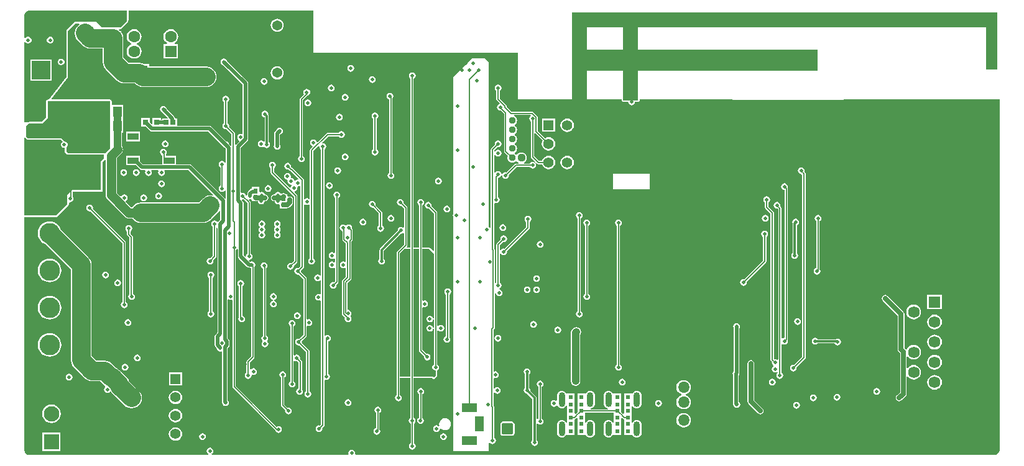
<source format=gbl>
G04*
G04 #@! TF.GenerationSoftware,Altium Limited,Altium Designer,21.9.1 (22)*
G04*
G04 Layer_Physical_Order=4*
G04 Layer_Color=16711680*
%FSLAX25Y25*%
%MOIN*%
G70*
G04*
G04 #@! TF.SameCoordinates,8F0FC1BE-C161-4982-B8DB-F3E27E61BA57*
G04*
G04*
G04 #@! TF.FilePolarity,Positive*
G04*
G01*
G75*
%ADD13C,0.01968*%
%ADD14C,0.00787*%
%ADD22R,0.02756X0.02559*%
%ADD32R,0.02441X0.02598*%
%ADD48R,0.05906X0.03543*%
%ADD60R,0.06102X0.07480*%
%ADD72R,0.07480X0.06102*%
%ADD115C,0.18399*%
%ADD116R,0.06265X0.06265*%
%ADD117C,0.06265*%
%ADD118C,0.06265*%
%ADD129R,0.05512X0.05512*%
%ADD130C,0.05512*%
%ADD147C,0.00765*%
%ADD148C,0.01378*%
%ADD149C,0.10000*%
%ADD150C,0.01200*%
%ADD151C,0.00600*%
%ADD152C,0.00800*%
%ADD154C,0.01181*%
%ADD155C,0.05000*%
%ADD156C,0.03937*%
%ADD157C,0.02500*%
%ADD160C,0.00500*%
%ADD162O,0.03543X0.07874*%
%ADD163R,0.02441X0.02441*%
%ADD164C,0.19685*%
G04:AMPARAMS|DCode=165|XSize=37.4mil|YSize=37.4mil|CornerRadius=9.35mil|HoleSize=0mil|Usage=FLASHONLY|Rotation=90.000|XOffset=0mil|YOffset=0mil|HoleType=Round|Shape=RoundedRectangle|*
%AMROUNDEDRECTD165*
21,1,0.03740,0.01870,0,0,90.0*
21,1,0.01870,0.03740,0,0,90.0*
1,1,0.01870,0.00935,0.00935*
1,1,0.01870,0.00935,-0.00935*
1,1,0.01870,-0.00935,-0.00935*
1,1,0.01870,-0.00935,0.00935*
%
%ADD165ROUNDEDRECTD165*%
%ADD166C,0.03740*%
%ADD167R,0.07874X0.05118*%
%ADD168R,0.05118X0.07874*%
%ADD169C,0.06000*%
G04:AMPARAMS|DCode=170|XSize=60mil|YSize=60mil|CornerRadius=6mil|HoleSize=0mil|Usage=FLASHONLY|Rotation=0.000|XOffset=0mil|YOffset=0mil|HoleType=Round|Shape=RoundedRectangle|*
%AMROUNDEDRECTD170*
21,1,0.06000,0.04800,0,0,0.0*
21,1,0.04800,0.06000,0,0,0.0*
1,1,0.01200,0.02400,-0.02400*
1,1,0.01200,-0.02400,-0.02400*
1,1,0.01200,-0.02400,0.02400*
1,1,0.01200,0.02400,0.02400*
%
%ADD170ROUNDEDRECTD170*%
%ADD171C,0.11811*%
%ADD172O,0.06200X0.06000*%
%ADD173R,0.09843X0.09843*%
%ADD174C,0.08000*%
%ADD175C,0.08268*%
%ADD176R,0.08268X0.08268*%
%ADD177C,0.11024*%
%ADD178C,0.06299*%
%ADD179R,0.06299X0.06299*%
%ADD180C,0.05400*%
%ADD181C,0.01968*%
%ADD182C,0.02000*%
%ADD184R,0.03150X0.03150*%
%ADD185R,0.08465X0.08661*%
%ADD186R,0.18307X0.16339*%
%ADD187R,0.04528X0.05709*%
%ADD188R,0.05709X0.04528*%
%ADD189R,0.16339X0.18307*%
%ADD190R,0.06260X0.30709*%
%ADD191R,1.28327X0.11811*%
%ADD192R,0.07874X0.47244*%
%ADD193R,2.28347X0.07874*%
%ADD194R,0.07874X0.47244*%
G36*
X4500Y-2039D02*
X4500Y-2039D01*
X57000D01*
Y-7026D01*
X56878Y-7482D01*
Y-7622D01*
X53500Y-11000D01*
X43500D01*
X40500Y-8000D01*
X29000D01*
X24500Y-12500D01*
Y-37500D01*
X15118Y-49697D01*
X14500D01*
X14193Y-49758D01*
X13932Y-49932D01*
X13758Y-50193D01*
X13697Y-50500D01*
Y-59167D01*
X11167Y-61697D01*
X4500D01*
X4500Y-61697D01*
X4193Y-61758D01*
X3932Y-61932D01*
X3865Y-62000D01*
X2039D01*
Y-18855D01*
X2504Y-18747D01*
X2539Y-18746D01*
X3031Y-19239D01*
X3683Y-19508D01*
X4387D01*
X5038Y-19239D01*
X5537Y-18740D01*
X5807Y-18089D01*
Y-17384D01*
X5537Y-16733D01*
X5038Y-16235D01*
X4387Y-15965D01*
X3683D01*
X3031Y-16235D01*
X2539Y-16727D01*
X2504Y-16726D01*
X2039Y-16619D01*
Y-4500D01*
X2021Y-4406D01*
X2192Y-3544D01*
X2734Y-2734D01*
X3544Y-2192D01*
X4406Y-2021D01*
X4500Y-2039D01*
D02*
G37*
G36*
X157000Y-24500D02*
X266500D01*
X266559Y-49595D01*
X322315Y-49595D01*
Y-50094D01*
X322376Y-50402D01*
X322550Y-50662D01*
X322811Y-50836D01*
X323118Y-50897D01*
X325609D01*
X325694Y-51000D01*
X325831Y-51691D01*
X326223Y-52277D01*
X326809Y-52669D01*
X327500Y-52806D01*
X328191Y-52669D01*
X328777Y-52277D01*
X329169Y-51691D01*
X329306Y-51000D01*
X329391Y-50897D01*
X330992D01*
X331299Y-50836D01*
X331560Y-50662D01*
X331734Y-50402D01*
X331795Y-50094D01*
Y-49595D01*
X381651Y-49595D01*
X382099Y-50042D01*
X499896Y-49594D01*
X524961Y-49595D01*
Y-237595D01*
X524970Y-237639D01*
X524874Y-238365D01*
X524577Y-239082D01*
X524104Y-239699D01*
X523488Y-240171D01*
X522770Y-240469D01*
X522044Y-240564D01*
X522000Y-240555D01*
X179555D01*
X179218Y-240055D01*
X179306Y-239610D01*
X179169Y-238919D01*
X178777Y-238333D01*
X178191Y-237941D01*
X177500Y-237804D01*
X176809Y-237941D01*
X176223Y-238333D01*
X175831Y-238919D01*
X175694Y-239610D01*
X175782Y-240055D01*
X175445Y-240555D01*
X102513D01*
X102361Y-240055D01*
X102777Y-239777D01*
X103169Y-239191D01*
X103306Y-238500D01*
X103169Y-237809D01*
X102777Y-237223D01*
X102191Y-236831D01*
X101500Y-236694D01*
X100809Y-236831D01*
X100223Y-237223D01*
X99831Y-237809D01*
X99694Y-238500D01*
X99831Y-239191D01*
X100223Y-239777D01*
X100639Y-240055D01*
X100487Y-240555D01*
X4500D01*
X4406Y-240574D01*
X3544Y-240402D01*
X2734Y-239861D01*
X2192Y-239050D01*
X2021Y-238188D01*
X2039Y-238094D01*
Y-112803D01*
X19000D01*
X19307Y-112742D01*
X19568Y-112568D01*
X25568Y-106568D01*
X25742Y-106307D01*
X25803Y-106000D01*
Y-105177D01*
X26303Y-104767D01*
X26500Y-104806D01*
X27191Y-104669D01*
X27777Y-104277D01*
X28169Y-103691D01*
X28306Y-103000D01*
X28169Y-102309D01*
X28014Y-102076D01*
Y-99205D01*
X43835D01*
Y-83301D01*
X44974Y-82161D01*
X45340Y-82258D01*
X45474Y-82352D01*
Y-101000D01*
X45577Y-101783D01*
X45880Y-102513D01*
X46360Y-103140D01*
X55860Y-112640D01*
X56487Y-113120D01*
X57217Y-113423D01*
X58000Y-113526D01*
X59889D01*
X60577Y-114423D01*
X61726Y-115304D01*
X63064Y-115858D01*
X64500Y-116048D01*
X97935D01*
X99371Y-115858D01*
X100709Y-115304D01*
X101858Y-114423D01*
X105640Y-110640D01*
X106487Y-109537D01*
X106763Y-109539D01*
X106987Y-109584D01*
Y-114373D01*
X105982Y-115378D01*
X105800Y-115415D01*
X105372Y-115365D01*
X105277Y-115223D01*
X104691Y-114831D01*
X104000Y-114694D01*
X103309Y-114831D01*
X102723Y-115223D01*
X102331Y-115809D01*
X102194Y-116500D01*
X102331Y-117191D01*
X102723Y-117777D01*
X103089Y-118022D01*
Y-133623D01*
X101932Y-134780D01*
X101500Y-134694D01*
X100809Y-134831D01*
X100223Y-135223D01*
X99831Y-135809D01*
X99694Y-136500D01*
X99831Y-137191D01*
X100223Y-137777D01*
X100809Y-138169D01*
X101500Y-138306D01*
X102191Y-138169D01*
X102777Y-137777D01*
X103169Y-137191D01*
X103306Y-136500D01*
X103220Y-136068D01*
X104644Y-134644D01*
X104842Y-134349D01*
X104911Y-134000D01*
Y-118498D01*
X104987Y-118453D01*
X105487Y-118736D01*
Y-174576D01*
X105331Y-174809D01*
X105277Y-175083D01*
X104501Y-175859D01*
X104173Y-176350D01*
X104058Y-176929D01*
X104058Y-176929D01*
Y-179280D01*
X104018Y-179478D01*
X104018Y-179478D01*
Y-181522D01*
X104018Y-181523D01*
X104133Y-182102D01*
X104461Y-182593D01*
X105097Y-183228D01*
X105091Y-183256D01*
X105229Y-183948D01*
X105620Y-184534D01*
X106206Y-184925D01*
X106897Y-185063D01*
X107491Y-184944D01*
X107991Y-185212D01*
Y-212004D01*
X107991Y-212004D01*
X108038Y-212239D01*
X107986Y-212497D01*
X108124Y-213188D01*
X108516Y-213774D01*
X109102Y-214166D01*
X109793Y-214303D01*
X110484Y-214166D01*
X111070Y-213774D01*
X111462Y-213188D01*
X111599Y-212497D01*
X111462Y-211806D01*
X111070Y-211220D01*
X111018Y-211185D01*
Y-183113D01*
X111570Y-182561D01*
X111570Y-182561D01*
X111898Y-182070D01*
X112013Y-181491D01*
X112013Y-181491D01*
Y-179509D01*
X112013Y-179509D01*
X111898Y-178930D01*
X111570Y-178439D01*
X111570Y-178439D01*
X111018Y-177887D01*
Y-157242D01*
X111518Y-156974D01*
X111809Y-157169D01*
X112500Y-157306D01*
X113061Y-157195D01*
X113561Y-157477D01*
Y-203972D01*
X113631Y-204321D01*
X113828Y-204617D01*
X136480Y-227269D01*
X136564Y-227692D01*
X136956Y-228278D01*
X137542Y-228670D01*
X138233Y-228807D01*
X138925Y-228670D01*
X139511Y-228278D01*
X139902Y-227692D01*
X140040Y-227001D01*
X139902Y-226310D01*
X139511Y-225724D01*
X138925Y-225332D01*
X138233Y-225195D01*
X137542Y-225332D01*
X137290Y-225501D01*
X115384Y-203595D01*
Y-130618D01*
X115786Y-130350D01*
X115987Y-130049D01*
X116487Y-130201D01*
Y-134000D01*
X116487Y-134000D01*
X116602Y-134579D01*
X116930Y-135070D01*
X121430Y-139570D01*
X121921Y-139898D01*
X122500Y-140013D01*
X122500Y-140013D01*
X123076D01*
X123309Y-140169D01*
X123616Y-140230D01*
Y-187595D01*
X121356Y-189856D01*
X121158Y-190151D01*
X121089Y-190500D01*
Y-196478D01*
X120723Y-196723D01*
X120331Y-197309D01*
X120194Y-198000D01*
X120331Y-198691D01*
X120723Y-199277D01*
X121309Y-199669D01*
X122000Y-199806D01*
X122691Y-199669D01*
X123277Y-199277D01*
X123669Y-198691D01*
X123806Y-198000D01*
X123779Y-197863D01*
X123918Y-197710D01*
X124218Y-197509D01*
X124810Y-197627D01*
X125502Y-197489D01*
X126088Y-197098D01*
X126479Y-196512D01*
X126617Y-195820D01*
X126479Y-195129D01*
X126088Y-194543D01*
X125502Y-194151D01*
X124810Y-194014D01*
X124119Y-194151D01*
X123533Y-194543D01*
X123411Y-194725D01*
X122911Y-194574D01*
Y-190877D01*
X125172Y-188617D01*
X125369Y-188321D01*
X125439Y-187972D01*
Y-139536D01*
X125669Y-139191D01*
X125806Y-138500D01*
X125669Y-137809D01*
X125277Y-137223D01*
X124691Y-136831D01*
X124000Y-136694D01*
X123309Y-136831D01*
X123107Y-136966D01*
X122397Y-136257D01*
X122628Y-135781D01*
X123191Y-135669D01*
X123777Y-135277D01*
X124169Y-134691D01*
X124306Y-134000D01*
X124169Y-133309D01*
X123777Y-132723D01*
X123316Y-132414D01*
Y-105000D01*
X123316Y-105000D01*
X123254Y-104688D01*
X123077Y-104423D01*
X123077Y-104423D01*
X122338Y-103684D01*
X122584Y-103224D01*
X123000Y-103306D01*
X123492Y-103208D01*
X123992Y-103523D01*
Y-104319D01*
X127309D01*
X127423Y-104892D01*
X127814Y-105478D01*
X128401Y-105870D01*
X129092Y-106007D01*
X129783Y-105870D01*
X130369Y-105478D01*
X130761Y-104892D01*
X130882Y-104284D01*
X130889D01*
X131000Y-104306D01*
X131691Y-104169D01*
X132277Y-103777D01*
X132669Y-103191D01*
X132806Y-102500D01*
X132669Y-101809D01*
X132277Y-101223D01*
X131691Y-100831D01*
X131016Y-100697D01*
X130960Y-100415D01*
X130569Y-99829D01*
X129983Y-99437D01*
X129291Y-99300D01*
X128600Y-99437D01*
X128508Y-99499D01*
X128008Y-99232D01*
Y-96681D01*
X123992D01*
Y-97596D01*
X123545Y-97685D01*
X123054Y-98013D01*
X123054Y-98013D01*
X121938Y-99129D01*
X121610Y-99620D01*
X121494Y-100199D01*
X121495Y-100199D01*
Y-100564D01*
X121331Y-100809D01*
X121255Y-101192D01*
X120745D01*
X120669Y-100809D01*
X120277Y-100223D01*
X119691Y-99831D01*
X119000Y-99694D01*
X118545Y-99784D01*
X118045Y-99452D01*
Y-75586D01*
X121539Y-72093D01*
X121867Y-71602D01*
X121982Y-71022D01*
X121982Y-71022D01*
Y-40968D01*
X121982Y-40968D01*
X121867Y-40389D01*
X121539Y-39898D01*
X121539Y-39898D01*
X110723Y-29083D01*
X110669Y-28809D01*
X110277Y-28223D01*
X109691Y-27831D01*
X109000Y-27694D01*
X108309Y-27831D01*
X107723Y-28223D01*
X107331Y-28809D01*
X107194Y-29500D01*
X107331Y-30191D01*
X107723Y-30777D01*
X108309Y-31169D01*
X108583Y-31223D01*
X118955Y-41595D01*
Y-67952D01*
X118455Y-68284D01*
X118000Y-68194D01*
X117309Y-68331D01*
X116723Y-68723D01*
X116331Y-69309D01*
X116194Y-70000D01*
X116331Y-70691D01*
X116723Y-71277D01*
X117109Y-71535D01*
X117227Y-72124D01*
X115461Y-73889D01*
X115411Y-73965D01*
X114911Y-73813D01*
Y-67848D01*
X114842Y-67500D01*
X114644Y-67204D01*
X111719Y-64279D01*
X111805Y-63847D01*
X111668Y-63156D01*
X111276Y-62570D01*
X110911Y-62326D01*
Y-51022D01*
X111277Y-50777D01*
X111669Y-50191D01*
X111806Y-49500D01*
X111669Y-48809D01*
X111277Y-48223D01*
X110691Y-47831D01*
X110000Y-47694D01*
X109309Y-47831D01*
X108723Y-48223D01*
X108331Y-48809D01*
X108194Y-49500D01*
X108331Y-50191D01*
X108723Y-50777D01*
X109089Y-51022D01*
Y-62324D01*
X108721Y-62570D01*
X108330Y-63156D01*
X108192Y-63847D01*
X108330Y-64538D01*
X108721Y-65124D01*
X109308Y-65516D01*
X109999Y-65654D01*
X110431Y-65568D01*
X113089Y-68226D01*
Y-74306D01*
X112589Y-74458D01*
X112570Y-74430D01*
X111723Y-73583D01*
X111669Y-73309D01*
X111277Y-72723D01*
X110691Y-72331D01*
X110417Y-72277D01*
X102417Y-64276D01*
X101926Y-63948D01*
X101347Y-63833D01*
X101346Y-63833D01*
X83906D01*
Y-59933D01*
X83348D01*
X82860Y-59846D01*
X82745Y-59267D01*
X82416Y-58776D01*
X82416Y-58776D01*
X78224Y-54583D01*
X78169Y-54309D01*
X77777Y-53723D01*
X77191Y-53331D01*
X76500Y-53194D01*
X75809Y-53331D01*
X75223Y-53723D01*
X74831Y-54309D01*
X74694Y-55000D01*
X74831Y-55691D01*
X75223Y-56277D01*
X75809Y-56669D01*
X76083Y-56723D01*
X78831Y-59471D01*
X78640Y-59933D01*
X75835D01*
Y-60487D01*
X75315D01*
Y-59638D01*
X70591D01*
Y-62750D01*
X70129Y-62941D01*
X69409Y-62222D01*
Y-59638D01*
X64685D01*
Y-64362D01*
X67269D01*
X69324Y-66417D01*
X69815Y-66745D01*
X70394Y-66860D01*
X70394Y-66860D01*
X100720D01*
X108276Y-74417D01*
X108331Y-74691D01*
X108723Y-75277D01*
X109309Y-75669D01*
X109583Y-75723D01*
X109987Y-76127D01*
Y-83384D01*
X109487Y-83536D01*
X109277Y-83223D01*
X108691Y-82831D01*
X108000Y-82694D01*
X107309Y-82831D01*
X106723Y-83223D01*
X106331Y-83809D01*
X106194Y-84500D01*
X106331Y-85191D01*
X106723Y-85777D01*
X107235Y-86120D01*
Y-95880D01*
X106723Y-96223D01*
X106331Y-96809D01*
X106194Y-97500D01*
X106331Y-98191D01*
X106723Y-98777D01*
X107309Y-99169D01*
X108000Y-99306D01*
X108691Y-99169D01*
X109277Y-98777D01*
X109487Y-98464D01*
X109987Y-98616D01*
Y-102653D01*
X109811Y-102770D01*
X109487Y-102847D01*
X91570Y-84930D01*
X91079Y-84602D01*
X90500Y-84487D01*
X90500Y-84487D01*
X83386D01*
Y-79937D01*
X77998D01*
Y-78947D01*
X78169Y-78691D01*
X78306Y-78000D01*
X78169Y-77309D01*
X77777Y-76723D01*
X77191Y-76331D01*
X76500Y-76194D01*
X75809Y-76331D01*
X75223Y-76723D01*
X74831Y-77309D01*
X74694Y-78000D01*
X74831Y-78691D01*
X75223Y-79277D01*
X75632Y-79550D01*
X75906Y-79937D01*
Y-84526D01*
X65706D01*
X64095Y-82915D01*
Y-79937D01*
X56614D01*
Y-85055D01*
X61954D01*
X64009Y-87109D01*
X64009Y-87110D01*
X64500Y-87437D01*
X65079Y-87553D01*
X65079Y-87553D01*
X66735D01*
X67002Y-88053D01*
X66831Y-88309D01*
X66694Y-89000D01*
X66831Y-89691D01*
X67223Y-90277D01*
X67809Y-90669D01*
X68500Y-90806D01*
X69191Y-90669D01*
X69777Y-90277D01*
X70169Y-89691D01*
X70306Y-89000D01*
X70169Y-88309D01*
X69998Y-88053D01*
X70265Y-87553D01*
X73735D01*
X74002Y-88053D01*
X73831Y-88309D01*
X73694Y-89000D01*
X73831Y-89691D01*
X74223Y-90277D01*
X74809Y-90669D01*
X75500Y-90806D01*
X76191Y-90669D01*
X76777Y-90277D01*
X77169Y-89691D01*
X77306Y-89000D01*
X77169Y-88309D01*
X76998Y-88053D01*
X77265Y-87553D01*
X83332D01*
X83332Y-87553D01*
X83530Y-87513D01*
X89873D01*
X103229Y-100870D01*
X102990Y-101338D01*
X101717Y-101170D01*
X101214Y-101236D01*
X101000Y-101194D01*
X100309Y-101331D01*
X100243Y-101375D01*
X98944Y-101913D01*
X97795Y-102795D01*
X95637Y-104953D01*
X64500D01*
X63064Y-105142D01*
X61726Y-105696D01*
X60577Y-106577D01*
X59889Y-107474D01*
X59253D01*
X56336Y-104557D01*
X56456Y-103970D01*
X56845Y-103710D01*
X57236Y-103124D01*
X57374Y-102433D01*
X57236Y-101741D01*
X56845Y-101155D01*
X56259Y-100764D01*
X55567Y-100626D01*
X54876Y-100764D01*
X54290Y-101155D01*
X54030Y-101544D01*
X53443Y-101664D01*
X51526Y-99747D01*
Y-81076D01*
X53966Y-78636D01*
X54447Y-78009D01*
X54750Y-77279D01*
X54853Y-76496D01*
X54750Y-75713D01*
X54447Y-74983D01*
X54344Y-74848D01*
Y-67520D01*
X54878D01*
Y-60236D01*
X54878D01*
Y-59764D01*
X54878D01*
Y-52480D01*
X48803D01*
Y-50500D01*
X48742Y-50193D01*
X48568Y-49932D01*
X48307Y-49758D01*
X48000Y-49697D01*
X16696D01*
X16476Y-49249D01*
X25136Y-37990D01*
X25183Y-37895D01*
X25242Y-37807D01*
X25252Y-37756D01*
X25275Y-37709D01*
X25282Y-37603D01*
X25303Y-37500D01*
Y-12833D01*
X29333Y-8803D01*
X31417D01*
X31587Y-9303D01*
X30577Y-10077D01*
X29696Y-11226D01*
X29142Y-12564D01*
X28953Y-14000D01*
X29142Y-15436D01*
X29696Y-16774D01*
X30577Y-17923D01*
X33384Y-20730D01*
X33384Y-20730D01*
X34533Y-21611D01*
X35871Y-22165D01*
X37307Y-22355D01*
X43953D01*
Y-29500D01*
X44142Y-30936D01*
X44696Y-32274D01*
X45577Y-33423D01*
X51577Y-39423D01*
X52726Y-40304D01*
X54064Y-40858D01*
X55500Y-41047D01*
X61364D01*
X61739Y-41423D01*
X61739Y-41423D01*
X62888Y-42304D01*
X64226Y-42858D01*
X65661Y-43047D01*
X99500D01*
X100936Y-42858D01*
X102274Y-42304D01*
X103423Y-41423D01*
X104304Y-40274D01*
X104858Y-38936D01*
X105048Y-37500D01*
X104858Y-36064D01*
X104304Y-34726D01*
X103423Y-33577D01*
X102274Y-32696D01*
X100936Y-32142D01*
X99500Y-31953D01*
X69020D01*
Y-30720D01*
X66467D01*
X66435Y-30696D01*
X65097Y-30142D01*
X63661Y-29952D01*
X57798D01*
X55048Y-27202D01*
Y-16807D01*
X54858Y-15371D01*
X54304Y-14033D01*
X54027Y-13673D01*
Y-12968D01*
X53487D01*
X53423Y-12884D01*
X52665Y-12303D01*
X52834Y-11803D01*
X53500D01*
X53807Y-11742D01*
X54068Y-11568D01*
X54068Y-11568D01*
X57446Y-8190D01*
X57620Y-7929D01*
X57681Y-7622D01*
Y-7587D01*
X57775Y-7234D01*
X57782Y-7129D01*
X57803Y-7026D01*
Y-2039D01*
X157000D01*
Y-24500D01*
D02*
G37*
G36*
X48000Y-76000D02*
X45500Y-78500D01*
X25500D01*
X24500Y-77500D01*
Y-75377D01*
X24943Y-74935D01*
X25213Y-74283D01*
Y-73579D01*
X24943Y-72927D01*
X24444Y-72429D01*
X23793Y-72159D01*
X23659D01*
X22000Y-70500D01*
X4000D01*
X3000Y-69500D01*
Y-64000D01*
X4500Y-62500D01*
X11500D01*
X14500Y-59500D01*
Y-50500D01*
X48000D01*
Y-76000D01*
D02*
G37*
G36*
X121684Y-105338D02*
Y-132414D01*
X121223Y-132723D01*
X120831Y-133309D01*
X120719Y-133872D01*
X120243Y-134103D01*
X119513Y-133373D01*
Y-105214D01*
X119398Y-104635D01*
X119070Y-104144D01*
X119070Y-104144D01*
X118678Y-103752D01*
X118925Y-103291D01*
X119000Y-103306D01*
X119544Y-103198D01*
X121684Y-105338D01*
D02*
G37*
G36*
X3432Y-71068D02*
X3693Y-71242D01*
X4000Y-71303D01*
X21667D01*
X22497Y-72132D01*
X22437Y-72429D01*
X21939Y-72927D01*
X21669Y-73579D01*
Y-74283D01*
X21939Y-74935D01*
X22437Y-75433D01*
X23088Y-75703D01*
X23697D01*
Y-77500D01*
X23758Y-77807D01*
X23932Y-78068D01*
X23932Y-78068D01*
X24932Y-79068D01*
X25193Y-79242D01*
X25500Y-79303D01*
X44500D01*
Y-81500D01*
X25000Y-101000D01*
Y-106000D01*
X19000Y-112000D01*
X2039D01*
Y-70361D01*
X2118Y-70302D01*
X2539Y-70175D01*
X3432Y-71068D01*
D02*
G37*
%LPC*%
G36*
X16198Y-15965D02*
X15494D01*
X14842Y-16235D01*
X14344Y-16733D01*
X14074Y-17384D01*
Y-18089D01*
X14344Y-18740D01*
X14842Y-19239D01*
X15494Y-19508D01*
X16198D01*
X16849Y-19239D01*
X17348Y-18740D01*
X17618Y-18089D01*
Y-17384D01*
X17348Y-16733D01*
X16849Y-16235D01*
X16198Y-15965D01*
D02*
G37*
G36*
X22104Y-27776D02*
X21399D01*
X20748Y-28046D01*
X20249Y-28544D01*
X19980Y-29195D01*
Y-29900D01*
X20249Y-30551D01*
X20748Y-31049D01*
X21399Y-31319D01*
X22104D01*
X22755Y-31049D01*
X23253Y-30551D01*
X23523Y-29900D01*
Y-29195D01*
X23253Y-28544D01*
X22755Y-28046D01*
X22104Y-27776D01*
D02*
G37*
G36*
X16709Y-28291D02*
X5291D01*
Y-39709D01*
X16709D01*
Y-28291D01*
D02*
G37*
G36*
X137559Y-6282D02*
X136649Y-6402D01*
X135800Y-6753D01*
X135072Y-7312D01*
X134513Y-8040D01*
X134161Y-8889D01*
X134042Y-9799D01*
X134161Y-10710D01*
X134513Y-11558D01*
X135072Y-12286D01*
X135800Y-12845D01*
X136649Y-13197D01*
X137559Y-13317D01*
X138470Y-13197D01*
X139318Y-12845D01*
X140046Y-12286D01*
X140605Y-11558D01*
X140957Y-10710D01*
X141077Y-9799D01*
X140957Y-8889D01*
X140605Y-8040D01*
X140046Y-7312D01*
X139318Y-6753D01*
X138470Y-6402D01*
X137559Y-6282D01*
D02*
G37*
G36*
X80500Y-11903D02*
X79472Y-12038D01*
X78514Y-12435D01*
X77692Y-13066D01*
X77061Y-13889D01*
X76664Y-14846D01*
X76529Y-15874D01*
X76664Y-16902D01*
X77061Y-17860D01*
X77692Y-18682D01*
X78514Y-19313D01*
X78410Y-19811D01*
X76562D01*
Y-27685D01*
X84436D01*
Y-19811D01*
X82590D01*
X82486Y-19313D01*
X83308Y-18682D01*
X83939Y-17860D01*
X84336Y-16902D01*
X84471Y-15874D01*
X84336Y-14846D01*
X83939Y-13889D01*
X83308Y-13066D01*
X82486Y-12435D01*
X81528Y-12038D01*
X80500Y-11903D01*
D02*
G37*
G36*
X60815D02*
X59787Y-12038D01*
X58829Y-12435D01*
X58007Y-13066D01*
X57376Y-13889D01*
X56979Y-14846D01*
X56844Y-15874D01*
X56979Y-16902D01*
X57376Y-17860D01*
X58007Y-18682D01*
X58829Y-19313D01*
X59379Y-19540D01*
Y-20082D01*
X58829Y-20309D01*
X58007Y-20940D01*
X57376Y-21763D01*
X56979Y-22720D01*
X56844Y-23748D01*
X56979Y-24776D01*
X57376Y-25734D01*
X58007Y-26556D01*
X58829Y-27187D01*
X59787Y-27584D01*
X60815Y-27719D01*
X61843Y-27584D01*
X62801Y-27187D01*
X63623Y-26556D01*
X64254Y-25734D01*
X64651Y-24776D01*
X64786Y-23748D01*
X64651Y-22720D01*
X64254Y-21763D01*
X63623Y-20940D01*
X62801Y-20309D01*
X62251Y-20082D01*
Y-19540D01*
X62801Y-19313D01*
X63623Y-18682D01*
X64254Y-17860D01*
X64651Y-16902D01*
X64786Y-15874D01*
X64651Y-14846D01*
X64254Y-13889D01*
X63623Y-13066D01*
X62801Y-12435D01*
X61843Y-12038D01*
X60815Y-11903D01*
D02*
G37*
G36*
X177000Y-31194D02*
X176309Y-31331D01*
X175723Y-31723D01*
X175331Y-32309D01*
X175194Y-33000D01*
X175331Y-33691D01*
X175723Y-34277D01*
X176309Y-34669D01*
X177000Y-34806D01*
X177691Y-34669D01*
X178277Y-34277D01*
X178669Y-33691D01*
X178806Y-33000D01*
X178669Y-32309D01*
X178277Y-31723D01*
X177691Y-31331D01*
X177000Y-31194D01*
D02*
G37*
G36*
X137559Y-31877D02*
X136649Y-31997D01*
X135800Y-32348D01*
X135072Y-32907D01*
X134513Y-33636D01*
X134161Y-34484D01*
X134042Y-35394D01*
X134161Y-36305D01*
X134513Y-37153D01*
X135072Y-37882D01*
X135800Y-38441D01*
X136649Y-38792D01*
X137559Y-38912D01*
X138470Y-38792D01*
X139318Y-38441D01*
X140046Y-37882D01*
X140605Y-37153D01*
X140957Y-36305D01*
X141077Y-35394D01*
X140957Y-34484D01*
X140605Y-33636D01*
X140046Y-32907D01*
X139318Y-32348D01*
X138470Y-31997D01*
X137559Y-31877D01*
D02*
G37*
G36*
X188500Y-37194D02*
X187809Y-37331D01*
X187223Y-37723D01*
X186831Y-38309D01*
X186694Y-39000D01*
X186831Y-39691D01*
X187223Y-40277D01*
X187809Y-40669D01*
X188500Y-40806D01*
X189191Y-40669D01*
X189777Y-40277D01*
X190169Y-39691D01*
X190306Y-39000D01*
X190169Y-38309D01*
X189777Y-37723D01*
X189191Y-37331D01*
X188500Y-37194D01*
D02*
G37*
G36*
X130500Y-38194D02*
X129809Y-38331D01*
X129223Y-38723D01*
X128831Y-39309D01*
X128694Y-40000D01*
X128831Y-40691D01*
X129223Y-41277D01*
X129809Y-41669D01*
X130500Y-41806D01*
X131191Y-41669D01*
X131777Y-41277D01*
X132169Y-40691D01*
X132306Y-40000D01*
X132169Y-39309D01*
X131777Y-38723D01*
X131191Y-38331D01*
X130500Y-38194D01*
D02*
G37*
G36*
X166500Y-41694D02*
X165809Y-41831D01*
X165223Y-42223D01*
X164831Y-42809D01*
X164694Y-43500D01*
X164831Y-44191D01*
X165223Y-44777D01*
X165809Y-45169D01*
X166500Y-45306D01*
X167191Y-45169D01*
X167777Y-44777D01*
X168169Y-44191D01*
X168306Y-43500D01*
X168169Y-42809D01*
X167777Y-42223D01*
X167191Y-41831D01*
X166500Y-41694D01*
D02*
G37*
G36*
X174000Y-46694D02*
X173309Y-46831D01*
X172723Y-47223D01*
X172331Y-47809D01*
X172194Y-48500D01*
X172331Y-49191D01*
X172723Y-49777D01*
X173309Y-50169D01*
X174000Y-50306D01*
X174691Y-50169D01*
X175277Y-49777D01*
X175669Y-49191D01*
X175806Y-48500D01*
X175669Y-47809D01*
X175277Y-47223D01*
X174691Y-46831D01*
X174000Y-46694D01*
D02*
G37*
G36*
X154000Y-49694D02*
X153309Y-49831D01*
X152723Y-50223D01*
X152331Y-50809D01*
X152194Y-51500D01*
X152331Y-52191D01*
X152723Y-52777D01*
X153309Y-53169D01*
X154000Y-53306D01*
X154691Y-53169D01*
X155277Y-52777D01*
X155669Y-52191D01*
X155806Y-51500D01*
X155669Y-50809D01*
X155277Y-50223D01*
X154691Y-49831D01*
X154000Y-49694D01*
D02*
G37*
G36*
X170910Y-57371D02*
X170218Y-57508D01*
X169632Y-57900D01*
X169241Y-58486D01*
X169103Y-59177D01*
X169241Y-59869D01*
X169632Y-60455D01*
X170218Y-60846D01*
X170910Y-60984D01*
X171601Y-60846D01*
X172187Y-60455D01*
X172579Y-59869D01*
X172716Y-59177D01*
X172579Y-58486D01*
X172187Y-57900D01*
X171601Y-57508D01*
X170910Y-57371D01*
D02*
G37*
G36*
X286543Y-59957D02*
X279457D01*
Y-67043D01*
X286543D01*
Y-59957D01*
D02*
G37*
G36*
X293000Y-59926D02*
X292075Y-60048D01*
X291213Y-60405D01*
X290473Y-60973D01*
X289905Y-61713D01*
X289548Y-62575D01*
X289426Y-63500D01*
X289548Y-64425D01*
X289905Y-65287D01*
X290473Y-66027D01*
X291213Y-66595D01*
X292075Y-66952D01*
X293000Y-67074D01*
X293925Y-66952D01*
X294787Y-66595D01*
X295527Y-66027D01*
X296095Y-65287D01*
X296452Y-64425D01*
X296574Y-63500D01*
X296452Y-62575D01*
X296095Y-61713D01*
X295527Y-60973D01*
X294787Y-60405D01*
X293925Y-60048D01*
X293000Y-59926D01*
D02*
G37*
G36*
X172000Y-66694D02*
X171309Y-66831D01*
X170723Y-67223D01*
X170478Y-67589D01*
X164500D01*
X164151Y-67658D01*
X163856Y-67856D01*
X159166Y-72546D01*
X158687Y-72401D01*
X158669Y-72309D01*
X158277Y-71723D01*
X157691Y-71331D01*
X157000Y-71194D01*
X156309Y-71331D01*
X155723Y-71723D01*
X155331Y-72309D01*
X155194Y-73000D01*
X155331Y-73691D01*
X155723Y-74277D01*
X156309Y-74669D01*
X156401Y-74687D01*
X156546Y-75166D01*
X155356Y-76356D01*
X155158Y-76651D01*
X155089Y-77000D01*
Y-102857D01*
X154589Y-103097D01*
X154191Y-102831D01*
X153500Y-102694D01*
X152809Y-102831D01*
X152418Y-103093D01*
X151918Y-102848D01*
Y-93000D01*
X151848Y-92649D01*
X151649Y-92351D01*
X145807Y-86509D01*
X145509Y-86310D01*
X145210Y-86251D01*
X144883Y-85924D01*
X144968Y-85500D01*
X144830Y-84809D01*
X144439Y-84223D01*
X143853Y-83831D01*
X143161Y-83694D01*
X142470Y-83831D01*
X141884Y-84223D01*
X141493Y-84809D01*
X141355Y-85500D01*
X141493Y-86191D01*
X141884Y-86777D01*
X142470Y-87169D01*
X143161Y-87306D01*
X143586Y-87222D01*
X144171Y-87807D01*
X144468Y-88006D01*
X144768Y-88065D01*
X148982Y-92280D01*
X148736Y-92740D01*
X148500Y-92694D01*
X147809Y-92831D01*
X147223Y-93223D01*
X147141Y-93345D01*
X146610Y-93240D01*
X146556Y-92969D01*
X146165Y-92383D01*
X145579Y-91992D01*
X145156Y-91908D01*
X144867Y-91747D01*
X144793Y-91365D01*
X144870Y-90981D01*
X144732Y-90290D01*
X144341Y-89704D01*
X143755Y-89313D01*
X143063Y-89175D01*
X142372Y-89313D01*
X141786Y-89704D01*
X141394Y-90290D01*
X141257Y-90981D01*
X141394Y-91673D01*
X141786Y-92259D01*
X142372Y-92650D01*
X142794Y-92734D01*
X143084Y-92895D01*
X143157Y-93277D01*
X143081Y-93661D01*
X143218Y-94352D01*
X143610Y-94938D01*
X144196Y-95329D01*
X144887Y-95467D01*
X145241Y-95397D01*
X145436Y-95868D01*
X145326Y-95941D01*
X144934Y-96527D01*
X144868Y-96863D01*
X144325Y-97027D01*
X135918Y-88620D01*
Y-86518D01*
X136277Y-86277D01*
X136669Y-85691D01*
X136806Y-85000D01*
X136669Y-84309D01*
X136277Y-83723D01*
X135691Y-83331D01*
X135000Y-83194D01*
X134309Y-83331D01*
X133723Y-83723D01*
X133331Y-84309D01*
X133194Y-85000D01*
X133331Y-85691D01*
X133723Y-86277D01*
X134082Y-86518D01*
Y-89000D01*
X134152Y-89351D01*
X134351Y-89649D01*
X146582Y-101880D01*
Y-136131D01*
X145157Y-137557D01*
X144732Y-137472D01*
X144041Y-137610D01*
X143455Y-138001D01*
X143063Y-138587D01*
X142926Y-139278D01*
X143063Y-139970D01*
X143455Y-140556D01*
X144041Y-140947D01*
X144732Y-141085D01*
X145424Y-140947D01*
X146010Y-140556D01*
X146401Y-139970D01*
X146539Y-139278D01*
X146454Y-138854D01*
X148149Y-137160D01*
X148348Y-136862D01*
X148418Y-136511D01*
Y-101500D01*
X148348Y-101149D01*
X148149Y-100851D01*
X146794Y-99497D01*
X146959Y-98954D01*
X147295Y-98887D01*
X147881Y-98496D01*
X148272Y-97910D01*
X148410Y-97218D01*
X148323Y-96781D01*
X148461Y-96411D01*
X148692Y-96268D01*
X149191Y-96169D01*
X149582Y-95907D01*
X150082Y-96152D01*
Y-139120D01*
X148924Y-140278D01*
X148500Y-140194D01*
X147809Y-140331D01*
X147223Y-140723D01*
X146831Y-141309D01*
X146694Y-142000D01*
X146831Y-142691D01*
X147223Y-143277D01*
X147809Y-143669D01*
X148500Y-143806D01*
X148924Y-143722D01*
X151582Y-146380D01*
Y-176120D01*
X149424Y-178278D01*
X149000Y-178194D01*
X148309Y-178331D01*
X147723Y-178723D01*
X147331Y-179309D01*
X147194Y-180000D01*
X147331Y-180691D01*
X147723Y-181277D01*
X148309Y-181669D01*
X149000Y-181806D01*
X149424Y-181722D01*
X153082Y-185380D01*
Y-206482D01*
X152723Y-206723D01*
X152331Y-207309D01*
X152194Y-208000D01*
X152331Y-208691D01*
X152723Y-209277D01*
X153309Y-209669D01*
X154000Y-209806D01*
X154691Y-209669D01*
X155277Y-209277D01*
X155669Y-208691D01*
X155806Y-208000D01*
X155669Y-207309D01*
X155277Y-206723D01*
X154918Y-206482D01*
Y-185000D01*
X154848Y-184649D01*
X154649Y-184351D01*
X150722Y-180424D01*
X150806Y-180000D01*
X150722Y-179576D01*
X153149Y-177149D01*
X153348Y-176851D01*
X153418Y-176500D01*
Y-171463D01*
X153918Y-171191D01*
X154500Y-171306D01*
X155191Y-171169D01*
X155777Y-170777D01*
X156169Y-170191D01*
X156306Y-169500D01*
X156169Y-168809D01*
X155777Y-168223D01*
X155191Y-167831D01*
X154500Y-167694D01*
X153918Y-167809D01*
X153418Y-167537D01*
Y-146000D01*
X153348Y-145649D01*
X153149Y-145351D01*
X150222Y-142424D01*
X150306Y-142000D01*
X150222Y-141576D01*
X151649Y-140149D01*
X151848Y-139851D01*
X151918Y-139500D01*
Y-106152D01*
X152418Y-105907D01*
X152809Y-106169D01*
X153500Y-106306D01*
X154191Y-106169D01*
X154589Y-105903D01*
X155089Y-106143D01*
Y-134978D01*
X154723Y-135223D01*
X154331Y-135809D01*
X154194Y-136500D01*
X154331Y-137191D01*
X154723Y-137777D01*
X155309Y-138169D01*
X156000Y-138306D01*
X156691Y-138169D01*
X157277Y-137777D01*
X157669Y-137191D01*
X157806Y-136500D01*
X157669Y-135809D01*
X157277Y-135223D01*
X156911Y-134978D01*
Y-77377D01*
X159782Y-74507D01*
X160243Y-74753D01*
X160194Y-75000D01*
X160331Y-75691D01*
X160723Y-76277D01*
X161082Y-76518D01*
Y-144181D01*
X160582Y-144333D01*
X160487Y-144191D01*
X159901Y-143799D01*
X159210Y-143661D01*
X158519Y-143799D01*
X157933Y-144191D01*
X157541Y-144776D01*
X157404Y-145468D01*
X157541Y-146159D01*
X157933Y-146745D01*
X158519Y-147137D01*
X159210Y-147274D01*
X159901Y-147137D01*
X160487Y-146745D01*
X160582Y-146603D01*
X161082Y-146754D01*
Y-154052D01*
X160582Y-154319D01*
X160446Y-154228D01*
X159755Y-154091D01*
X159064Y-154228D01*
X158478Y-154620D01*
X158086Y-155206D01*
X157949Y-155897D01*
X158086Y-156588D01*
X158478Y-157174D01*
X159064Y-157566D01*
X159755Y-157703D01*
X160446Y-157566D01*
X160582Y-157475D01*
X161082Y-157742D01*
Y-224120D01*
X160424Y-224778D01*
X160000Y-224694D01*
X159309Y-224831D01*
X158723Y-225223D01*
X158331Y-225809D01*
X158194Y-226500D01*
X158331Y-227191D01*
X158723Y-227777D01*
X159309Y-228169D01*
X160000Y-228306D01*
X160691Y-228169D01*
X161277Y-227777D01*
X161669Y-227191D01*
X161806Y-226500D01*
X161722Y-226076D01*
X162649Y-225149D01*
X162848Y-224851D01*
X162918Y-224500D01*
Y-200463D01*
X163418Y-200190D01*
X164000Y-200306D01*
X164691Y-200169D01*
X165277Y-199777D01*
X165669Y-199191D01*
X165806Y-198500D01*
X165669Y-197809D01*
X165277Y-197223D01*
X164918Y-196982D01*
Y-179723D01*
X165191Y-179669D01*
X165777Y-179277D01*
X166169Y-178691D01*
X166306Y-178000D01*
X166169Y-177309D01*
X165777Y-176723D01*
X165191Y-176331D01*
X164500Y-176194D01*
X163809Y-176331D01*
X163418Y-176593D01*
X162918Y-176348D01*
Y-76518D01*
X163277Y-76277D01*
X163669Y-75691D01*
X163806Y-75000D01*
X163669Y-74309D01*
X163277Y-73723D01*
X162691Y-73331D01*
X162000Y-73194D01*
X161753Y-73243D01*
X161507Y-72782D01*
X164877Y-69411D01*
X170478D01*
X170723Y-69777D01*
X171309Y-70169D01*
X172000Y-70306D01*
X172691Y-70169D01*
X173277Y-69777D01*
X173669Y-69191D01*
X173806Y-68500D01*
X173669Y-67809D01*
X173277Y-67223D01*
X172691Y-66831D01*
X172000Y-66694D01*
D02*
G37*
G36*
X64095Y-66945D02*
X56614D01*
Y-72063D01*
X64095D01*
Y-66945D01*
D02*
G37*
G36*
X131000Y-55694D02*
X130309Y-55831D01*
X129723Y-56223D01*
X129331Y-56809D01*
X129194Y-57500D01*
X129331Y-58191D01*
X129723Y-58777D01*
X130309Y-59169D01*
X130805Y-59267D01*
Y-72112D01*
X130305Y-72263D01*
X130277Y-72223D01*
X129691Y-71831D01*
X129000Y-71694D01*
X128309Y-71831D01*
X127723Y-72223D01*
X127331Y-72809D01*
X127194Y-73500D01*
X127331Y-74191D01*
X127723Y-74777D01*
X128309Y-75169D01*
X129000Y-75306D01*
X129691Y-75169D01*
X129887Y-75038D01*
X130574Y-75165D01*
X130649Y-75277D01*
X131235Y-75669D01*
X131926Y-75806D01*
X132617Y-75669D01*
X133203Y-75277D01*
X133595Y-74691D01*
X133732Y-74000D01*
X133595Y-73309D01*
X133203Y-72723D01*
X133048Y-72619D01*
Y-58426D01*
X132962Y-57997D01*
X132766Y-57703D01*
X132806Y-57500D01*
X132669Y-56809D01*
X132277Y-56223D01*
X131691Y-55831D01*
X131000Y-55694D01*
D02*
G37*
G36*
X77500Y-71694D02*
X76809Y-71831D01*
X76223Y-72223D01*
X75831Y-72809D01*
X75694Y-73500D01*
X75831Y-74191D01*
X76223Y-74777D01*
X76809Y-75169D01*
X77500Y-75306D01*
X78191Y-75169D01*
X78777Y-74777D01*
X79169Y-74191D01*
X79306Y-73500D01*
X79169Y-72809D01*
X78777Y-72223D01*
X78191Y-71831D01*
X77500Y-71694D01*
D02*
G37*
G36*
X138827Y-64758D02*
X138136Y-64895D01*
X137550Y-65287D01*
X137158Y-65873D01*
X137104Y-66147D01*
X136430Y-66821D01*
X136102Y-67312D01*
X135987Y-67891D01*
X135987Y-67891D01*
Y-73898D01*
X135831Y-74131D01*
X135694Y-74822D01*
X135831Y-75513D01*
X136223Y-76099D01*
X136809Y-76491D01*
X137500Y-76628D01*
X138191Y-76491D01*
X138777Y-76099D01*
X139169Y-75513D01*
X139306Y-74822D01*
X139169Y-74131D01*
X139013Y-73898D01*
Y-68518D01*
X139244Y-68287D01*
X139518Y-68233D01*
X140104Y-67841D01*
X140496Y-67255D01*
X140633Y-66564D01*
X140496Y-65873D01*
X140104Y-65287D01*
X139518Y-64895D01*
X138827Y-64758D01*
D02*
G37*
G36*
X249000Y-27500D02*
X242000D01*
X232000Y-37500D01*
Y-111056D01*
X231831Y-111309D01*
X231694Y-112000D01*
X231831Y-112691D01*
X232000Y-112944D01*
Y-238500D01*
X251000D01*
Y-234096D01*
X251500Y-233944D01*
X251723Y-234277D01*
X252309Y-234669D01*
X253000Y-234806D01*
X253691Y-234669D01*
X254277Y-234277D01*
X254669Y-233691D01*
X254806Y-233000D01*
X254669Y-232309D01*
X254277Y-231723D01*
X253918Y-231482D01*
Y-214894D01*
X253848Y-214543D01*
X253649Y-214245D01*
X253533Y-214129D01*
Y-207146D01*
X254033Y-206994D01*
X254223Y-207277D01*
X254809Y-207669D01*
X255500Y-207806D01*
X256191Y-207669D01*
X256777Y-207277D01*
X257169Y-206691D01*
X257306Y-206000D01*
X257169Y-205309D01*
X256777Y-204723D01*
X256191Y-204331D01*
X255500Y-204194D01*
X254809Y-204331D01*
X254223Y-204723D01*
X254033Y-205006D01*
X253533Y-204854D01*
Y-199540D01*
X254033Y-199214D01*
X254500Y-199306D01*
X255191Y-199169D01*
X255777Y-198777D01*
X256169Y-198191D01*
X256306Y-197500D01*
X256169Y-196809D01*
X255777Y-196223D01*
X255191Y-195831D01*
X254500Y-195694D01*
X254033Y-195786D01*
X253533Y-195459D01*
Y-173306D01*
X254025Y-172814D01*
X254224Y-172517D01*
X254294Y-172166D01*
Y-154054D01*
X254794Y-154005D01*
X254831Y-154191D01*
X255223Y-154777D01*
X255809Y-155169D01*
X256500Y-155306D01*
X257191Y-155169D01*
X257777Y-154777D01*
X258169Y-154191D01*
X258306Y-153500D01*
X258169Y-152809D01*
X257777Y-152223D01*
X257191Y-151831D01*
X256534Y-151700D01*
X256500Y-151694D01*
X256460Y-151215D01*
X256471Y-151213D01*
X256691Y-151169D01*
X257277Y-150777D01*
X257669Y-150191D01*
X257806Y-149500D01*
X257669Y-148809D01*
X257277Y-148223D01*
X256911Y-147978D01*
Y-132448D01*
X257411Y-132311D01*
X257723Y-132777D01*
X258309Y-133169D01*
X259000Y-133306D01*
X259691Y-133169D01*
X260277Y-132777D01*
X260669Y-132191D01*
X260806Y-131500D01*
X260722Y-131076D01*
X272649Y-119149D01*
X272848Y-118851D01*
X272918Y-118500D01*
Y-115518D01*
X273277Y-115277D01*
X273669Y-114691D01*
X273806Y-114000D01*
X273669Y-113309D01*
X273277Y-112723D01*
X272691Y-112331D01*
X272000Y-112194D01*
X271309Y-112331D01*
X270723Y-112723D01*
X270331Y-113309D01*
X270194Y-114000D01*
X270331Y-114691D01*
X270723Y-115277D01*
X271082Y-115518D01*
Y-118120D01*
X259424Y-129778D01*
X259000Y-129694D01*
X258309Y-129831D01*
X257723Y-130223D01*
X257411Y-130689D01*
X256911Y-130552D01*
Y-127877D01*
X258568Y-126221D01*
X259000Y-126306D01*
X259691Y-126169D01*
X260277Y-125777D01*
X260669Y-125191D01*
X260806Y-124500D01*
X260669Y-123809D01*
X260277Y-123223D01*
X259691Y-122831D01*
X259000Y-122694D01*
X258309Y-122831D01*
X257723Y-123223D01*
X257331Y-123809D01*
X257194Y-124500D01*
X257279Y-124932D01*
X255356Y-126856D01*
X255158Y-127151D01*
X255089Y-127500D01*
Y-147819D01*
X254753Y-148063D01*
X254294Y-147838D01*
Y-130582D01*
X254224Y-130231D01*
X254025Y-129933D01*
X253918Y-129826D01*
Y-105463D01*
X254418Y-105191D01*
X255000Y-105306D01*
X255691Y-105169D01*
X256277Y-104777D01*
X256669Y-104191D01*
X256806Y-103500D01*
X256669Y-102809D01*
X256277Y-102223D01*
X255918Y-101982D01*
Y-91874D01*
X256000Y-91806D01*
X256691Y-91669D01*
X257277Y-91277D01*
X257669Y-90691D01*
X257713Y-90471D01*
X257715Y-90460D01*
X258194Y-90500D01*
X258201Y-90534D01*
X258331Y-91191D01*
X258723Y-91777D01*
X259309Y-92169D01*
X260000Y-92306D01*
X260691Y-92169D01*
X261277Y-91777D01*
X261669Y-91191D01*
X261806Y-90500D01*
X261722Y-90076D01*
X265880Y-85918D01*
X272982D01*
X273223Y-86277D01*
X273809Y-86669D01*
X274500Y-86806D01*
X275191Y-86669D01*
X275777Y-86277D01*
X276169Y-85691D01*
X276306Y-85000D01*
X276169Y-84309D01*
X275929Y-83950D01*
X275897Y-83902D01*
X276285Y-83583D01*
X276851Y-84149D01*
X277149Y-84348D01*
X277500Y-84418D01*
X279547D01*
X279548Y-84425D01*
X279905Y-85287D01*
X280473Y-86027D01*
X281213Y-86595D01*
X282075Y-86952D01*
X283000Y-87074D01*
X283925Y-86952D01*
X284787Y-86595D01*
X285527Y-86027D01*
X286095Y-85287D01*
X286452Y-84425D01*
X286574Y-83500D01*
X286452Y-82575D01*
X286095Y-81713D01*
X285527Y-80973D01*
X284787Y-80405D01*
X283925Y-80048D01*
X283000Y-79926D01*
X282075Y-80048D01*
X281213Y-80405D01*
X280473Y-80973D01*
X279905Y-81713D01*
X279548Y-82575D01*
X279547Y-82582D01*
X277880D01*
X275418Y-80120D01*
Y-67923D01*
X275918Y-67715D01*
X279909Y-71707D01*
X279905Y-71713D01*
X279548Y-72575D01*
X279426Y-73500D01*
X279548Y-74425D01*
X279905Y-75287D01*
X280473Y-76027D01*
X281213Y-76595D01*
X282075Y-76952D01*
X283000Y-77074D01*
X283925Y-76952D01*
X284787Y-76595D01*
X285527Y-76027D01*
X286095Y-75287D01*
X286452Y-74425D01*
X286574Y-73500D01*
X286452Y-72575D01*
X286095Y-71713D01*
X285527Y-70973D01*
X284787Y-70405D01*
X283925Y-70048D01*
X283000Y-69926D01*
X282075Y-70048D01*
X281213Y-70405D01*
X281207Y-70410D01*
X277302Y-66504D01*
Y-59219D01*
X277232Y-58868D01*
X277033Y-58571D01*
X274936Y-56473D01*
X274638Y-56274D01*
X274287Y-56204D01*
X263314D01*
X260634Y-53525D01*
Y-53217D01*
X260565Y-52866D01*
X260366Y-52568D01*
X256918Y-49120D01*
Y-45018D01*
X257277Y-44777D01*
X257669Y-44191D01*
X257806Y-43500D01*
X257669Y-42809D01*
X257277Y-42223D01*
X256691Y-41831D01*
X256000Y-41694D01*
X255309Y-41831D01*
X254723Y-42223D01*
X254331Y-42809D01*
X254194Y-43500D01*
X254331Y-44191D01*
X254723Y-44777D01*
X255082Y-45018D01*
Y-49500D01*
X255152Y-49851D01*
X255351Y-50149D01*
X256794Y-51592D01*
X256649Y-52070D01*
X256511Y-52097D01*
X255925Y-52489D01*
X255534Y-53075D01*
X255396Y-53766D01*
X255534Y-54457D01*
X255925Y-55044D01*
X256511Y-55435D01*
X257203Y-55573D01*
X257383Y-55537D01*
X259134Y-57287D01*
Y-77450D01*
X259134Y-77450D01*
X259196Y-77762D01*
X259373Y-78026D01*
X261128Y-79782D01*
X260911Y-80306D01*
X260820Y-81000D01*
X260911Y-81694D01*
X261179Y-82340D01*
X261605Y-82895D01*
X262160Y-83321D01*
X262806Y-83589D01*
X263500Y-83680D01*
X264194Y-83589D01*
X264840Y-83321D01*
X265395Y-82895D01*
X265494Y-82767D01*
X265517Y-82759D01*
X266084Y-82819D01*
X266323Y-83177D01*
X266893Y-83557D01*
X267018Y-83582D01*
X266968Y-84082D01*
X265500D01*
X265149Y-84152D01*
X264851Y-84351D01*
X260424Y-88778D01*
X260000Y-88694D01*
X259309Y-88831D01*
X258723Y-89223D01*
X258331Y-89809D01*
X258287Y-90029D01*
X258285Y-90040D01*
X257806Y-90000D01*
X257800Y-89966D01*
X257669Y-89309D01*
X257277Y-88723D01*
X256691Y-88331D01*
X256000Y-88194D01*
X255309Y-88331D01*
X254723Y-88723D01*
X254418Y-89179D01*
X253918Y-89028D01*
Y-79472D01*
X254418Y-79321D01*
X254723Y-79777D01*
X255309Y-80169D01*
X256000Y-80306D01*
X256691Y-80169D01*
X257277Y-79777D01*
X257669Y-79191D01*
X257806Y-78500D01*
X257669Y-77809D01*
X257277Y-77223D01*
X256691Y-76831D01*
X256000Y-76694D01*
X255309Y-76831D01*
X254723Y-77223D01*
X254418Y-77679D01*
X253918Y-77528D01*
Y-76880D01*
X255576Y-75222D01*
X256000Y-75306D01*
X256691Y-75169D01*
X257277Y-74777D01*
X257669Y-74191D01*
X257806Y-73500D01*
X257669Y-72809D01*
X257277Y-72223D01*
X256691Y-71831D01*
X256000Y-71694D01*
X255309Y-71831D01*
X254723Y-72223D01*
X254331Y-72809D01*
X254194Y-73500D01*
X254278Y-73924D01*
X252351Y-75851D01*
X252152Y-76149D01*
X252082Y-76500D01*
Y-118528D01*
X251582Y-118679D01*
X251277Y-118223D01*
X251000Y-118037D01*
Y-31000D01*
Y-29500D01*
X249000Y-27500D01*
D02*
G37*
G36*
X190000Y-56694D02*
X189309Y-56831D01*
X188723Y-57223D01*
X188331Y-57809D01*
X188194Y-58500D01*
X188331Y-59191D01*
X188723Y-59777D01*
X189089Y-60022D01*
Y-76478D01*
X188723Y-76723D01*
X188331Y-77309D01*
X188194Y-78000D01*
X188331Y-78691D01*
X188723Y-79277D01*
X189309Y-79669D01*
X190000Y-79806D01*
X190691Y-79669D01*
X191277Y-79277D01*
X191669Y-78691D01*
X191806Y-78000D01*
X191669Y-77309D01*
X191277Y-76723D01*
X190911Y-76478D01*
Y-60022D01*
X191277Y-59777D01*
X191669Y-59191D01*
X191806Y-58500D01*
X191669Y-57809D01*
X191277Y-57223D01*
X190691Y-56831D01*
X190000Y-56694D01*
D02*
G37*
G36*
X174000Y-78694D02*
X173309Y-78831D01*
X172723Y-79223D01*
X172331Y-79809D01*
X172194Y-80500D01*
X172331Y-81191D01*
X172723Y-81777D01*
X173309Y-82169D01*
X174000Y-82306D01*
X174691Y-82169D01*
X175277Y-81777D01*
X175669Y-81191D01*
X175806Y-80500D01*
X175669Y-79809D01*
X175277Y-79223D01*
X174691Y-78831D01*
X174000Y-78694D01*
D02*
G37*
G36*
X153443Y-43945D02*
X152752Y-44082D01*
X152165Y-44474D01*
X151774Y-45060D01*
X151636Y-45751D01*
X151774Y-46442D01*
X151969Y-46734D01*
X149851Y-48851D01*
X149652Y-49149D01*
X149582Y-49500D01*
Y-79982D01*
X149223Y-80223D01*
X148831Y-80809D01*
X148694Y-81500D01*
X148831Y-82191D01*
X149223Y-82777D01*
X149809Y-83169D01*
X150500Y-83306D01*
X151191Y-83169D01*
X151777Y-82777D01*
X152169Y-82191D01*
X152306Y-81500D01*
X152169Y-80809D01*
X151777Y-80223D01*
X151418Y-79982D01*
Y-49880D01*
X153814Y-47484D01*
X154134Y-47420D01*
X154720Y-47029D01*
X155112Y-46442D01*
X155249Y-45751D01*
X155112Y-45060D01*
X154720Y-44474D01*
X154134Y-44082D01*
X153443Y-43945D01*
D02*
G37*
G36*
X293000Y-79926D02*
X292075Y-80048D01*
X291213Y-80405D01*
X290473Y-80973D01*
X289905Y-81713D01*
X289548Y-82575D01*
X289426Y-83500D01*
X289548Y-84425D01*
X289905Y-85287D01*
X290473Y-86027D01*
X291213Y-86595D01*
X292075Y-86952D01*
X293000Y-87074D01*
X293925Y-86952D01*
X294787Y-86595D01*
X295527Y-86027D01*
X296095Y-85287D01*
X296452Y-84425D01*
X296574Y-83500D01*
X296452Y-82575D01*
X296095Y-81713D01*
X295527Y-80973D01*
X294787Y-80405D01*
X293925Y-80048D01*
X293000Y-79926D01*
D02*
G37*
G36*
X170000Y-86194D02*
X169309Y-86331D01*
X168723Y-86723D01*
X168331Y-87309D01*
X168194Y-88000D01*
X168331Y-88691D01*
X168723Y-89277D01*
X169309Y-89669D01*
X170000Y-89806D01*
X170691Y-89669D01*
X171277Y-89277D01*
X171669Y-88691D01*
X171806Y-88000D01*
X171669Y-87309D01*
X171277Y-86723D01*
X170691Y-86331D01*
X170000Y-86194D01*
D02*
G37*
G36*
X62000Y-87194D02*
X61309Y-87331D01*
X60723Y-87723D01*
X60331Y-88309D01*
X60194Y-89000D01*
X60331Y-89691D01*
X60723Y-90277D01*
X61309Y-90669D01*
X62000Y-90806D01*
X62691Y-90669D01*
X63277Y-90277D01*
X63669Y-89691D01*
X63806Y-89000D01*
X63669Y-88309D01*
X63277Y-87723D01*
X62691Y-87331D01*
X62000Y-87194D01*
D02*
G37*
G36*
X55279D02*
X54588Y-87331D01*
X54002Y-87723D01*
X53611Y-88309D01*
X53473Y-89000D01*
X53611Y-89691D01*
X54002Y-90277D01*
X54588Y-90669D01*
X55279Y-90806D01*
X55971Y-90669D01*
X56557Y-90277D01*
X56948Y-89691D01*
X57086Y-89000D01*
X56948Y-88309D01*
X56557Y-87723D01*
X55971Y-87331D01*
X55279Y-87194D01*
D02*
G37*
G36*
X198000Y-46194D02*
X197309Y-46331D01*
X196723Y-46723D01*
X196331Y-47309D01*
X196194Y-48000D01*
X196331Y-48691D01*
X196723Y-49277D01*
X197309Y-49669D01*
X197582Y-49723D01*
Y-88982D01*
X197223Y-89223D01*
X196831Y-89809D01*
X196694Y-90500D01*
X196831Y-91191D01*
X197223Y-91777D01*
X197809Y-92169D01*
X198500Y-92306D01*
X199191Y-92169D01*
X199777Y-91777D01*
X200169Y-91191D01*
X200306Y-90500D01*
X200169Y-89809D01*
X199777Y-89223D01*
X199418Y-88982D01*
Y-49067D01*
X199669Y-48691D01*
X199806Y-48000D01*
X199669Y-47309D01*
X199277Y-46723D01*
X198691Y-46331D01*
X198000Y-46194D01*
D02*
G37*
G36*
X224000Y-91694D02*
X223309Y-91831D01*
X222723Y-92223D01*
X222331Y-92809D01*
X222194Y-93500D01*
X222331Y-94191D01*
X222723Y-94777D01*
X223309Y-95169D01*
X224000Y-95306D01*
X224691Y-95169D01*
X225277Y-94777D01*
X225669Y-94191D01*
X225806Y-93500D01*
X225669Y-92809D01*
X225277Y-92223D01*
X224691Y-91831D01*
X224000Y-91694D01*
D02*
G37*
G36*
X75500Y-93194D02*
X74809Y-93331D01*
X74223Y-93723D01*
X73831Y-94309D01*
X73694Y-95000D01*
X73831Y-95691D01*
X74223Y-96277D01*
X74809Y-96669D01*
X75500Y-96806D01*
X76191Y-96669D01*
X76777Y-96277D01*
X77169Y-95691D01*
X77306Y-95000D01*
X77169Y-94309D01*
X76777Y-93723D01*
X76191Y-93331D01*
X75500Y-93194D01*
D02*
G37*
G36*
X165500Y-94194D02*
X164809Y-94331D01*
X164223Y-94723D01*
X163831Y-95309D01*
X163694Y-96000D01*
X163831Y-96691D01*
X164223Y-97277D01*
X164809Y-97669D01*
X165500Y-97806D01*
X166191Y-97669D01*
X166777Y-97277D01*
X167169Y-96691D01*
X167306Y-96000D01*
X167169Y-95309D01*
X166777Y-94723D01*
X166191Y-94331D01*
X165500Y-94194D01*
D02*
G37*
G36*
X337114Y-89417D02*
X317626D01*
Y-97882D01*
X337114D01*
Y-89417D01*
D02*
G37*
G36*
X132774Y-95661D02*
X132082Y-95798D01*
X131496Y-96190D01*
X131105Y-96776D01*
X130967Y-97467D01*
X131105Y-98158D01*
X131496Y-98744D01*
X132082Y-99136D01*
X132774Y-99273D01*
X133465Y-99136D01*
X134051Y-98744D01*
X134442Y-98158D01*
X134580Y-97467D01*
X134442Y-96776D01*
X134051Y-96190D01*
X133465Y-95798D01*
X132774Y-95661D01*
D02*
G37*
G36*
X137894Y-99300D02*
X137202Y-99437D01*
X136616Y-99829D01*
X136225Y-100415D01*
X136165Y-100716D01*
X136111D01*
X136000Y-100694D01*
X135309Y-100831D01*
X134723Y-101223D01*
X134331Y-101809D01*
X134194Y-102500D01*
X134331Y-103191D01*
X134723Y-103777D01*
X135309Y-104169D01*
X136000Y-104306D01*
X136111Y-104284D01*
X136118D01*
X136239Y-104892D01*
X136631Y-105478D01*
X137217Y-105870D01*
X137908Y-106007D01*
X138492Y-105891D01*
X138992Y-106163D01*
Y-108319D01*
X143008D01*
Y-107963D01*
X143668Y-107832D01*
X144247Y-107445D01*
X145519Y-106173D01*
X145520Y-106173D01*
X145906Y-105594D01*
X146042Y-104911D01*
X146042Y-104911D01*
Y-103650D01*
X146064Y-103539D01*
X145927Y-102848D01*
X145535Y-102262D01*
X144949Y-101871D01*
X144258Y-101733D01*
X143567Y-101871D01*
X143449Y-101949D01*
X143008Y-101714D01*
Y-100681D01*
X142402D01*
X142262Y-100471D01*
X141683Y-100084D01*
X141000Y-99948D01*
X140317Y-100084D01*
X140027Y-100278D01*
X139649Y-100390D01*
X139394Y-100158D01*
X139383Y-100146D01*
X139171Y-99829D01*
X138585Y-99437D01*
X137894Y-99300D01*
D02*
G37*
G36*
X74000Y-99694D02*
X73309Y-99831D01*
X72723Y-100223D01*
X72331Y-100809D01*
X72194Y-101500D01*
X72331Y-102191D01*
X72723Y-102777D01*
X73309Y-103169D01*
X74000Y-103306D01*
X74691Y-103169D01*
X75277Y-102777D01*
X75669Y-102191D01*
X75806Y-101500D01*
X75669Y-100809D01*
X75277Y-100223D01*
X74691Y-99831D01*
X74000Y-99694D01*
D02*
G37*
G36*
X66000Y-100694D02*
X65309Y-100831D01*
X64723Y-101223D01*
X64331Y-101809D01*
X64194Y-102500D01*
X64331Y-103191D01*
X64723Y-103777D01*
X65309Y-104169D01*
X66000Y-104306D01*
X66691Y-104169D01*
X67277Y-103777D01*
X67669Y-103191D01*
X67806Y-102500D01*
X67669Y-101809D01*
X67277Y-101223D01*
X66691Y-100831D01*
X66000Y-100694D01*
D02*
G37*
G36*
X228500Y-106694D02*
X227809Y-106831D01*
X227223Y-107223D01*
X226831Y-107809D01*
X226694Y-108500D01*
X226831Y-109191D01*
X227223Y-109777D01*
X227809Y-110169D01*
X228500Y-110306D01*
X229191Y-110169D01*
X229777Y-109777D01*
X230169Y-109191D01*
X230306Y-108500D01*
X230169Y-107809D01*
X229777Y-107223D01*
X229191Y-106831D01*
X228500Y-106694D01*
D02*
G37*
G36*
X399174Y-111694D02*
X398483Y-111831D01*
X397897Y-112223D01*
X397505Y-112809D01*
X397368Y-113500D01*
X397505Y-114191D01*
X397897Y-114777D01*
X398483Y-115169D01*
X399174Y-115306D01*
X399865Y-115169D01*
X400451Y-114777D01*
X400843Y-114191D01*
X400980Y-113500D01*
X400843Y-112809D01*
X400451Y-112223D01*
X399865Y-111831D01*
X399174Y-111694D01*
D02*
G37*
G36*
X198500D02*
X197809Y-111831D01*
X197223Y-112223D01*
X196831Y-112809D01*
X196694Y-113500D01*
X196831Y-114191D01*
X197223Y-114777D01*
X197809Y-115169D01*
X198500Y-115306D01*
X199191Y-115169D01*
X199777Y-114777D01*
X200169Y-114191D01*
X200306Y-113500D01*
X200169Y-112809D01*
X199777Y-112223D01*
X199191Y-111831D01*
X198500Y-111694D01*
D02*
G37*
G36*
X183500Y-113694D02*
X182809Y-113831D01*
X182223Y-114223D01*
X181831Y-114809D01*
X181694Y-115500D01*
X181831Y-116191D01*
X182223Y-116777D01*
X182809Y-117169D01*
X183500Y-117306D01*
X184191Y-117169D01*
X184777Y-116777D01*
X185169Y-116191D01*
X185306Y-115500D01*
X185169Y-114809D01*
X184777Y-114223D01*
X184191Y-113831D01*
X183500Y-113694D01*
D02*
G37*
G36*
X175852Y-116855D02*
X175161Y-116992D01*
X174704Y-117297D01*
X174368Y-117351D01*
X174031Y-117297D01*
X173575Y-116992D01*
X172883Y-116855D01*
X172192Y-116992D01*
X171606Y-117384D01*
X171215Y-117970D01*
X171077Y-118661D01*
X171215Y-119352D01*
X171606Y-119938D01*
X172192Y-120330D01*
X172529Y-120397D01*
Y-124809D01*
X172597Y-125153D01*
X172792Y-125445D01*
X174336Y-126989D01*
Y-136660D01*
X173836Y-136928D01*
X173691Y-136831D01*
X173000Y-136694D01*
X172309Y-136831D01*
X171723Y-137223D01*
X171331Y-137809D01*
X171194Y-138500D01*
X171331Y-139191D01*
X171723Y-139777D01*
X172309Y-140169D01*
X173000Y-140306D01*
X173691Y-140169D01*
X173836Y-140072D01*
X174336Y-140340D01*
Y-144892D01*
X172494Y-146734D01*
X172298Y-147026D01*
X172230Y-147370D01*
Y-164918D01*
X172298Y-165262D01*
X172494Y-165554D01*
X173812Y-166873D01*
X173694Y-167469D01*
X173831Y-168160D01*
X174223Y-168746D01*
X174809Y-169137D01*
X175500Y-169275D01*
X176191Y-169137D01*
X176777Y-168746D01*
X177169Y-168160D01*
X177306Y-167469D01*
X177169Y-166777D01*
X176864Y-166321D01*
X176810Y-165984D01*
X176864Y-165648D01*
X177169Y-165191D01*
X177306Y-164500D01*
X177169Y-163809D01*
X176777Y-163223D01*
X176191Y-162831D01*
X175500Y-162694D01*
X175294Y-162524D01*
Y-148267D01*
X177136Y-146425D01*
X177331Y-146133D01*
X177400Y-145789D01*
Y-125843D01*
X177797Y-125445D01*
X177992Y-125153D01*
X178061Y-124809D01*
Y-119970D01*
X177992Y-119626D01*
X177797Y-119334D01*
X177570Y-119106D01*
X177658Y-118661D01*
X177521Y-117970D01*
X177129Y-117384D01*
X176543Y-116992D01*
X175852Y-116855D01*
D02*
G37*
G36*
X258500Y-116694D02*
X257809Y-116831D01*
X257223Y-117223D01*
X256831Y-117809D01*
X256694Y-118500D01*
X256831Y-119191D01*
X257223Y-119777D01*
X257809Y-120169D01*
X258500Y-120306D01*
X259191Y-120169D01*
X259777Y-119777D01*
X260169Y-119191D01*
X260306Y-118500D01*
X260169Y-117809D01*
X259777Y-117223D01*
X259191Y-116831D01*
X258500Y-116694D01*
D02*
G37*
G36*
X188500Y-104194D02*
X187809Y-104331D01*
X187223Y-104723D01*
X186831Y-105309D01*
X186694Y-106000D01*
X186831Y-106691D01*
X187223Y-107277D01*
X187809Y-107669D01*
X188500Y-107806D01*
X188932Y-107720D01*
X192089Y-110877D01*
Y-117478D01*
X191723Y-117723D01*
X191331Y-118309D01*
X191194Y-119000D01*
X191331Y-119691D01*
X191723Y-120277D01*
X192309Y-120669D01*
X193000Y-120806D01*
X193691Y-120669D01*
X194277Y-120277D01*
X194669Y-119691D01*
X194806Y-119000D01*
X194669Y-118309D01*
X194277Y-117723D01*
X193911Y-117478D01*
Y-110500D01*
X193842Y-110151D01*
X193644Y-109856D01*
X190220Y-106432D01*
X190306Y-106000D01*
X190169Y-105309D01*
X189777Y-104723D01*
X189191Y-104331D01*
X188500Y-104194D01*
D02*
G37*
G36*
X137589Y-114700D02*
X136897Y-114838D01*
X136311Y-115229D01*
X135920Y-115815D01*
X135782Y-116507D01*
X135920Y-117198D01*
X136311Y-117784D01*
Y-118229D01*
X135920Y-118815D01*
X135782Y-119507D01*
X135920Y-120198D01*
X136311Y-120784D01*
Y-121229D01*
X135920Y-121815D01*
X135782Y-122507D01*
X135920Y-123198D01*
X136311Y-123784D01*
X136897Y-124176D01*
X137589Y-124313D01*
X138280Y-124176D01*
X138866Y-123784D01*
X139257Y-123198D01*
X139395Y-122507D01*
X139257Y-121815D01*
X138866Y-121229D01*
Y-120784D01*
X139257Y-120198D01*
X139395Y-119507D01*
X139257Y-118815D01*
X138866Y-118229D01*
Y-117784D01*
X139257Y-117198D01*
X139395Y-116507D01*
X139257Y-115815D01*
X138866Y-115229D01*
X138280Y-114838D01*
X137589Y-114700D01*
D02*
G37*
G36*
X129412D02*
X128720Y-114838D01*
X128134Y-115229D01*
X127743Y-115815D01*
X127605Y-116507D01*
X127743Y-117198D01*
X128134Y-117784D01*
Y-118229D01*
X127743Y-118815D01*
X127605Y-119507D01*
X127743Y-120198D01*
X128134Y-120784D01*
Y-121229D01*
X127743Y-121815D01*
X127605Y-122507D01*
X127743Y-123198D01*
X128134Y-123784D01*
X128720Y-124176D01*
X129412Y-124313D01*
X130103Y-124176D01*
X130689Y-123784D01*
X131080Y-123198D01*
X131218Y-122507D01*
X131080Y-121815D01*
X130689Y-121229D01*
Y-120784D01*
X131080Y-120198D01*
X131218Y-119507D01*
X131080Y-118815D01*
X130689Y-118229D01*
Y-117784D01*
X131080Y-117198D01*
X131218Y-116507D01*
X131080Y-115815D01*
X130689Y-115229D01*
X130103Y-114838D01*
X129412Y-114700D01*
D02*
G37*
G36*
X210000Y-35194D02*
X209309Y-35331D01*
X208723Y-35723D01*
X208331Y-36309D01*
X208194Y-37000D01*
X208331Y-37691D01*
X208723Y-38277D01*
X209062Y-38504D01*
Y-129197D01*
X207254D01*
X207063Y-128735D01*
X207149Y-128649D01*
X207348Y-128351D01*
X207418Y-128000D01*
Y-108000D01*
X207348Y-107649D01*
X207149Y-107351D01*
X205222Y-105424D01*
X205306Y-105000D01*
X205169Y-104309D01*
X204777Y-103723D01*
X204191Y-103331D01*
X203500Y-103194D01*
X202809Y-103331D01*
X202223Y-103723D01*
X201831Y-104309D01*
X201694Y-105000D01*
X201831Y-105691D01*
X202223Y-106277D01*
X202809Y-106669D01*
X203500Y-106806D01*
X203924Y-106722D01*
X205582Y-108380D01*
Y-118348D01*
X205082Y-118593D01*
X204691Y-118331D01*
X204000Y-118194D01*
X203309Y-118331D01*
X202723Y-118723D01*
X202331Y-119309D01*
X202194Y-120000D01*
X202232Y-120195D01*
X192714Y-129714D01*
X192473Y-130075D01*
X192388Y-130500D01*
X192388Y-130500D01*
Y-135112D01*
X192223Y-135223D01*
X191831Y-135809D01*
X191694Y-136500D01*
X191831Y-137191D01*
X192223Y-137777D01*
X192809Y-138169D01*
X193500Y-138306D01*
X194191Y-138169D01*
X194777Y-137777D01*
X195169Y-137191D01*
X195306Y-136500D01*
X195169Y-135809D01*
X194777Y-135223D01*
X194612Y-135112D01*
Y-130961D01*
X203805Y-121768D01*
X204000Y-121806D01*
X204691Y-121669D01*
X205082Y-121407D01*
X205582Y-121652D01*
Y-127620D01*
X201851Y-131351D01*
X201652Y-131649D01*
X201582Y-132000D01*
Y-208482D01*
X201223Y-208723D01*
X200831Y-209309D01*
X200694Y-210000D01*
X200831Y-210691D01*
X201223Y-211277D01*
X201809Y-211669D01*
X202500Y-211806D01*
X203191Y-211669D01*
X203777Y-211277D01*
X204169Y-210691D01*
X204306Y-210000D01*
X204169Y-209309D01*
X203777Y-208723D01*
X203418Y-208482D01*
Y-199303D01*
X209062D01*
Y-220711D01*
X208600Y-221019D01*
X208208Y-221605D01*
X208071Y-222297D01*
X208208Y-222988D01*
X208600Y-223574D01*
X209186Y-223965D01*
X209202Y-223968D01*
Y-234358D01*
X208740Y-234667D01*
X208348Y-235253D01*
X208211Y-235944D01*
X208348Y-236635D01*
X208740Y-237221D01*
X209326Y-237613D01*
X210017Y-237751D01*
X210709Y-237613D01*
X211295Y-237221D01*
X211686Y-236635D01*
X211824Y-235944D01*
X211686Y-235253D01*
X211295Y-234667D01*
X210833Y-234358D01*
Y-223789D01*
X211155Y-223574D01*
X211546Y-222988D01*
X211684Y-222297D01*
X211546Y-221605D01*
X211155Y-221019D01*
X210693Y-220711D01*
Y-199303D01*
X220668D01*
X220932Y-199568D01*
X221193Y-199742D01*
X221500Y-199803D01*
X221807Y-199742D01*
X222068Y-199568D01*
X222068Y-199568D01*
X223068Y-198568D01*
X223242Y-198307D01*
X223303Y-198000D01*
Y-195272D01*
X223272Y-195115D01*
X223777Y-194777D01*
X224169Y-194191D01*
X224306Y-193500D01*
X224169Y-192809D01*
X223777Y-192223D01*
X223411Y-191978D01*
Y-173796D01*
X223911Y-173644D01*
X224055Y-173859D01*
X224641Y-174251D01*
X225332Y-174388D01*
X226023Y-174251D01*
X226609Y-173859D01*
X227001Y-173273D01*
X227138Y-172582D01*
X227001Y-171891D01*
X226609Y-171305D01*
X226023Y-170913D01*
X225332Y-170776D01*
X224641Y-170913D01*
X224055Y-171305D01*
X223911Y-171519D01*
X223411Y-171368D01*
Y-110500D01*
X223342Y-110151D01*
X223144Y-109856D01*
X220220Y-106932D01*
X220306Y-106500D01*
X220169Y-105809D01*
X219777Y-105223D01*
X219191Y-104831D01*
X218500Y-104694D01*
X217809Y-104831D01*
X217223Y-105223D01*
X216831Y-105809D01*
X216694Y-106500D01*
X216831Y-107191D01*
X217223Y-107777D01*
X217809Y-108169D01*
X218500Y-108306D01*
X218932Y-108221D01*
X221589Y-110877D01*
Y-130800D01*
X221127Y-130991D01*
X219568Y-129432D01*
X219307Y-129258D01*
X219000Y-129197D01*
X215411D01*
Y-106522D01*
X215777Y-106277D01*
X216169Y-105691D01*
X216306Y-105000D01*
X216169Y-104309D01*
X215777Y-103723D01*
X215191Y-103331D01*
X214500Y-103194D01*
X213809Y-103331D01*
X213223Y-103723D01*
X212831Y-104309D01*
X212694Y-105000D01*
X212831Y-105691D01*
X213223Y-106277D01*
X213589Y-106522D01*
Y-129197D01*
X210693D01*
Y-38668D01*
X211277Y-38277D01*
X211669Y-37691D01*
X211806Y-37000D01*
X211669Y-36309D01*
X211277Y-35723D01*
X210691Y-35331D01*
X210000Y-35194D01*
D02*
G37*
G36*
X278500Y-125694D02*
X277809Y-125831D01*
X277223Y-126223D01*
X276831Y-126809D01*
X276694Y-127500D01*
X276831Y-128191D01*
X277223Y-128777D01*
X277809Y-129169D01*
X278500Y-129306D01*
X279191Y-129169D01*
X279777Y-128777D01*
X280169Y-128191D01*
X280306Y-127500D01*
X280169Y-126809D01*
X279777Y-126223D01*
X279191Y-125831D01*
X278500Y-125694D01*
D02*
G37*
G36*
X169500Y-99194D02*
X168809Y-99331D01*
X168223Y-99723D01*
X167831Y-100309D01*
X167694Y-101000D01*
X167831Y-101691D01*
X168223Y-102277D01*
X168589Y-102522D01*
Y-131857D01*
X168089Y-132097D01*
X167691Y-131831D01*
X167000Y-131694D01*
X166309Y-131831D01*
X165723Y-132223D01*
X165331Y-132809D01*
X165194Y-133500D01*
X165331Y-134191D01*
X165723Y-134777D01*
X166309Y-135169D01*
X167000Y-135306D01*
X167691Y-135169D01*
X168089Y-134903D01*
X168589Y-135143D01*
Y-136857D01*
X168089Y-137097D01*
X167691Y-136831D01*
X167000Y-136694D01*
X166309Y-136831D01*
X165723Y-137223D01*
X165331Y-137809D01*
X165194Y-138500D01*
X165331Y-139191D01*
X165723Y-139777D01*
X166309Y-140169D01*
X167000Y-140306D01*
X167691Y-140169D01*
X168089Y-139903D01*
X168589Y-140143D01*
Y-147123D01*
X167932Y-147780D01*
X167500Y-147694D01*
X166809Y-147831D01*
X166223Y-148223D01*
X165831Y-148809D01*
X165694Y-149500D01*
X165831Y-150191D01*
X166223Y-150777D01*
X166809Y-151169D01*
X167500Y-151306D01*
X168191Y-151169D01*
X168777Y-150777D01*
X169169Y-150191D01*
X169306Y-149500D01*
X169220Y-149068D01*
X170144Y-148144D01*
X170342Y-147849D01*
X170411Y-147500D01*
Y-102522D01*
X170777Y-102277D01*
X171169Y-101691D01*
X171306Y-101000D01*
X171169Y-100309D01*
X170777Y-99723D01*
X170191Y-99331D01*
X169500Y-99194D01*
D02*
G37*
G36*
X415500Y-113694D02*
X414809Y-113831D01*
X414223Y-114223D01*
X413831Y-114809D01*
X413694Y-115500D01*
X413831Y-116191D01*
X413888Y-116277D01*
Y-132112D01*
X413723Y-132223D01*
X413331Y-132809D01*
X413194Y-133500D01*
X413331Y-134191D01*
X413723Y-134777D01*
X414309Y-135169D01*
X415000Y-135306D01*
X415691Y-135169D01*
X416277Y-134777D01*
X416669Y-134191D01*
X416806Y-133500D01*
X416669Y-132809D01*
X416277Y-132223D01*
X416112Y-132112D01*
Y-117185D01*
X416191Y-117169D01*
X416777Y-116777D01*
X417169Y-116191D01*
X417306Y-115500D01*
X417169Y-114809D01*
X416777Y-114223D01*
X416191Y-113831D01*
X415500Y-113694D01*
D02*
G37*
G36*
X427500Y-111694D02*
X426809Y-111831D01*
X426223Y-112223D01*
X425831Y-112809D01*
X425694Y-113500D01*
X425831Y-114191D01*
X426223Y-114777D01*
X426582Y-115018D01*
Y-140277D01*
X426309Y-140331D01*
X425723Y-140723D01*
X425331Y-141309D01*
X425194Y-142000D01*
X425331Y-142691D01*
X425723Y-143277D01*
X426309Y-143669D01*
X427000Y-143806D01*
X427691Y-143669D01*
X428277Y-143277D01*
X428669Y-142691D01*
X428806Y-142000D01*
X428669Y-141309D01*
X428418Y-140933D01*
Y-115018D01*
X428777Y-114777D01*
X429169Y-114191D01*
X429306Y-113500D01*
X429169Y-112809D01*
X428777Y-112223D01*
X428191Y-111831D01*
X427500Y-111694D01*
D02*
G37*
G36*
X45500Y-142194D02*
X44809Y-142331D01*
X44223Y-142723D01*
X43831Y-143309D01*
X43694Y-144000D01*
X43831Y-144691D01*
X44223Y-145277D01*
X44809Y-145669D01*
X45500Y-145806D01*
X46191Y-145669D01*
X46777Y-145277D01*
X47169Y-144691D01*
X47306Y-144000D01*
X47169Y-143309D01*
X46777Y-142723D01*
X46191Y-142331D01*
X45500Y-142194D01*
D02*
G37*
G36*
X398896Y-120194D02*
X398204Y-120331D01*
X397618Y-120723D01*
X397227Y-121309D01*
X397089Y-122000D01*
X397227Y-122691D01*
X397618Y-123277D01*
X397978Y-123518D01*
Y-136224D01*
X387924Y-146278D01*
X387500Y-146194D01*
X386809Y-146331D01*
X386223Y-146723D01*
X385831Y-147309D01*
X385694Y-148000D01*
X385831Y-148691D01*
X386223Y-149277D01*
X386809Y-149669D01*
X387500Y-149806D01*
X388191Y-149669D01*
X388777Y-149277D01*
X389169Y-148691D01*
X389306Y-148000D01*
X389222Y-147576D01*
X399545Y-137253D01*
X399743Y-136955D01*
X399813Y-136604D01*
Y-123518D01*
X400173Y-123277D01*
X400564Y-122691D01*
X400702Y-122000D01*
X400564Y-121309D01*
X400173Y-120723D01*
X399587Y-120331D01*
X398896Y-120194D01*
D02*
G37*
G36*
X276635Y-144080D02*
X275943Y-144218D01*
X275357Y-144609D01*
X274966Y-145195D01*
X274828Y-145887D01*
X274966Y-146578D01*
X275357Y-147164D01*
X275943Y-147556D01*
X276635Y-147693D01*
X277326Y-147556D01*
X277912Y-147164D01*
X278303Y-146578D01*
X278441Y-145887D01*
X278303Y-145195D01*
X277912Y-144609D01*
X277326Y-144218D01*
X276635Y-144080D01*
D02*
G37*
G36*
X15560Y-135171D02*
X14325Y-135293D01*
X13138Y-135653D01*
X12043Y-136238D01*
X11084Y-137025D01*
X10297Y-137985D01*
X9712Y-139079D01*
X9352Y-140266D01*
X9230Y-141501D01*
X9352Y-142736D01*
X9712Y-143923D01*
X10297Y-145018D01*
X11084Y-145977D01*
X12043Y-146764D01*
X13138Y-147349D01*
X14325Y-147709D01*
X15560Y-147831D01*
X16795Y-147709D01*
X17982Y-147349D01*
X19076Y-146764D01*
X20036Y-145977D01*
X20823Y-145018D01*
X21408Y-143923D01*
X21768Y-142736D01*
X21890Y-141501D01*
X21768Y-140266D01*
X21408Y-139079D01*
X20823Y-137985D01*
X20036Y-137025D01*
X19076Y-136238D01*
X17982Y-135653D01*
X16795Y-135293D01*
X15560Y-135171D01*
D02*
G37*
G36*
X52078Y-146381D02*
X51387Y-146518D01*
X50801Y-146910D01*
X50409Y-147496D01*
X50272Y-148187D01*
X50409Y-148878D01*
X50801Y-149464D01*
X51387Y-149856D01*
X52078Y-149994D01*
X52769Y-149856D01*
X53355Y-149464D01*
X53747Y-148878D01*
X53885Y-148187D01*
X53747Y-147496D01*
X53355Y-146910D01*
X52769Y-146518D01*
X52078Y-146381D01*
D02*
G37*
G36*
X276635Y-150080D02*
X275943Y-150218D01*
X275357Y-150609D01*
X274966Y-151196D01*
X274828Y-151887D01*
X274966Y-152578D01*
X275357Y-153164D01*
X275943Y-153556D01*
X276635Y-153693D01*
X277326Y-153556D01*
X277912Y-153164D01*
X278303Y-152578D01*
X278441Y-151887D01*
X278303Y-151196D01*
X277912Y-150609D01*
X277326Y-150218D01*
X276635Y-150080D01*
D02*
G37*
G36*
X271635D02*
X270943Y-150218D01*
X270357Y-150609D01*
X269966Y-151196D01*
X269828Y-151887D01*
X269966Y-152578D01*
X270357Y-153164D01*
X270943Y-153556D01*
X271635Y-153693D01*
X272326Y-153556D01*
X272912Y-153164D01*
X273303Y-152578D01*
X273441Y-151887D01*
X273303Y-151196D01*
X272912Y-150609D01*
X272326Y-150218D01*
X271635Y-150080D01*
D02*
G37*
G36*
X303500Y-114194D02*
X302809Y-114331D01*
X302223Y-114723D01*
X301831Y-115309D01*
X301694Y-116000D01*
X301831Y-116691D01*
X302223Y-117277D01*
X302582Y-117518D01*
Y-153982D01*
X302223Y-154223D01*
X301831Y-154809D01*
X301694Y-155500D01*
X301831Y-156191D01*
X302223Y-156777D01*
X302809Y-157169D01*
X303500Y-157306D01*
X304191Y-157169D01*
X304777Y-156777D01*
X305169Y-156191D01*
X305306Y-155500D01*
X305169Y-154809D01*
X304777Y-154223D01*
X304418Y-153982D01*
Y-117518D01*
X304777Y-117277D01*
X305169Y-116691D01*
X305306Y-116000D01*
X305169Y-115309D01*
X304777Y-114723D01*
X304191Y-114331D01*
X303500Y-114194D01*
D02*
G37*
G36*
X58000Y-117194D02*
X57309Y-117331D01*
X56723Y-117723D01*
X56331Y-118309D01*
X56194Y-119000D01*
X56331Y-119691D01*
X56723Y-120277D01*
X57089Y-120522D01*
Y-122195D01*
X57158Y-122544D01*
X57356Y-122840D01*
X58428Y-123912D01*
Y-154085D01*
X58223Y-154223D01*
X57831Y-154809D01*
X57694Y-155500D01*
X57831Y-156191D01*
X58223Y-156777D01*
X58809Y-157169D01*
X59500Y-157306D01*
X60191Y-157169D01*
X60777Y-156777D01*
X61169Y-156191D01*
X61306Y-155500D01*
X61169Y-154809D01*
X60777Y-154223D01*
X60251Y-153871D01*
Y-123535D01*
X60181Y-123186D01*
X59984Y-122891D01*
X58911Y-121818D01*
Y-120522D01*
X59277Y-120277D01*
X59669Y-119691D01*
X59806Y-119000D01*
X59669Y-118309D01*
X59277Y-117723D01*
X58691Y-117331D01*
X58000Y-117194D01*
D02*
G37*
G36*
X135500Y-153694D02*
X134809Y-153831D01*
X134223Y-154223D01*
X133831Y-154809D01*
X133694Y-155500D01*
X133831Y-156191D01*
X134223Y-156777D01*
X134809Y-157169D01*
X135192Y-157245D01*
Y-157755D01*
X134809Y-157831D01*
X134223Y-158223D01*
X133831Y-158809D01*
X133694Y-159500D01*
X133831Y-160191D01*
X134223Y-160777D01*
X134809Y-161169D01*
X135500Y-161306D01*
X136191Y-161169D01*
X136777Y-160777D01*
X137169Y-160191D01*
X137306Y-159500D01*
X137169Y-158809D01*
X136777Y-158223D01*
X136191Y-157831D01*
X135808Y-157755D01*
Y-157245D01*
X136191Y-157169D01*
X136777Y-156777D01*
X137169Y-156191D01*
X137306Y-155500D01*
X137169Y-154809D01*
X136777Y-154223D01*
X136191Y-153831D01*
X135500Y-153694D01*
D02*
G37*
G36*
X37000Y-106194D02*
X36309Y-106331D01*
X35723Y-106723D01*
X35331Y-107309D01*
X35194Y-108000D01*
X35331Y-108691D01*
X35723Y-109277D01*
X36309Y-109669D01*
X37000Y-109806D01*
X37432Y-109721D01*
X54589Y-126877D01*
Y-158478D01*
X54223Y-158723D01*
X53831Y-159309D01*
X53694Y-160000D01*
X53831Y-160691D01*
X54223Y-161277D01*
X54809Y-161669D01*
X55500Y-161806D01*
X56191Y-161669D01*
X56777Y-161277D01*
X57169Y-160691D01*
X57306Y-160000D01*
X57169Y-159309D01*
X56777Y-158723D01*
X56411Y-158478D01*
Y-126500D01*
X56342Y-126151D01*
X56144Y-125856D01*
X38721Y-108432D01*
X38806Y-108000D01*
X38669Y-107309D01*
X38277Y-106723D01*
X37691Y-106331D01*
X37000Y-106194D01*
D02*
G37*
G36*
X493920Y-154480D02*
X486080D01*
Y-162320D01*
X493920D01*
Y-154480D01*
D02*
G37*
G36*
X299500Y-110194D02*
X298809Y-110331D01*
X298223Y-110723D01*
X297831Y-111309D01*
X297694Y-112000D01*
X297831Y-112691D01*
X298223Y-113277D01*
X298582Y-113518D01*
Y-163482D01*
X298223Y-163723D01*
X297831Y-164309D01*
X297694Y-165000D01*
X297831Y-165691D01*
X298223Y-166277D01*
X298809Y-166669D01*
X299500Y-166806D01*
X300191Y-166669D01*
X300777Y-166277D01*
X301169Y-165691D01*
X301306Y-165000D01*
X301169Y-164309D01*
X300777Y-163723D01*
X300418Y-163482D01*
Y-113518D01*
X300777Y-113277D01*
X301169Y-112691D01*
X301306Y-112000D01*
X301169Y-111309D01*
X300777Y-110723D01*
X300191Y-110331D01*
X299500Y-110194D01*
D02*
G37*
G36*
X102000Y-142194D02*
X101309Y-142331D01*
X100723Y-142723D01*
X100331Y-143309D01*
X100194Y-144000D01*
X100331Y-144691D01*
X100723Y-145277D01*
X101089Y-145522D01*
Y-163478D01*
X100723Y-163723D01*
X100331Y-164309D01*
X100194Y-165000D01*
X100331Y-165691D01*
X100723Y-166277D01*
X101309Y-166669D01*
X102000Y-166806D01*
X102691Y-166669D01*
X103277Y-166277D01*
X103669Y-165691D01*
X103806Y-165000D01*
X103669Y-164309D01*
X103277Y-163723D01*
X102911Y-163478D01*
Y-145522D01*
X103277Y-145277D01*
X103669Y-144691D01*
X103806Y-144000D01*
X103669Y-143309D01*
X103277Y-142723D01*
X102691Y-142331D01*
X102000Y-142194D01*
D02*
G37*
G36*
X148360Y-164032D02*
X147668Y-164169D01*
X147082Y-164561D01*
X146691Y-165147D01*
X146553Y-165838D01*
X146691Y-166529D01*
X147082Y-167115D01*
X147668Y-167507D01*
X148360Y-167644D01*
X149051Y-167507D01*
X149637Y-167115D01*
X150028Y-166529D01*
X150166Y-165838D01*
X150028Y-165147D01*
X149637Y-164561D01*
X149051Y-164169D01*
X148360Y-164032D01*
D02*
G37*
G36*
X478800Y-159846D02*
X477777Y-159981D01*
X476823Y-160376D01*
X476004Y-161004D01*
X475376Y-161823D01*
X474981Y-162777D01*
X474846Y-163800D01*
X474981Y-164823D01*
X475376Y-165777D01*
X476004Y-166596D01*
X476823Y-167224D01*
X477777Y-167619D01*
X478800Y-167754D01*
X479823Y-167619D01*
X480777Y-167224D01*
X481596Y-166596D01*
X482224Y-165777D01*
X482619Y-164823D01*
X482754Y-163800D01*
X482619Y-162777D01*
X482224Y-161823D01*
X481596Y-161004D01*
X480777Y-160376D01*
X479823Y-159981D01*
X478800Y-159846D01*
D02*
G37*
G36*
X15560Y-155172D02*
X14325Y-155293D01*
X13138Y-155653D01*
X12043Y-156238D01*
X11084Y-157025D01*
X10297Y-157985D01*
X9712Y-159079D01*
X9352Y-160266D01*
X9230Y-161501D01*
X9352Y-162736D01*
X9712Y-163924D01*
X10297Y-165018D01*
X11084Y-165977D01*
X12043Y-166764D01*
X13138Y-167349D01*
X14325Y-167709D01*
X15560Y-167831D01*
X16795Y-167709D01*
X17982Y-167349D01*
X19076Y-166764D01*
X20036Y-165977D01*
X20823Y-165018D01*
X21408Y-163924D01*
X21768Y-162736D01*
X21890Y-161501D01*
X21768Y-160266D01*
X21408Y-159079D01*
X20823Y-157985D01*
X20036Y-157025D01*
X19076Y-156238D01*
X17982Y-155653D01*
X16795Y-155293D01*
X15560Y-155172D01*
D02*
G37*
G36*
X118000Y-146694D02*
X117309Y-146831D01*
X116723Y-147223D01*
X116331Y-147809D01*
X116194Y-148500D01*
X116331Y-149191D01*
X116723Y-149777D01*
X117089Y-150022D01*
Y-166423D01*
X116831Y-166809D01*
X116694Y-167500D01*
X116831Y-168191D01*
X117223Y-168777D01*
X117809Y-169169D01*
X118500Y-169306D01*
X119191Y-169169D01*
X119777Y-168777D01*
X120169Y-168191D01*
X120306Y-167500D01*
X120169Y-166809D01*
X119777Y-166223D01*
X119191Y-165831D01*
X118911Y-165775D01*
Y-150022D01*
X119277Y-149777D01*
X119669Y-149191D01*
X119806Y-148500D01*
X119669Y-147809D01*
X119277Y-147223D01*
X118691Y-146831D01*
X118000Y-146694D01*
D02*
G37*
G36*
X416500Y-167194D02*
X415809Y-167331D01*
X415223Y-167723D01*
X414831Y-168309D01*
X414694Y-169000D01*
X414831Y-169691D01*
X415223Y-170277D01*
X415809Y-170669D01*
X416500Y-170806D01*
X417191Y-170669D01*
X417777Y-170277D01*
X418169Y-169691D01*
X418306Y-169000D01*
X418169Y-168309D01*
X417777Y-167723D01*
X417191Y-167331D01*
X416500Y-167194D01*
D02*
G37*
G36*
X57500Y-167694D02*
X56809Y-167831D01*
X56223Y-168223D01*
X55831Y-168809D01*
X55694Y-169500D01*
X55831Y-170191D01*
X56223Y-170777D01*
X56809Y-171169D01*
X57500Y-171306D01*
X58191Y-171169D01*
X58777Y-170777D01*
X59169Y-170191D01*
X59306Y-169500D01*
X59169Y-168809D01*
X58777Y-168223D01*
X58191Y-167831D01*
X57500Y-167694D01*
D02*
G37*
G36*
X275000Y-168694D02*
X274309Y-168831D01*
X273723Y-169223D01*
X273331Y-169809D01*
X273194Y-170500D01*
X273331Y-171191D01*
X273723Y-171777D01*
X274309Y-172169D01*
X275000Y-172306D01*
X275691Y-172169D01*
X276277Y-171777D01*
X276669Y-171191D01*
X276806Y-170500D01*
X276669Y-169809D01*
X276277Y-169223D01*
X275691Y-168831D01*
X275000Y-168694D01*
D02*
G37*
G36*
X490000Y-165246D02*
X488977Y-165381D01*
X488023Y-165776D01*
X487204Y-166404D01*
X486576Y-167223D01*
X486181Y-168177D01*
X486046Y-169200D01*
X486181Y-170223D01*
X486576Y-171177D01*
X487204Y-171996D01*
X488023Y-172624D01*
X488977Y-173019D01*
X490000Y-173154D01*
X491023Y-173019D01*
X491977Y-172624D01*
X492796Y-171996D01*
X493424Y-171177D01*
X493819Y-170223D01*
X493954Y-169200D01*
X493819Y-168177D01*
X493424Y-167223D01*
X492796Y-166404D01*
X491977Y-165776D01*
X491023Y-165381D01*
X490000Y-165246D01*
D02*
G37*
G36*
X288000Y-171694D02*
X287309Y-171831D01*
X286723Y-172223D01*
X286331Y-172809D01*
X286194Y-173500D01*
X286331Y-174191D01*
X286723Y-174777D01*
X287309Y-175169D01*
X288000Y-175306D01*
X288691Y-175169D01*
X289277Y-174777D01*
X289669Y-174191D01*
X289806Y-173500D01*
X289669Y-172809D01*
X289277Y-172223D01*
X288691Y-171831D01*
X288000Y-171694D01*
D02*
G37*
G36*
X409500Y-94694D02*
X408809Y-94831D01*
X408223Y-95223D01*
X407831Y-95809D01*
X407694Y-96500D01*
X407831Y-97191D01*
X408223Y-97777D01*
X408809Y-98169D01*
X409500Y-98306D01*
X409582Y-98374D01*
Y-177610D01*
X409500Y-177678D01*
X408803Y-177816D01*
X408500Y-178018D01*
X408000Y-177751D01*
Y-108083D01*
X407931Y-107732D01*
X407732Y-107434D01*
X407222Y-106924D01*
X407306Y-106500D01*
X407169Y-105809D01*
X406777Y-105223D01*
X406191Y-104831D01*
X405500Y-104694D01*
X404809Y-104831D01*
X404223Y-105223D01*
X403831Y-105809D01*
X403694Y-106500D01*
X403831Y-107191D01*
X404223Y-107777D01*
X404809Y-108169D01*
X405500Y-108306D01*
X405751Y-108256D01*
X406165Y-108617D01*
Y-189388D01*
X405665Y-189604D01*
X405234Y-189316D01*
X404537Y-189178D01*
X404364Y-189212D01*
X403918Y-188830D01*
Y-110500D01*
X403848Y-110149D01*
X403649Y-109851D01*
X400918Y-107120D01*
Y-105018D01*
X401277Y-104777D01*
X401669Y-104191D01*
X401806Y-103500D01*
X401669Y-102809D01*
X401277Y-102223D01*
X400691Y-101831D01*
X400000Y-101694D01*
X399309Y-101831D01*
X398723Y-102223D01*
X398331Y-102809D01*
X398194Y-103500D01*
X398331Y-104191D01*
X398723Y-104777D01*
X399082Y-105018D01*
Y-107500D01*
X399152Y-107851D01*
X399351Y-108149D01*
X402082Y-110880D01*
Y-189463D01*
X402152Y-189814D01*
X402351Y-190112D01*
X402801Y-190562D01*
X402714Y-191000D01*
X402853Y-191697D01*
X403248Y-192289D01*
X403470Y-192437D01*
Y-193038D01*
X403211Y-193211D01*
X402816Y-193803D01*
X402678Y-194500D01*
X402816Y-195197D01*
X403211Y-195789D01*
X403803Y-196184D01*
X404500Y-196322D01*
X405197Y-196184D01*
X405456Y-196011D01*
X405972Y-196243D01*
X405990Y-196525D01*
X405711Y-196711D01*
X405316Y-197303D01*
X405178Y-198000D01*
X405316Y-198697D01*
X405711Y-199289D01*
X406303Y-199684D01*
X407000Y-199822D01*
X407697Y-199684D01*
X408289Y-199289D01*
X408684Y-198697D01*
X408822Y-198000D01*
X408684Y-197303D01*
X408289Y-196711D01*
X408000Y-196519D01*
Y-181249D01*
X408500Y-180982D01*
X408803Y-181184D01*
X409500Y-181322D01*
X410197Y-181184D01*
X410789Y-180789D01*
X411184Y-180197D01*
X411322Y-179500D01*
X411218Y-178976D01*
X411348Y-178782D01*
X411418Y-178431D01*
Y-97553D01*
X411348Y-97202D01*
X411208Y-96993D01*
X411306Y-96500D01*
X411169Y-95809D01*
X410777Y-95223D01*
X410191Y-94831D01*
X409500Y-94694D01*
D02*
G37*
G36*
X255884Y-176194D02*
X255193Y-176331D01*
X254607Y-176723D01*
X254215Y-177309D01*
X254078Y-178000D01*
X254215Y-178691D01*
X254607Y-179277D01*
X255193Y-179669D01*
X255884Y-179806D01*
X256575Y-179669D01*
X257161Y-179277D01*
X257553Y-178691D01*
X257691Y-178000D01*
X257553Y-177309D01*
X257161Y-176723D01*
X256575Y-176331D01*
X255884Y-176194D01*
D02*
G37*
G36*
X229000Y-151194D02*
X228309Y-151331D01*
X227723Y-151723D01*
X227331Y-152309D01*
X227194Y-153000D01*
X227331Y-153691D01*
X227723Y-154277D01*
X228089Y-154522D01*
Y-176775D01*
X227809Y-176831D01*
X227223Y-177223D01*
X226831Y-177809D01*
X226694Y-178500D01*
X226831Y-179191D01*
X227223Y-179777D01*
X227809Y-180169D01*
X228500Y-180306D01*
X229191Y-180169D01*
X229777Y-179777D01*
X230169Y-179191D01*
X230306Y-178500D01*
X230169Y-177809D01*
X229911Y-177423D01*
Y-154522D01*
X230277Y-154277D01*
X230669Y-153691D01*
X230806Y-153000D01*
X230669Y-152309D01*
X230277Y-151723D01*
X229691Y-151331D01*
X229000Y-151194D01*
D02*
G37*
G36*
X426000Y-177678D02*
X425303Y-177816D01*
X424711Y-178211D01*
X424316Y-178803D01*
X424178Y-179500D01*
X424316Y-180197D01*
X424711Y-180789D01*
X425303Y-181184D01*
X426000Y-181322D01*
X426697Y-181184D01*
X427289Y-180789D01*
X427345Y-180704D01*
X436321D01*
X436711Y-181289D01*
X437303Y-181684D01*
X438000Y-181822D01*
X438697Y-181684D01*
X439289Y-181289D01*
X439684Y-180697D01*
X439822Y-180000D01*
X439684Y-179303D01*
X439289Y-178711D01*
X438697Y-178316D01*
X438000Y-178178D01*
X437303Y-178316D01*
X437086Y-178461D01*
X427456D01*
X427289Y-178211D01*
X426697Y-177816D01*
X426000Y-177678D01*
D02*
G37*
G36*
X130500Y-137194D02*
X129809Y-137331D01*
X129223Y-137723D01*
X128831Y-138309D01*
X128694Y-139000D01*
X128831Y-139691D01*
X129223Y-140277D01*
X129809Y-140669D01*
X129930Y-140693D01*
Y-176497D01*
X129571Y-176737D01*
X129179Y-177323D01*
X129042Y-178014D01*
X129179Y-178706D01*
X129571Y-179292D01*
X129597Y-179911D01*
X129331Y-180309D01*
X129194Y-181000D01*
X129331Y-181691D01*
X129723Y-182277D01*
X130309Y-182669D01*
X131000Y-182806D01*
X131691Y-182669D01*
X132277Y-182277D01*
X132669Y-181691D01*
X132806Y-181000D01*
X132669Y-180309D01*
X132309Y-179770D01*
X132276Y-179683D01*
X132251Y-179104D01*
X132517Y-178706D01*
X132654Y-178014D01*
X132517Y-177323D01*
X132125Y-176737D01*
X131766Y-176497D01*
Y-140285D01*
X131777Y-140277D01*
X132169Y-139691D01*
X132306Y-139000D01*
X132169Y-138309D01*
X131777Y-137723D01*
X131191Y-137331D01*
X130500Y-137194D01*
D02*
G37*
G36*
X490000Y-176046D02*
X488977Y-176181D01*
X488023Y-176576D01*
X487204Y-177204D01*
X486576Y-178023D01*
X486181Y-178977D01*
X486046Y-180000D01*
X486181Y-181023D01*
X486576Y-181977D01*
X487204Y-182796D01*
X488023Y-183424D01*
X488977Y-183819D01*
X490000Y-183954D01*
X491023Y-183819D01*
X491977Y-183424D01*
X492796Y-182796D01*
X493424Y-181977D01*
X493819Y-181023D01*
X493954Y-180000D01*
X493819Y-178977D01*
X493424Y-178023D01*
X492796Y-177204D01*
X491977Y-176576D01*
X491023Y-176181D01*
X490000Y-176046D01*
D02*
G37*
G36*
X15560Y-175171D02*
X14325Y-175293D01*
X13138Y-175653D01*
X12043Y-176238D01*
X11084Y-177025D01*
X10297Y-177985D01*
X9712Y-179079D01*
X9352Y-180266D01*
X9230Y-181501D01*
X9352Y-182736D01*
X9712Y-183923D01*
X10297Y-185018D01*
X11084Y-185977D01*
X12043Y-186764D01*
X13138Y-187349D01*
X14325Y-187709D01*
X15560Y-187831D01*
X16795Y-187709D01*
X17982Y-187349D01*
X19076Y-186764D01*
X20036Y-185977D01*
X20823Y-185018D01*
X21408Y-183923D01*
X21768Y-182736D01*
X21890Y-181501D01*
X21768Y-180266D01*
X21408Y-179079D01*
X20823Y-177985D01*
X20036Y-177025D01*
X19076Y-176238D01*
X17982Y-175653D01*
X16795Y-175293D01*
X15560Y-175171D01*
D02*
G37*
G36*
X463500Y-154694D02*
X462809Y-154831D01*
X462223Y-155223D01*
X461831Y-155809D01*
X461694Y-156500D01*
X461831Y-157191D01*
X462223Y-157777D01*
X462317Y-157840D01*
X470216Y-165739D01*
Y-183889D01*
X470194Y-184000D01*
X470331Y-184691D01*
X470723Y-185277D01*
X470817Y-185340D01*
X471478Y-186001D01*
Y-206999D01*
X469817Y-208660D01*
X469723Y-208723D01*
X469331Y-209309D01*
X469194Y-210000D01*
X469331Y-210691D01*
X469723Y-211277D01*
X470309Y-211669D01*
X471000Y-211806D01*
X471691Y-211669D01*
X472277Y-211277D01*
X472340Y-211183D01*
X474523Y-209000D01*
X474523Y-209000D01*
X474910Y-208421D01*
X475046Y-207738D01*
Y-198569D01*
X475546Y-198399D01*
X476004Y-198996D01*
X476823Y-199624D01*
X477777Y-200019D01*
X478800Y-200154D01*
X479823Y-200019D01*
X480777Y-199624D01*
X481596Y-198996D01*
X482224Y-198177D01*
X482619Y-197223D01*
X482754Y-196200D01*
X482619Y-195177D01*
X482224Y-194223D01*
X481596Y-193404D01*
X480777Y-192776D01*
X479823Y-192381D01*
X478800Y-192246D01*
X477777Y-192381D01*
X476823Y-192776D01*
X476004Y-193404D01*
X475546Y-194001D01*
X475046Y-193831D01*
Y-187769D01*
X475546Y-187599D01*
X476004Y-188196D01*
X476823Y-188824D01*
X477777Y-189219D01*
X478800Y-189354D01*
X479823Y-189219D01*
X480777Y-188824D01*
X481596Y-188196D01*
X482224Y-187377D01*
X482619Y-186423D01*
X482754Y-185400D01*
X482619Y-184377D01*
X482224Y-183423D01*
X481596Y-182604D01*
X480777Y-181976D01*
X479823Y-181581D01*
X478800Y-181446D01*
X477777Y-181581D01*
X476823Y-181976D01*
X476004Y-182604D01*
X475376Y-183423D01*
X475132Y-184011D01*
X474568Y-184067D01*
X474523Y-184000D01*
X473784Y-183261D01*
Y-165000D01*
X473784Y-165000D01*
X473649Y-164317D01*
X473262Y-163738D01*
X473262Y-163738D01*
X464840Y-155317D01*
X464777Y-155223D01*
X464191Y-154831D01*
X463500Y-154694D01*
D02*
G37*
G36*
X62500Y-186694D02*
X61809Y-186831D01*
X61223Y-187223D01*
X60831Y-187809D01*
X60694Y-188500D01*
X60831Y-189191D01*
X61223Y-189777D01*
X61809Y-190169D01*
X62500Y-190306D01*
X63191Y-190169D01*
X63777Y-189777D01*
X64169Y-189191D01*
X64306Y-188500D01*
X64169Y-187809D01*
X63777Y-187223D01*
X63191Y-186831D01*
X62500Y-186694D01*
D02*
G37*
G36*
X418500Y-86194D02*
X417809Y-86331D01*
X417223Y-86723D01*
X416831Y-87309D01*
X416694Y-88000D01*
X416831Y-88691D01*
X417223Y-89277D01*
X417809Y-89669D01*
X418500Y-89806D01*
X418623Y-89782D01*
X419082Y-90172D01*
Y-187895D01*
X414719Y-192259D01*
X414281Y-192172D01*
X413584Y-192311D01*
X412992Y-192706D01*
X412597Y-193297D01*
X412459Y-193994D01*
X412597Y-194692D01*
X412992Y-195283D01*
X413584Y-195678D01*
X414281Y-195817D01*
X414978Y-195678D01*
X415570Y-195283D01*
X415965Y-194692D01*
X416103Y-193994D01*
X416016Y-193557D01*
X420649Y-188924D01*
X420848Y-188626D01*
X420918Y-188275D01*
Y-89500D01*
X420848Y-89149D01*
X420649Y-88851D01*
X420222Y-88424D01*
X420306Y-88000D01*
X420169Y-87309D01*
X419777Y-86723D01*
X419191Y-86331D01*
X418500Y-86194D01*
D02*
G37*
G36*
X490000Y-186846D02*
X488977Y-186981D01*
X488023Y-187376D01*
X487204Y-188004D01*
X486576Y-188823D01*
X486181Y-189777D01*
X486046Y-190800D01*
X486181Y-191823D01*
X486576Y-192777D01*
X487204Y-193596D01*
X488023Y-194224D01*
X488977Y-194619D01*
X490000Y-194754D01*
X491023Y-194619D01*
X491977Y-194224D01*
X492796Y-193596D01*
X493424Y-192777D01*
X493819Y-191823D01*
X493954Y-190800D01*
X493819Y-189777D01*
X493424Y-188823D01*
X492796Y-188004D01*
X491977Y-187376D01*
X491023Y-186981D01*
X490000Y-186846D01*
D02*
G37*
G36*
X320500Y-114194D02*
X319809Y-114331D01*
X319223Y-114723D01*
X318831Y-115309D01*
X318694Y-116000D01*
X318831Y-116691D01*
X319223Y-117277D01*
X319582Y-117518D01*
Y-191982D01*
X319223Y-192223D01*
X318831Y-192809D01*
X318694Y-193500D01*
X318831Y-194191D01*
X319223Y-194777D01*
X319809Y-195169D01*
X320500Y-195306D01*
X321191Y-195169D01*
X321777Y-194777D01*
X322169Y-194191D01*
X322306Y-193500D01*
X322169Y-192809D01*
X321777Y-192223D01*
X321418Y-191982D01*
Y-117518D01*
X321777Y-117277D01*
X322169Y-116691D01*
X322306Y-116000D01*
X322169Y-115309D01*
X321777Y-114723D01*
X321191Y-114331D01*
X320500Y-114194D01*
D02*
G37*
G36*
X56000Y-191694D02*
X55309Y-191831D01*
X54723Y-192223D01*
X54331Y-192809D01*
X54194Y-193500D01*
X54331Y-194191D01*
X54723Y-194777D01*
X55309Y-195169D01*
X56000Y-195306D01*
X56691Y-195169D01*
X57277Y-194777D01*
X57669Y-194191D01*
X57806Y-193500D01*
X57669Y-192809D01*
X57277Y-192223D01*
X56691Y-191831D01*
X56000Y-191694D01*
D02*
G37*
G36*
X26022Y-197022D02*
X25331Y-197160D01*
X24745Y-197551D01*
X24353Y-198137D01*
X24216Y-198829D01*
X24353Y-199520D01*
X24745Y-200106D01*
X25331Y-200498D01*
X26022Y-200635D01*
X26713Y-200498D01*
X27299Y-200106D01*
X27691Y-199520D01*
X27828Y-198829D01*
X27691Y-198137D01*
X27299Y-197551D01*
X26713Y-197160D01*
X26022Y-197022D01*
D02*
G37*
G36*
X403000Y-199694D02*
X402309Y-199831D01*
X401723Y-200223D01*
X401331Y-200809D01*
X401194Y-201500D01*
X401331Y-202191D01*
X401723Y-202777D01*
X402309Y-203169D01*
X403000Y-203306D01*
X403691Y-203169D01*
X404277Y-202777D01*
X404669Y-202191D01*
X404806Y-201500D01*
X404669Y-200809D01*
X404277Y-200223D01*
X403691Y-199831D01*
X403000Y-199694D01*
D02*
G37*
G36*
X322500D02*
X321809Y-199831D01*
X321223Y-200223D01*
X320831Y-200809D01*
X320694Y-201500D01*
X320831Y-202191D01*
X321223Y-202777D01*
X321809Y-203169D01*
X322500Y-203306D01*
X323191Y-203169D01*
X323777Y-202777D01*
X324169Y-202191D01*
X324306Y-201500D01*
X324169Y-200809D01*
X323777Y-200223D01*
X323191Y-199831D01*
X322500Y-199694D01*
D02*
G37*
G36*
X86543Y-196272D02*
X79457D01*
Y-203358D01*
X86543D01*
Y-196272D01*
D02*
G37*
G36*
X298000Y-171983D02*
X297037Y-172175D01*
X296220Y-172720D01*
X295720Y-173220D01*
X295175Y-174037D01*
X294983Y-175000D01*
Y-201000D01*
X295175Y-201963D01*
X295720Y-202780D01*
X296537Y-203325D01*
X297500Y-203517D01*
X298463Y-203325D01*
X299280Y-202780D01*
X299825Y-201963D01*
X300017Y-201000D01*
Y-175925D01*
X300325Y-175463D01*
X300517Y-174500D01*
X300325Y-173537D01*
X299780Y-172720D01*
X298963Y-172175D01*
X298000Y-171983D01*
D02*
G37*
G36*
X490000Y-197646D02*
X488977Y-197781D01*
X488023Y-198176D01*
X487204Y-198804D01*
X486576Y-199623D01*
X486181Y-200577D01*
X486046Y-201600D01*
X486181Y-202623D01*
X486576Y-203577D01*
X487204Y-204396D01*
X488023Y-205024D01*
X488977Y-205419D01*
X490000Y-205554D01*
X491023Y-205419D01*
X491977Y-205024D01*
X492796Y-204396D01*
X493424Y-203577D01*
X493819Y-202623D01*
X493954Y-201600D01*
X493819Y-200577D01*
X493424Y-199623D01*
X492796Y-198804D01*
X491977Y-198176D01*
X491023Y-197781D01*
X490000Y-197646D01*
D02*
G37*
G36*
X145500Y-168194D02*
X144809Y-168331D01*
X144223Y-168723D01*
X143831Y-169309D01*
X143694Y-170000D01*
X143831Y-170691D01*
X144223Y-171277D01*
X144589Y-171522D01*
Y-200978D01*
X144223Y-201223D01*
X143831Y-201809D01*
X143694Y-202500D01*
X143831Y-203191D01*
X144223Y-203777D01*
X144809Y-204169D01*
X145500Y-204306D01*
X146191Y-204169D01*
X146777Y-203777D01*
X147169Y-203191D01*
X147306Y-202500D01*
X147169Y-201809D01*
X146777Y-201223D01*
X146411Y-200978D01*
Y-190143D01*
X146911Y-189903D01*
X147309Y-190169D01*
X148000Y-190306D01*
X148432Y-190220D01*
X149089Y-190877D01*
Y-204775D01*
X148809Y-204831D01*
X148223Y-205223D01*
X147831Y-205809D01*
X147694Y-206500D01*
X147831Y-207191D01*
X148223Y-207777D01*
X148809Y-208169D01*
X149500Y-208306D01*
X150191Y-208169D01*
X150777Y-207777D01*
X151169Y-207191D01*
X151306Y-206500D01*
X151169Y-205809D01*
X150911Y-205423D01*
Y-190500D01*
X150842Y-190151D01*
X150644Y-189856D01*
X149721Y-188932D01*
X149806Y-188500D01*
X149669Y-187809D01*
X149277Y-187223D01*
X148691Y-186831D01*
X148000Y-186694D01*
X147309Y-186831D01*
X146911Y-187097D01*
X146411Y-186857D01*
Y-171522D01*
X146777Y-171277D01*
X147169Y-170691D01*
X147306Y-170000D01*
X147169Y-169309D01*
X146777Y-168723D01*
X146191Y-168331D01*
X145500Y-168194D01*
D02*
G37*
G36*
X459000Y-204678D02*
X458303Y-204816D01*
X457711Y-205211D01*
X457316Y-205803D01*
X457178Y-206500D01*
X457316Y-207197D01*
X457711Y-207789D01*
X458303Y-208184D01*
X459000Y-208322D01*
X459697Y-208184D01*
X460289Y-207789D01*
X460684Y-207197D01*
X460822Y-206500D01*
X460684Y-205803D01*
X460289Y-205211D01*
X459697Y-204816D01*
X459000Y-204678D01*
D02*
G37*
G36*
X437741Y-207844D02*
X437050Y-207982D01*
X436464Y-208373D01*
X436072Y-208959D01*
X435935Y-209651D01*
X436072Y-210342D01*
X436464Y-210928D01*
X437050Y-211319D01*
X437741Y-211457D01*
X438432Y-211319D01*
X439018Y-210928D01*
X439410Y-210342D01*
X439547Y-209651D01*
X439410Y-208959D01*
X439018Y-208373D01*
X438432Y-207982D01*
X437741Y-207844D01*
D02*
G37*
G36*
X425000Y-208194D02*
X424309Y-208331D01*
X423723Y-208723D01*
X423331Y-209309D01*
X423194Y-210000D01*
X423331Y-210691D01*
X423723Y-211277D01*
X424309Y-211669D01*
X425000Y-211806D01*
X425691Y-211669D01*
X426277Y-211277D01*
X426669Y-210691D01*
X426806Y-210000D01*
X426669Y-209309D01*
X426277Y-208723D01*
X425691Y-208331D01*
X425000Y-208194D01*
D02*
G37*
G36*
X83000Y-206084D02*
X82075Y-206205D01*
X81213Y-206562D01*
X80473Y-207130D01*
X79905Y-207871D01*
X79548Y-208733D01*
X79426Y-209658D01*
X79548Y-210582D01*
X79905Y-211444D01*
X80473Y-212185D01*
X81213Y-212753D01*
X82075Y-213110D01*
X83000Y-213231D01*
X83925Y-213110D01*
X84787Y-212753D01*
X85527Y-212185D01*
X86095Y-211444D01*
X86452Y-210582D01*
X86574Y-209658D01*
X86452Y-208733D01*
X86095Y-207871D01*
X85527Y-207130D01*
X84787Y-206562D01*
X83925Y-206205D01*
X83000Y-206084D01*
D02*
G37*
G36*
X175500Y-210694D02*
X174809Y-210831D01*
X174223Y-211223D01*
X173831Y-211809D01*
X173694Y-212500D01*
X173831Y-213191D01*
X174223Y-213777D01*
X174809Y-214169D01*
X175500Y-214306D01*
X176191Y-214169D01*
X176777Y-213777D01*
X177169Y-213191D01*
X177306Y-212500D01*
X177169Y-211809D01*
X176777Y-211223D01*
X176191Y-210831D01*
X175500Y-210694D01*
D02*
G37*
G36*
X342000Y-211194D02*
X341309Y-211331D01*
X340723Y-211723D01*
X340331Y-212309D01*
X340194Y-213000D01*
X340331Y-213691D01*
X340723Y-214277D01*
X341309Y-214669D01*
X342000Y-214806D01*
X342691Y-214669D01*
X343277Y-214277D01*
X343669Y-213691D01*
X343806Y-213000D01*
X343669Y-212309D01*
X343277Y-211723D01*
X342691Y-211331D01*
X342000Y-211194D01*
D02*
G37*
G36*
X383803Y-169819D02*
X383112Y-169956D01*
X382526Y-170348D01*
X382134Y-170934D01*
X381997Y-171625D01*
X382134Y-172317D01*
X382290Y-172549D01*
Y-195678D01*
X382223Y-195723D01*
X381831Y-196309D01*
X381694Y-197000D01*
X381831Y-197691D01*
X381987Y-197924D01*
Y-213000D01*
X381987Y-213000D01*
X382102Y-213579D01*
X382255Y-213808D01*
X382331Y-214191D01*
X382723Y-214777D01*
X383309Y-215169D01*
X384000Y-215306D01*
X384691Y-215169D01*
X385277Y-214777D01*
X385669Y-214191D01*
X385806Y-213500D01*
X385669Y-212809D01*
X385277Y-212223D01*
X385013Y-212046D01*
Y-197924D01*
X385169Y-197691D01*
X385306Y-197000D01*
X385281Y-196874D01*
X385317Y-196697D01*
X385317Y-196697D01*
Y-172549D01*
X385472Y-172317D01*
X385610Y-171625D01*
X385472Y-170934D01*
X385081Y-170348D01*
X384494Y-169956D01*
X383803Y-169819D01*
D02*
G37*
G36*
X15560Y-115171D02*
X14325Y-115293D01*
X13138Y-115653D01*
X12043Y-116238D01*
X11084Y-117025D01*
X10297Y-117984D01*
X9712Y-119079D01*
X9352Y-120266D01*
X9230Y-121501D01*
X9352Y-122736D01*
X9712Y-123923D01*
X10297Y-125018D01*
X11084Y-125977D01*
X12043Y-126764D01*
X13138Y-127349D01*
X13747Y-127534D01*
X26952Y-140739D01*
Y-189642D01*
X27142Y-191078D01*
X27696Y-192416D01*
X28577Y-193565D01*
X34435Y-199423D01*
X35584Y-200304D01*
X36922Y-200858D01*
X38358Y-201047D01*
X38358Y-201047D01*
X42702D01*
X44593Y-202938D01*
X45362Y-203528D01*
X45342Y-204143D01*
X45223Y-204223D01*
X44831Y-204809D01*
X44694Y-205500D01*
X44831Y-206191D01*
X45223Y-206777D01*
X45809Y-207169D01*
X46500Y-207306D01*
X47191Y-207169D01*
X47777Y-206777D01*
X47857Y-206658D01*
X48472Y-206638D01*
X49062Y-207407D01*
X55577Y-213923D01*
X56726Y-214804D01*
X58064Y-215358D01*
X59500Y-215547D01*
X60936Y-215358D01*
X62274Y-214804D01*
X63423Y-213923D01*
X64304Y-212774D01*
X64858Y-211436D01*
X65048Y-210000D01*
X64858Y-208564D01*
X64304Y-207226D01*
X63423Y-206077D01*
X58073Y-200728D01*
X57788Y-200040D01*
X56907Y-198891D01*
X56907Y-198891D01*
X53109Y-195093D01*
X51960Y-194211D01*
X51272Y-193927D01*
X48923Y-191577D01*
X47774Y-190696D01*
X46436Y-190142D01*
X45000Y-189953D01*
X40656D01*
X38048Y-187344D01*
Y-138441D01*
X38048Y-138441D01*
X37858Y-137005D01*
X37304Y-135668D01*
X36423Y-134519D01*
X36423Y-134519D01*
X21593Y-119689D01*
X21408Y-119079D01*
X20823Y-117984D01*
X20036Y-117025D01*
X19076Y-116238D01*
X17982Y-115653D01*
X16795Y-115293D01*
X15560Y-115171D01*
D02*
G37*
G36*
X416000Y-212194D02*
X415309Y-212331D01*
X414723Y-212723D01*
X414331Y-213309D01*
X414194Y-214000D01*
X414331Y-214691D01*
X414723Y-215277D01*
X415309Y-215669D01*
X416000Y-215806D01*
X416691Y-215669D01*
X417277Y-215277D01*
X417669Y-214691D01*
X417806Y-214000D01*
X417669Y-213309D01*
X417277Y-212723D01*
X416691Y-212331D01*
X416000Y-212194D01*
D02*
G37*
G36*
X355600Y-200463D02*
X355400D01*
X354411Y-200594D01*
X353490Y-200975D01*
X352699Y-201582D01*
X352092Y-202373D01*
X351710Y-203295D01*
X351580Y-204283D01*
X351710Y-205272D01*
X352092Y-206193D01*
X352699Y-206985D01*
X353490Y-207592D01*
X354411Y-207973D01*
Y-208468D01*
X353490Y-208849D01*
X352699Y-209456D01*
X352092Y-210247D01*
X351710Y-211169D01*
X351580Y-212158D01*
X351710Y-213146D01*
X352092Y-214068D01*
X352699Y-214859D01*
X353490Y-215466D01*
X354411Y-215847D01*
X355400Y-215978D01*
X355600D01*
X356589Y-215847D01*
X357510Y-215466D01*
X358301Y-214859D01*
X358908Y-214068D01*
X359290Y-213146D01*
X359420Y-212158D01*
X359290Y-211169D01*
X358908Y-210247D01*
X358301Y-209456D01*
X357510Y-208849D01*
X356589Y-208468D01*
Y-207973D01*
X357510Y-207592D01*
X358301Y-206985D01*
X358908Y-206193D01*
X359290Y-205272D01*
X359420Y-204283D01*
X359290Y-203295D01*
X358908Y-202373D01*
X358301Y-201582D01*
X357510Y-200975D01*
X356589Y-200594D01*
X355600Y-200463D01*
D02*
G37*
G36*
X330343Y-206107D02*
X329675Y-206195D01*
X329052Y-206453D01*
X328518Y-206863D01*
X328107Y-207398D01*
X328002Y-207651D01*
X327508Y-207665D01*
X327456Y-207665D01*
X323492D01*
Y-211681D01*
Y-215420D01*
Y-218285D01*
X322992Y-218493D01*
X321996Y-217496D01*
Y-215420D01*
Y-211681D01*
Y-207665D01*
X318033D01*
X317981Y-207665D01*
X317486Y-207651D01*
X317381Y-207398D01*
X316971Y-206863D01*
X316436Y-206453D01*
X315814Y-206195D01*
X315146Y-206107D01*
X314478Y-206195D01*
X313855Y-206453D01*
X313321Y-206863D01*
X312911Y-207398D01*
X312653Y-208021D01*
X312565Y-208689D01*
Y-213019D01*
X312653Y-213687D01*
X312911Y-214310D01*
X313321Y-214844D01*
X313855Y-215255D01*
X314478Y-215512D01*
X314721Y-215545D01*
X314819Y-215775D01*
X314838Y-216064D01*
X314815Y-216082D01*
X305673D01*
X305650Y-216064D01*
X305669Y-215775D01*
X305767Y-215545D01*
X306011Y-215512D01*
X306633Y-215255D01*
X307168Y-214844D01*
X307578Y-214310D01*
X307836Y-213687D01*
X307924Y-213019D01*
Y-208689D01*
X307836Y-208021D01*
X307578Y-207398D01*
X307168Y-206863D01*
X306633Y-206453D01*
X306011Y-206195D01*
X305343Y-206107D01*
X304675Y-206195D01*
X304052Y-206453D01*
X303518Y-206863D01*
X303107Y-207398D01*
X303002Y-207651D01*
X302508Y-207665D01*
X302456Y-207665D01*
X298492D01*
Y-211681D01*
Y-215420D01*
Y-217496D01*
X297496Y-218493D01*
X296996Y-218285D01*
Y-215420D01*
Y-211681D01*
Y-207665D01*
X293033D01*
X292980Y-207665D01*
X292486Y-207651D01*
X292381Y-207398D01*
X291971Y-206863D01*
X291436Y-206453D01*
X290814Y-206195D01*
X290146Y-206107D01*
X289478Y-206195D01*
X288855Y-206453D01*
X288321Y-206863D01*
X287911Y-207398D01*
X287653Y-208021D01*
X287565Y-208689D01*
Y-211321D01*
X287065Y-211581D01*
X286691Y-211331D01*
X286000Y-211194D01*
X285309Y-211331D01*
X284723Y-211723D01*
X284331Y-212309D01*
X284194Y-213000D01*
X284331Y-213691D01*
X284723Y-214277D01*
X285309Y-214669D01*
X286000Y-214806D01*
X286691Y-214669D01*
X287277Y-214277D01*
X287365Y-214146D01*
X287863Y-214195D01*
X287911Y-214310D01*
X288321Y-214844D01*
X288855Y-215255D01*
X289478Y-215512D01*
X290146Y-215600D01*
X290814Y-215512D01*
X291436Y-215255D01*
X291971Y-214844D01*
X292381Y-214310D01*
X292480Y-214070D01*
X292980Y-214170D01*
Y-218964D01*
Y-223286D01*
X292480Y-223386D01*
X292381Y-223146D01*
X291971Y-222611D01*
X291436Y-222201D01*
X290814Y-221943D01*
X290146Y-221855D01*
X289478Y-221943D01*
X288855Y-222201D01*
X288321Y-222611D01*
X287911Y-223146D01*
X287653Y-223769D01*
X287565Y-224437D01*
Y-228767D01*
X287653Y-229435D01*
X287911Y-230058D01*
X288321Y-230592D01*
X288855Y-231003D01*
X289478Y-231260D01*
X290146Y-231348D01*
X290814Y-231260D01*
X291436Y-231003D01*
X291971Y-230592D01*
X292381Y-230058D01*
X292486Y-229804D01*
X292980Y-229791D01*
X293033Y-229791D01*
X296996D01*
Y-226051D01*
Y-221410D01*
X297307Y-221348D01*
X297605Y-221149D01*
X298030Y-220724D01*
X298492Y-220915D01*
Y-226051D01*
Y-229791D01*
X302455D01*
X302508Y-229791D01*
X303002Y-229804D01*
X303107Y-230058D01*
X303518Y-230592D01*
X304052Y-231003D01*
X304675Y-231260D01*
X305343Y-231348D01*
X306011Y-231260D01*
X306633Y-231003D01*
X307168Y-230592D01*
X307578Y-230058D01*
X307836Y-229435D01*
X307924Y-228767D01*
Y-224437D01*
X307836Y-223769D01*
X307578Y-223146D01*
X307168Y-222611D01*
X306633Y-222201D01*
X306011Y-221943D01*
X305343Y-221855D01*
X304675Y-221943D01*
X304052Y-222201D01*
X303518Y-222611D01*
X303107Y-223146D01*
X303008Y-223386D01*
X302508Y-223287D01*
Y-217918D01*
X317981D01*
Y-223287D01*
X317480Y-223386D01*
X317381Y-223146D01*
X316971Y-222611D01*
X316436Y-222201D01*
X315814Y-221943D01*
X315146Y-221855D01*
X314478Y-221943D01*
X313855Y-222201D01*
X313321Y-222611D01*
X312911Y-223146D01*
X312653Y-223769D01*
X312565Y-224437D01*
Y-228767D01*
X312653Y-229435D01*
X312911Y-230058D01*
X313321Y-230592D01*
X313855Y-231003D01*
X314478Y-231260D01*
X315146Y-231348D01*
X315814Y-231260D01*
X316436Y-231003D01*
X316971Y-230592D01*
X317381Y-230058D01*
X317486Y-229804D01*
X317981Y-229791D01*
X318033Y-229791D01*
X321996D01*
Y-226051D01*
Y-220915D01*
X322458Y-220724D01*
X322883Y-221149D01*
X323181Y-221348D01*
X323492Y-221410D01*
Y-226051D01*
Y-229791D01*
X327455D01*
X327508Y-229791D01*
X328002Y-229804D01*
X328107Y-230058D01*
X328518Y-230592D01*
X329052Y-231003D01*
X329675Y-231260D01*
X330343Y-231348D01*
X331011Y-231260D01*
X331633Y-231003D01*
X332168Y-230592D01*
X332578Y-230058D01*
X332836Y-229435D01*
X332924Y-228767D01*
Y-224437D01*
X332836Y-223769D01*
X332578Y-223146D01*
X332168Y-222611D01*
X331633Y-222201D01*
X331011Y-221943D01*
X330343Y-221855D01*
X329675Y-221943D01*
X329052Y-222201D01*
X328518Y-222611D01*
X328107Y-223146D01*
X328008Y-223386D01*
X327508Y-223286D01*
Y-218964D01*
Y-214170D01*
X328008Y-214070D01*
X328107Y-214310D01*
X328518Y-214844D01*
X329052Y-215255D01*
X329675Y-215512D01*
X330343Y-215600D01*
X331011Y-215512D01*
X331633Y-215255D01*
X332168Y-214844D01*
X332578Y-214310D01*
X332836Y-213687D01*
X332924Y-213019D01*
Y-208689D01*
X332836Y-208021D01*
X332578Y-207398D01*
X332168Y-206863D01*
X331633Y-206453D01*
X331011Y-206195D01*
X330343Y-206107D01*
D02*
G37*
G36*
X391500Y-189694D02*
X390809Y-189831D01*
X390223Y-190223D01*
X389831Y-190809D01*
X389694Y-191500D01*
X389716Y-191611D01*
Y-212000D01*
X389851Y-212683D01*
X390238Y-213262D01*
X395160Y-218183D01*
X395223Y-218277D01*
X395809Y-218669D01*
X396500Y-218806D01*
X397191Y-218669D01*
X397777Y-218277D01*
X398169Y-217691D01*
X398306Y-217000D01*
X398169Y-216309D01*
X397777Y-215723D01*
X397683Y-215660D01*
X393284Y-211261D01*
Y-191611D01*
X393306Y-191500D01*
X393169Y-190809D01*
X392777Y-190223D01*
X392191Y-189831D01*
X391500Y-189694D01*
D02*
G37*
G36*
X140500Y-195694D02*
X139809Y-195831D01*
X139223Y-196223D01*
X138831Y-196809D01*
X138694Y-197500D01*
X138831Y-198191D01*
X139223Y-198777D01*
X139589Y-199022D01*
Y-214000D01*
X139658Y-214349D01*
X139856Y-214644D01*
X141779Y-216568D01*
X141694Y-217000D01*
X141831Y-217691D01*
X142223Y-218277D01*
X142809Y-218669D01*
X143500Y-218806D01*
X144191Y-218669D01*
X144777Y-218277D01*
X145169Y-217691D01*
X145306Y-217000D01*
X145169Y-216309D01*
X144777Y-215723D01*
X144191Y-215331D01*
X143500Y-215194D01*
X143068Y-215280D01*
X141411Y-213623D01*
Y-199022D01*
X141777Y-198777D01*
X142169Y-198191D01*
X142306Y-197500D01*
X142169Y-196809D01*
X141777Y-196223D01*
X141191Y-195831D01*
X140500Y-195694D01*
D02*
G37*
G36*
X83000Y-215926D02*
X82075Y-216048D01*
X81213Y-216405D01*
X80473Y-216973D01*
X79905Y-217713D01*
X79548Y-218575D01*
X79426Y-219500D01*
X79548Y-220425D01*
X79905Y-221287D01*
X80473Y-222027D01*
X81213Y-222595D01*
X82075Y-222952D01*
X83000Y-223074D01*
X83925Y-222952D01*
X84787Y-222595D01*
X85527Y-222027D01*
X86095Y-221287D01*
X86452Y-220425D01*
X86574Y-219500D01*
X86452Y-218575D01*
X86095Y-217713D01*
X85527Y-216973D01*
X84787Y-216405D01*
X83925Y-216048D01*
X83000Y-215926D01*
D02*
G37*
G36*
X16500Y-213536D02*
X15215Y-213705D01*
X14018Y-214201D01*
X12990Y-214990D01*
X12201Y-216018D01*
X11705Y-217215D01*
X11536Y-218500D01*
X11705Y-219785D01*
X12201Y-220982D01*
X12990Y-222010D01*
X14018Y-222799D01*
X15215Y-223295D01*
X16500Y-223464D01*
X17785Y-223295D01*
X18982Y-222799D01*
X20010Y-222010D01*
X20799Y-220982D01*
X21295Y-219785D01*
X21464Y-218500D01*
X21295Y-217215D01*
X20799Y-216018D01*
X20010Y-214990D01*
X18982Y-214201D01*
X17785Y-213705D01*
X16500Y-213536D01*
D02*
G37*
G36*
X214500Y-204694D02*
X213809Y-204831D01*
X213223Y-205223D01*
X212831Y-205809D01*
X212694Y-206500D01*
X212831Y-207191D01*
X213223Y-207777D01*
X213527Y-207981D01*
Y-220519D01*
X213112Y-220797D01*
X212720Y-221383D01*
X212583Y-222074D01*
X212720Y-222765D01*
X213112Y-223351D01*
X213698Y-223743D01*
X214389Y-223880D01*
X215080Y-223743D01*
X215666Y-223351D01*
X216058Y-222765D01*
X216196Y-222074D01*
X216058Y-221383D01*
X215666Y-220797D01*
X215362Y-220593D01*
Y-208055D01*
X215777Y-207777D01*
X216169Y-207191D01*
X216306Y-206500D01*
X216169Y-205809D01*
X215777Y-205223D01*
X215191Y-204831D01*
X214500Y-204694D01*
D02*
G37*
G36*
X271500Y-194194D02*
X270809Y-194331D01*
X270223Y-194723D01*
X269831Y-195309D01*
X269694Y-196000D01*
X269831Y-196691D01*
X270223Y-197277D01*
X270388Y-197388D01*
Y-204612D01*
X270223Y-204723D01*
X269831Y-205309D01*
X269694Y-206000D01*
X269831Y-206691D01*
X270223Y-207277D01*
X270809Y-207669D01*
X271500Y-207806D01*
X271684Y-207770D01*
X274378Y-210465D01*
Y-232619D01*
X274223Y-232723D01*
X273831Y-233309D01*
X273694Y-234000D01*
X273831Y-234691D01*
X274223Y-235277D01*
X274809Y-235669D01*
X275500Y-235806D01*
X276191Y-235669D01*
X276777Y-235277D01*
X277169Y-234691D01*
X277306Y-234000D01*
X277169Y-233309D01*
X276777Y-232723D01*
X276622Y-232619D01*
Y-223778D01*
X277121Y-223626D01*
X277223Y-223777D01*
X277809Y-224169D01*
X278500Y-224306D01*
X279191Y-224169D01*
X279777Y-223777D01*
X280169Y-223191D01*
X280306Y-222500D01*
X280169Y-221809D01*
X279777Y-221223D01*
X279418Y-220982D01*
Y-204018D01*
X279777Y-203777D01*
X280169Y-203191D01*
X280306Y-202500D01*
X280169Y-201809D01*
X279777Y-201223D01*
X279191Y-200831D01*
X278500Y-200694D01*
X277809Y-200831D01*
X277223Y-201223D01*
X276831Y-201809D01*
X276694Y-202500D01*
X276831Y-203191D01*
X277223Y-203777D01*
X277582Y-204018D01*
Y-220982D01*
X277223Y-221223D01*
X277121Y-221374D01*
X276622Y-221222D01*
Y-210000D01*
X276536Y-209571D01*
X276293Y-209207D01*
X276293Y-209207D01*
X273270Y-206184D01*
X273306Y-206000D01*
X273169Y-205309D01*
X272777Y-204723D01*
X272612Y-204612D01*
Y-197388D01*
X272777Y-197277D01*
X273169Y-196691D01*
X273306Y-196000D01*
X273169Y-195309D01*
X272777Y-194723D01*
X272191Y-194331D01*
X271500Y-194194D01*
D02*
G37*
G36*
X227551Y-220823D02*
X226729Y-220932D01*
X225963Y-221249D01*
X225305Y-221754D01*
X224800Y-222412D01*
X224483Y-223178D01*
X224374Y-224000D01*
X224474Y-224752D01*
X224317Y-224914D01*
X224042Y-225066D01*
X223691Y-224831D01*
X223000Y-224694D01*
X222309Y-224831D01*
X221723Y-225223D01*
X221331Y-225809D01*
X221194Y-226500D01*
X221331Y-227191D01*
X221723Y-227777D01*
X222309Y-228169D01*
X223000Y-228306D01*
X223691Y-228169D01*
X224277Y-227777D01*
X224669Y-227191D01*
X224806Y-226500D01*
X224784Y-226389D01*
X225252Y-226177D01*
X225305Y-226246D01*
X225963Y-226751D01*
X226729Y-227068D01*
X227551Y-227177D01*
X228373Y-227068D01*
X229140Y-226751D01*
X229798Y-226246D01*
X230302Y-225588D01*
X230620Y-224822D01*
X230728Y-224000D01*
X230620Y-223178D01*
X230302Y-222412D01*
X229798Y-221754D01*
X229140Y-221249D01*
X228373Y-220932D01*
X227551Y-220823D01*
D02*
G37*
G36*
X355600Y-218180D02*
X355400D01*
X354411Y-218310D01*
X353490Y-218692D01*
X352699Y-219299D01*
X352092Y-220090D01*
X351710Y-221011D01*
X351580Y-222000D01*
X351710Y-222989D01*
X352092Y-223910D01*
X352699Y-224701D01*
X353490Y-225308D01*
X354411Y-225690D01*
X355400Y-225820D01*
X355600D01*
X356589Y-225690D01*
X357510Y-225308D01*
X358301Y-224701D01*
X358908Y-223910D01*
X359290Y-222989D01*
X359420Y-222000D01*
X359290Y-221011D01*
X358908Y-220090D01*
X358301Y-219299D01*
X357510Y-218692D01*
X356589Y-218310D01*
X355600Y-218180D01*
D02*
G37*
G36*
X191500Y-214694D02*
X190809Y-214831D01*
X190223Y-215223D01*
X189831Y-215809D01*
X189694Y-216500D01*
X189831Y-217191D01*
X190223Y-217777D01*
X190589Y-218022D01*
Y-226275D01*
X190309Y-226331D01*
X189723Y-226723D01*
X189331Y-227309D01*
X189194Y-228000D01*
X189331Y-228691D01*
X189723Y-229277D01*
X190309Y-229669D01*
X191000Y-229806D01*
X191691Y-229669D01*
X192277Y-229277D01*
X192669Y-228691D01*
X192806Y-228000D01*
X192669Y-227309D01*
X192411Y-226923D01*
Y-218022D01*
X192777Y-217777D01*
X193169Y-217191D01*
X193306Y-216500D01*
X193169Y-215809D01*
X192777Y-215223D01*
X192191Y-214831D01*
X191500Y-214694D01*
D02*
G37*
G36*
X263400Y-222685D02*
X258600D01*
X258059Y-222793D01*
X257600Y-223100D01*
X257293Y-223559D01*
X257185Y-224100D01*
Y-228900D01*
X257293Y-229441D01*
X257600Y-229900D01*
X258059Y-230207D01*
X258600Y-230315D01*
X263400D01*
X263941Y-230207D01*
X264400Y-229900D01*
X264707Y-229441D01*
X264815Y-228900D01*
Y-224100D01*
X264707Y-223559D01*
X264400Y-223100D01*
X263941Y-222793D01*
X263400Y-222685D01*
D02*
G37*
G36*
X226750Y-228944D02*
X226059Y-229081D01*
X225473Y-229473D01*
X225081Y-230059D01*
X224944Y-230750D01*
X225081Y-231441D01*
X225473Y-232027D01*
X226059Y-232419D01*
X226750Y-232556D01*
X227441Y-232419D01*
X228027Y-232027D01*
X228419Y-231441D01*
X228556Y-230750D01*
X228419Y-230059D01*
X228027Y-229473D01*
X227441Y-229081D01*
X226750Y-228944D01*
D02*
G37*
G36*
X97500D02*
X96809Y-229081D01*
X96223Y-229473D01*
X95831Y-230059D01*
X95694Y-230750D01*
X95831Y-231441D01*
X96223Y-232027D01*
X96809Y-232419D01*
X97500Y-232556D01*
X98191Y-232419D01*
X98777Y-232027D01*
X99169Y-231441D01*
X99306Y-230750D01*
X99169Y-230059D01*
X98777Y-229473D01*
X98191Y-229081D01*
X97500Y-228944D01*
D02*
G37*
G36*
X83000Y-225769D02*
X82075Y-225890D01*
X81213Y-226248D01*
X80473Y-226815D01*
X79905Y-227556D01*
X79548Y-228417D01*
X79426Y-229343D01*
X79548Y-230268D01*
X79905Y-231130D01*
X80473Y-231870D01*
X81213Y-232438D01*
X82075Y-232795D01*
X83000Y-232916D01*
X83925Y-232795D01*
X84787Y-232438D01*
X85527Y-231870D01*
X86095Y-231130D01*
X86452Y-230268D01*
X86574Y-229343D01*
X86452Y-228417D01*
X86095Y-227556D01*
X85527Y-226815D01*
X84787Y-226248D01*
X83925Y-225890D01*
X83000Y-225769D01*
D02*
G37*
G36*
X21421Y-228579D02*
X11579D01*
Y-238421D01*
X21421D01*
Y-228579D01*
D02*
G37*
%LPD*%
G36*
X273497Y-58540D02*
X273223Y-58723D01*
X272831Y-59309D01*
X272694Y-60000D01*
X272831Y-60691D01*
X273223Y-61277D01*
X273582Y-61518D01*
Y-80500D01*
X273652Y-80851D01*
X273851Y-81149D01*
X275917Y-83215D01*
X275857Y-83287D01*
X275857Y-83288D01*
X275598Y-83603D01*
X275550Y-83571D01*
X275191Y-83331D01*
X274500Y-83194D01*
X273809Y-83331D01*
X273223Y-83723D01*
X272982Y-84082D01*
X270031D01*
X269982Y-83582D01*
X270107Y-83557D01*
X270677Y-83177D01*
X271058Y-82607D01*
X271191Y-81935D01*
Y-80065D01*
X271058Y-79393D01*
X270677Y-78823D01*
X270107Y-78443D01*
X269435Y-78309D01*
X267565D01*
X266893Y-78443D01*
X266323Y-78823D01*
X266084Y-79181D01*
X265517Y-79241D01*
X265494Y-79233D01*
X265395Y-79105D01*
X264996Y-78798D01*
X264957Y-78679D01*
Y-78321D01*
X264996Y-78202D01*
X265395Y-77895D01*
X265821Y-77340D01*
X266089Y-76694D01*
X266180Y-76000D01*
X266089Y-75306D01*
X265821Y-74660D01*
X265395Y-74105D01*
X264996Y-73798D01*
X264957Y-73679D01*
Y-73321D01*
X264996Y-73202D01*
X265395Y-72895D01*
X265821Y-72340D01*
X266089Y-71694D01*
X266180Y-71000D01*
X266089Y-70306D01*
X265821Y-69660D01*
X265395Y-69105D01*
X264996Y-68798D01*
X264957Y-68679D01*
Y-68321D01*
X264996Y-68202D01*
X265395Y-67895D01*
X265821Y-67340D01*
X266089Y-66694D01*
X266180Y-66000D01*
X266089Y-65306D01*
X265821Y-64660D01*
X265395Y-64105D01*
X264996Y-63798D01*
X264957Y-63679D01*
Y-63321D01*
X264996Y-63202D01*
X265395Y-62895D01*
X265821Y-62340D01*
X266089Y-61694D01*
X266180Y-61000D01*
X266089Y-60306D01*
X265821Y-59660D01*
X265395Y-59105D01*
X264840Y-58679D01*
X264505Y-58540D01*
X264604Y-58040D01*
X273345D01*
X273497Y-58540D01*
D02*
G37*
G36*
X221589Y-132589D02*
Y-167194D01*
X221104Y-167230D01*
X220834Y-166578D01*
X220336Y-166080D01*
X219684Y-165810D01*
X218980D01*
X218328Y-166080D01*
X217830Y-166578D01*
X217560Y-167230D01*
Y-167934D01*
X217830Y-168586D01*
X218328Y-169084D01*
X218980Y-169354D01*
X219684D01*
X220336Y-169084D01*
X220834Y-168586D01*
X221104Y-167934D01*
X221589Y-167970D01*
Y-172194D01*
X221104Y-172230D01*
X220834Y-171578D01*
X220336Y-171080D01*
X219684Y-170810D01*
X218980D01*
X218328Y-171080D01*
X217830Y-171578D01*
X217560Y-172230D01*
Y-172934D01*
X217830Y-173586D01*
X218328Y-174084D01*
X218980Y-174354D01*
X219684D01*
X220336Y-174084D01*
X220834Y-173586D01*
X221104Y-172934D01*
X221589Y-172970D01*
Y-191960D01*
X221496Y-191998D01*
X220998Y-192496D01*
X220728Y-193148D01*
Y-193852D01*
X220998Y-194504D01*
X221496Y-195002D01*
X222148Y-195272D01*
X222500D01*
Y-198000D01*
X221500Y-199000D01*
X221000Y-198500D01*
X210693D01*
Y-130000D01*
X213589D01*
Y-184500D01*
X213658Y-184849D01*
X213856Y-185144D01*
X216267Y-187555D01*
X216228Y-187648D01*
Y-188352D01*
X216498Y-189004D01*
X216996Y-189502D01*
X217648Y-189772D01*
X218352D01*
X219004Y-189502D01*
X219502Y-189004D01*
X219772Y-188352D01*
Y-187648D01*
X219502Y-186996D01*
X219004Y-186498D01*
X218352Y-186228D01*
X217648D01*
X217555Y-186267D01*
X215411Y-184123D01*
Y-161406D01*
X215911Y-161087D01*
X216281Y-161240D01*
X216986D01*
X217637Y-160971D01*
X218135Y-160472D01*
X218405Y-159821D01*
Y-159116D01*
X218135Y-158465D01*
X217637Y-157967D01*
X216986Y-157697D01*
X216281D01*
X215911Y-157850D01*
X215411Y-157532D01*
Y-130000D01*
X219000D01*
X221589Y-132589D01*
D02*
G37*
G36*
X209062Y-198500D02*
X203418D01*
Y-132380D01*
X205798Y-130000D01*
X209062D01*
Y-198500D01*
D02*
G37*
D13*
X383500Y-213000D02*
X384000Y-213500D01*
X383500Y-213000D02*
Y-197000D01*
X383803Y-196697D02*
Y-171625D01*
X383500Y-197000D02*
X383803Y-196697D01*
X108500Y-115000D02*
Y-104000D01*
X90500Y-86000D02*
X108500Y-104000D01*
X83372Y-86000D02*
X90500D01*
X116532Y-74959D02*
X120468Y-71022D01*
X118000Y-134000D02*
Y-105214D01*
X116532Y-103745D02*
X118000Y-105214D01*
X109000Y-29500D02*
X120468Y-40968D01*
X116532Y-103745D02*
Y-74959D01*
X120468Y-71022D02*
Y-40968D01*
X125764Y-99083D02*
X126000Y-98847D01*
X123008Y-100199D02*
X124124Y-99083D01*
X123008Y-101492D02*
Y-100199D01*
X126000Y-98847D02*
Y-98768D01*
X124124Y-99083D02*
X125764D01*
X123000Y-101500D02*
X123008Y-101492D01*
X118000Y-134000D02*
X122500Y-138500D01*
X137500Y-67891D02*
X138827Y-66564D01*
X137500Y-74822D02*
Y-67891D01*
X109504Y-178514D02*
X110500Y-179509D01*
Y-181491D02*
Y-179509D01*
X109504Y-182486D02*
X110500Y-181491D01*
X109504Y-178514D02*
Y-120004D01*
X106897Y-183256D02*
Y-182888D01*
X105532Y-179478D02*
X105571Y-179438D01*
X105532Y-181523D02*
X106897Y-182888D01*
X109504Y-212004D02*
Y-182486D01*
X105571Y-179438D02*
Y-176929D01*
X105532Y-181523D02*
Y-179478D01*
X105571Y-176929D02*
X107000Y-175500D01*
Y-116500D01*
X109504Y-212004D02*
X110000Y-212500D01*
X109793Y-212497D02*
X109796Y-212500D01*
X110000D01*
X111500Y-118009D02*
Y-75500D01*
X109504Y-120004D02*
X111500Y-118009D01*
X110000Y-74000D02*
X111500Y-75500D01*
X83332Y-86039D02*
X83372Y-86000D01*
X65079Y-86039D02*
X83332D01*
X61535Y-82496D02*
X65079Y-86039D01*
X107000Y-116500D02*
X108500Y-115000D01*
X101347Y-65346D02*
X110000Y-74000D01*
X70394Y-65346D02*
X101347D01*
X60354Y-82496D02*
X61535D01*
X122500Y-138500D02*
X124000D01*
X67047Y-62000D02*
X70394Y-65346D01*
X72953Y-62000D02*
X78000D01*
X81346Y-61705D02*
Y-59847D01*
X76500Y-55000D02*
X81346Y-59847D01*
X81642Y-62000D02*
X81740D01*
X81346Y-61705D02*
X81642Y-62000D01*
D14*
X222500Y-193500D02*
Y-110500D01*
X59339Y-155340D02*
Y-123535D01*
Y-155340D02*
X59500Y-155500D01*
X58000Y-122195D02*
X59339Y-123535D01*
X58000Y-122195D02*
Y-119000D01*
X124528Y-187972D02*
Y-139347D01*
X122000Y-198000D02*
Y-190500D01*
X124528Y-187972D01*
X229000Y-178000D02*
Y-153000D01*
X228500Y-178500D02*
X229000Y-178000D01*
X240543Y-215142D02*
Y-38957D01*
X245500Y-34000D01*
X256000Y-127500D02*
X259000Y-124500D01*
X256000Y-149500D02*
Y-127500D01*
X193000Y-119000D02*
Y-110500D01*
X188500Y-106000D02*
X193000Y-110500D01*
X169500Y-147500D02*
Y-101000D01*
X167500Y-149500D02*
X169500Y-147500D01*
X214500Y-184500D02*
Y-105000D01*
Y-184500D02*
X218000Y-188000D01*
X191000Y-228000D02*
X191500Y-227500D01*
Y-216500D01*
X156000Y-77000D02*
X164500Y-68500D01*
X172000D01*
X156000Y-136500D02*
Y-77000D01*
X101500Y-136500D02*
X104000Y-134000D01*
Y-116500D01*
X124000Y-138820D02*
X124528Y-139347D01*
X124000Y-138820D02*
Y-138500D01*
X140500Y-214000D02*
X143500Y-217000D01*
X140500Y-214000D02*
Y-197500D01*
X114000Y-100500D02*
Y-67848D01*
Y-114942D02*
X114508Y-115450D01*
X114000Y-114942D02*
Y-100500D01*
X110000Y-63848D02*
X114000Y-67848D01*
X109999Y-63847D02*
X110000Y-63848D01*
Y-49500D01*
X137674Y-227174D02*
X138326D01*
X138500Y-227000D01*
X114472Y-203972D02*
X137674Y-227174D01*
X138233Y-227001D02*
X138234Y-227000D01*
X138500D01*
X114472Y-129108D02*
X114508Y-129072D01*
X114472Y-203972D02*
Y-129108D01*
X114508Y-129072D02*
Y-115450D01*
X118000Y-167000D02*
Y-148500D01*
Y-167000D02*
X118500Y-167500D01*
X102000Y-165000D02*
Y-144000D01*
X190000Y-78000D02*
Y-58500D01*
X78465Y-82496D02*
X79646D01*
X77087Y-81118D02*
X78465Y-82496D01*
X77087Y-81118D02*
Y-78587D01*
X76500Y-78000D02*
X77087Y-78587D01*
X218500Y-106500D02*
X222500Y-110500D01*
X27102Y-102078D02*
Y-97039D01*
X26500Y-103000D02*
Y-102680D01*
X27102Y-97039D02*
X34878Y-89264D01*
X26500Y-102680D02*
X27102Y-102078D01*
X150000Y-206039D02*
Y-190500D01*
X149539Y-206500D02*
X150000Y-206039D01*
X149500Y-206500D02*
X149539D01*
X148000Y-188500D02*
X150000Y-190500D01*
X145500Y-202500D02*
Y-170000D01*
X55500Y-160000D02*
Y-126500D01*
X37000Y-108000D02*
X55500Y-126500D01*
D22*
X81740Y-62000D02*
D03*
X78000D02*
D03*
D32*
X126000Y-102232D02*
D03*
Y-98768D02*
D03*
X141000Y-106232D02*
D03*
Y-102768D02*
D03*
D48*
X60354Y-82496D02*
D03*
Y-69504D02*
D03*
X79646D02*
D03*
Y-82496D02*
D03*
D60*
X20307Y-56000D02*
D03*
X8693D02*
D03*
D72*
X49500Y-16807D02*
D03*
Y-5193D02*
D03*
D115*
X484400Y-229200D02*
D03*
Y-130800D02*
D03*
D116*
X490000Y-158400D02*
D03*
D117*
Y-169200D02*
D03*
Y-180000D02*
D03*
Y-190800D02*
D03*
Y-201600D02*
D03*
D118*
X478800Y-163800D02*
D03*
Y-174600D02*
D03*
Y-185400D02*
D03*
Y-196200D02*
D03*
D129*
X83000Y-199815D02*
D03*
X283000Y-63500D02*
D03*
D130*
X83000Y-209658D02*
D03*
Y-219500D02*
D03*
Y-229343D02*
D03*
X293000Y-63500D02*
D03*
X283000Y-73500D02*
D03*
X293000D02*
D03*
X283000Y-83500D02*
D03*
X293000D02*
D03*
D147*
X173428Y-124809D02*
X175235Y-126616D01*
X172883Y-118661D02*
X173428Y-119206D01*
Y-124809D02*
Y-119206D01*
X173130Y-164918D02*
X175500Y-167288D01*
Y-167469D02*
Y-167288D01*
X175235Y-145265D02*
Y-126616D01*
X173130Y-147370D02*
X175235Y-145265D01*
X173130Y-164918D02*
Y-147370D01*
X177161Y-124809D02*
Y-119970D01*
X176500Y-125470D02*
X177161Y-124809D01*
X176500Y-145789D02*
Y-125470D01*
X175852Y-118661D02*
X177161Y-119970D01*
X174394Y-147894D02*
X176500Y-145789D01*
X174394Y-164394D02*
X174500Y-164500D01*
X174394Y-164394D02*
Y-147894D01*
X174500Y-164500D02*
X175500D01*
D148*
X327500Y-51000D02*
Y-48500D01*
D149*
X97935Y-110500D02*
X101717Y-106718D01*
X64500Y-110500D02*
X97935D01*
X52984Y-203484D02*
Y-202814D01*
X45000Y-195500D02*
X48516Y-199016D01*
X52984Y-203484D02*
X59500Y-210000D01*
X49186Y-199016D02*
X52984Y-202814D01*
X48516Y-199016D02*
X49186D01*
X38358Y-195500D02*
X45000D01*
X32500Y-189642D02*
X38358Y-195500D01*
X32500Y-189642D02*
Y-138441D01*
X15560Y-121501D02*
X32500Y-138441D01*
X63661Y-35500D02*
X64000Y-35839D01*
X65661Y-37500D01*
X99500D01*
X55500Y-35500D02*
X63661D01*
X49500Y-29500D02*
X55500Y-35500D01*
X49500Y-29500D02*
Y-16807D01*
X11500Y-93000D02*
Y-82937D01*
X13500Y-80937D01*
X17673Y-85110D02*
X31709D01*
X34878Y-88279D01*
Y-89264D02*
Y-88279D01*
X37307Y-16807D02*
X49500D01*
X34500Y-14000D02*
X37307Y-16807D01*
D150*
X438000Y-180000D02*
X438083Y-180083D01*
X437583Y-179583D02*
X438000Y-180000D01*
X271500Y-206000D02*
X275500Y-210000D01*
Y-234000D02*
Y-210000D01*
X426083Y-179583D02*
X437583D01*
X131000Y-57500D02*
X131926Y-58426D01*
Y-74000D02*
Y-58426D01*
D151*
X210017Y-235944D02*
Y-222517D01*
X209877Y-222377D02*
X210017Y-222517D01*
X209877Y-222377D02*
Y-222297D01*
X122500Y-134000D02*
Y-105000D01*
X257000Y-54000D02*
X259950Y-56950D01*
X257000Y-54000D02*
Y-53969D01*
X257203Y-53766D01*
X259950Y-77450D02*
Y-56950D01*
X209877Y-222297D02*
Y-37123D01*
X210000Y-37000D01*
X259950Y-77450D02*
X263500Y-81000D01*
X119000Y-101500D02*
X122500Y-105000D01*
D152*
X278500Y-222500D02*
Y-202500D01*
X256000Y-90316D02*
Y-90000D01*
X255000Y-103500D02*
Y-91316D01*
X256000Y-90316D01*
X400000Y-107500D02*
Y-103500D01*
X260000Y-90500D02*
X265500Y-85000D01*
X274500D01*
X277500Y-83500D02*
X283000D01*
X274500Y-80500D02*
X277500Y-83500D01*
X274500Y-80500D02*
Y-60000D01*
X319988Y-216956D02*
X320809Y-217777D01*
X323532Y-220500D02*
X325500D01*
X322557Y-219525D02*
X323532Y-220500D01*
X322557Y-219525D02*
Y-219355D01*
X320979Y-217777D02*
X322557Y-219355D01*
X320809Y-217777D02*
X320979D01*
X319945Y-217000D02*
X319988Y-216956D01*
X300500D02*
X300544Y-217000D01*
X319945D01*
X296956Y-220500D02*
X297932Y-219525D01*
X299680Y-217777D02*
X300500Y-216956D01*
X294988Y-220500D02*
X296956D01*
X297932Y-219525D02*
Y-219355D01*
X299510Y-217777D01*
X299680D01*
X253000Y-130206D02*
X253376Y-130582D01*
X252616Y-214510D02*
X253000Y-214894D01*
X252616Y-172926D02*
X253376Y-172166D01*
X252616Y-214510D02*
Y-172926D01*
X253000Y-233000D02*
Y-214894D01*
X253376Y-172166D02*
Y-130582D01*
X253000Y-130206D02*
Y-76500D01*
X256000Y-73500D01*
X144819Y-87158D02*
X145158D01*
X151000Y-93000D01*
X143161Y-85500D02*
X144819Y-87158D01*
X151000Y-139500D02*
Y-93000D01*
X202500Y-132000D02*
X206500Y-128000D01*
X202500Y-210000D02*
Y-132000D01*
X299500Y-165000D02*
Y-112000D01*
X414281Y-193994D02*
X420000Y-188275D01*
X418500Y-88000D02*
X420000Y-89500D01*
Y-188275D02*
Y-89500D01*
X410500Y-178431D02*
Y-97553D01*
X409500Y-96553D02*
X410500Y-97553D01*
X409500Y-96553D02*
Y-96500D01*
Y-179500D02*
Y-179431D01*
X410500Y-178431D01*
X400000Y-107500D02*
X403000Y-110500D01*
Y-189463D02*
Y-110500D01*
Y-189463D02*
X404537Y-191000D01*
X405500Y-106500D02*
X407083Y-108083D01*
Y-198083D02*
Y-108083D01*
X320500Y-193500D02*
Y-116000D01*
X303500Y-155500D02*
Y-116000D01*
X427000Y-142000D02*
X427500Y-141500D01*
Y-113500D01*
X398896Y-136604D02*
Y-122000D01*
X387500Y-148000D02*
X398896Y-136604D01*
X272000Y-118500D02*
Y-114000D01*
X276384Y-66884D02*
Y-59219D01*
Y-66884D02*
X283000Y-73500D01*
X262934Y-57122D02*
X274287D01*
X276384Y-59219D01*
X256000Y-49500D02*
Y-43500D01*
X259717Y-53905D02*
X262934Y-57122D01*
X256000Y-49500D02*
X259717Y-53217D01*
Y-53905D02*
Y-53217D01*
X149000Y-180000D02*
X154000Y-185000D01*
Y-208000D02*
Y-185000D01*
X164000Y-198500D02*
Y-178500D01*
X164500Y-178000D01*
X214445Y-206555D02*
X214500Y-206500D01*
X214445Y-222018D02*
Y-206555D01*
X214389Y-222074D02*
X214445Y-222018D01*
X203500Y-105000D02*
X206500Y-108000D01*
Y-128000D02*
Y-108000D01*
X259000Y-131500D02*
X272000Y-118500D01*
X135000Y-89000D02*
X147500Y-101500D01*
X135000Y-89000D02*
Y-85000D01*
X147500Y-136511D02*
Y-101500D01*
X144732Y-139278D02*
X147500Y-136511D01*
X162000Y-224500D02*
Y-75000D01*
X160000Y-226500D02*
X162000Y-224500D01*
X148500Y-142000D02*
X151000Y-139500D01*
X130848Y-178014D02*
Y-139348D01*
X130500Y-139000D02*
X130848Y-139348D01*
X149000Y-180000D02*
X152500Y-176500D01*
X148500Y-142000D02*
X152500Y-146000D01*
Y-176500D02*
Y-146000D01*
X198000Y-48000D02*
X198500Y-48500D01*
Y-90500D02*
Y-48500D01*
X153500Y-46500D02*
Y-45809D01*
X153443Y-45751D02*
X153500Y-45809D01*
X150500Y-49500D02*
X153500Y-46500D01*
X150500Y-81500D02*
Y-49500D01*
D154*
X415000Y-116213D02*
X415500Y-115713D01*
Y-115500D01*
X415000Y-133500D02*
Y-116213D01*
X271500Y-206000D02*
Y-196000D01*
X193500Y-130500D02*
X204000Y-120000D01*
X193500Y-136500D02*
Y-130500D01*
D155*
X48500Y-101000D02*
Y-79823D01*
X51827Y-76496D01*
X58000Y-110500D02*
X64500D01*
X48500Y-101000D02*
X58000Y-110500D01*
D156*
X297500Y-175000D02*
X298000Y-174500D01*
X297500Y-201000D02*
Y-175000D01*
X51827Y-76496D02*
Y-56122D01*
D157*
X126030Y-102281D02*
X126049D01*
X126268Y-102500D02*
X131000D01*
X126000Y-102252D02*
X126030Y-102281D01*
X126000Y-102252D02*
Y-102232D01*
X126049Y-102281D02*
X126268Y-102500D01*
X471000Y-210000D02*
X473262Y-207738D01*
X472000Y-184000D02*
X473262Y-185262D01*
Y-207738D02*
Y-185262D01*
X472000Y-184000D02*
Y-165000D01*
X463500Y-156500D02*
X472000Y-165000D01*
X391500Y-212000D02*
X396500Y-217000D01*
X391500Y-212000D02*
Y-191500D01*
X144258Y-104911D02*
Y-103539D01*
X136000Y-102500D02*
X140232D01*
X142986Y-106183D02*
X144258Y-104911D01*
X141000Y-106232D02*
Y-106213D01*
X141030Y-106183D01*
X142986D01*
X140232Y-102500D02*
X140951Y-101781D01*
X141000Y-101752D02*
Y-101732D01*
X140971Y-101781D02*
X141000Y-101752D01*
D160*
X108000Y-97500D02*
Y-84500D01*
D162*
X330343Y-226602D02*
D03*
Y-210854D02*
D03*
X315146Y-226602D02*
D03*
Y-210854D02*
D03*
X305343D02*
D03*
Y-226602D02*
D03*
X290146Y-210854D02*
D03*
Y-226602D02*
D03*
D163*
X325500Y-231524D02*
D03*
Y-227783D02*
D03*
Y-224043D02*
D03*
Y-220500D02*
D03*
Y-216956D02*
D03*
Y-213413D02*
D03*
Y-209673D02*
D03*
Y-205932D02*
D03*
X319988D02*
D03*
Y-209673D02*
D03*
Y-213413D02*
D03*
Y-216956D02*
D03*
Y-220500D02*
D03*
Y-224043D02*
D03*
Y-227783D02*
D03*
Y-231524D02*
D03*
X300500D02*
D03*
Y-227783D02*
D03*
Y-224043D02*
D03*
Y-220500D02*
D03*
Y-216956D02*
D03*
Y-213413D02*
D03*
Y-209673D02*
D03*
Y-205932D02*
D03*
X294988D02*
D03*
Y-209673D02*
D03*
Y-213413D02*
D03*
Y-216956D02*
D03*
Y-220500D02*
D03*
Y-224043D02*
D03*
Y-227783D02*
D03*
Y-231524D02*
D03*
D164*
X47059Y-228594D02*
D03*
X103059Y-13595D02*
D03*
X504315Y-93094D02*
D03*
D165*
X268500Y-81000D02*
D03*
D166*
X263500D02*
D03*
X268500Y-76000D02*
D03*
Y-71000D02*
D03*
X263500Y-76000D02*
D03*
Y-71000D02*
D03*
X268500Y-66000D02*
D03*
Y-61000D02*
D03*
X263500Y-66000D02*
D03*
Y-61000D02*
D03*
D167*
X240543Y-215142D02*
D03*
Y-232858D02*
D03*
D168*
X246055Y-224000D02*
D03*
D169*
X271000Y-226500D02*
D03*
D170*
X261000D02*
D03*
D171*
X366169Y-182354D02*
D03*
Y-234087D02*
D03*
D172*
X355500Y-204283D02*
D03*
Y-222000D02*
D03*
Y-194441D02*
D03*
Y-212158D02*
D03*
D173*
X11000Y-34000D02*
D03*
X34500D02*
D03*
D174*
X11000Y-14000D02*
D03*
X34500D02*
D03*
D175*
X16500Y-218500D02*
D03*
D176*
Y-233500D02*
D03*
D177*
X15560Y-181501D02*
D03*
Y-161501D02*
D03*
Y-141501D02*
D03*
Y-121501D02*
D03*
D178*
X60815Y-23748D02*
D03*
Y-15874D02*
D03*
Y-8000D02*
D03*
X80500Y-15874D02*
D03*
Y-8000D02*
D03*
D179*
X80499Y-23748D02*
D03*
D180*
X137559Y-35394D02*
D03*
Y-9799D02*
D03*
D181*
X172883Y-118661D02*
D03*
X175500Y-167469D02*
D03*
X175852Y-118661D02*
D03*
X175500Y-164500D02*
D03*
X331063Y-73374D02*
D03*
X323189D02*
D03*
X317027Y-194902D02*
D03*
X222500Y-193500D02*
D03*
X278500Y-202500D02*
D03*
X319329Y-77681D02*
D03*
X321220Y-61563D02*
D03*
X323189Y-57626D02*
D03*
X319252D02*
D03*
X331063D02*
D03*
X319252Y-65500D02*
D03*
X27842Y-47980D02*
D03*
X21520Y-47643D02*
D03*
X210017Y-235944D02*
D03*
X226750Y-230750D02*
D03*
X255000Y-103500D02*
D03*
X261000Y-101884D02*
D03*
X260650Y-110684D02*
D03*
X318256Y-109819D02*
D03*
X375329Y-109681D02*
D03*
X400000Y-103500D02*
D03*
X315315Y-81248D02*
D03*
X319252D02*
D03*
X387893Y-76792D02*
D03*
X260000Y-90500D02*
D03*
X317284Y-85185D02*
D03*
X274500Y-85000D02*
D03*
X259002Y-85914D02*
D03*
X257002Y-58914D02*
D03*
X254500Y-197500D02*
D03*
X100756Y-124819D02*
D03*
X32756Y-25319D02*
D03*
X40756D02*
D03*
X224756Y-127319D02*
D03*
X212256Y-123819D02*
D03*
X203756D02*
D03*
X218756Y-123319D02*
D03*
X256256Y-157819D02*
D03*
X262756D02*
D03*
X267256D02*
D03*
X271756D02*
D03*
X277756Y-93319D02*
D03*
X258500Y-118500D02*
D03*
X261000Y-116425D02*
D03*
Y-146500D02*
D03*
X228444Y-133065D02*
D03*
X261000Y-138000D02*
D03*
X517814Y-53170D02*
D03*
X511909Y-64981D02*
D03*
X517814Y-76792D02*
D03*
Y-100414D02*
D03*
X511909Y-112225D02*
D03*
X517814Y-124036D02*
D03*
X511909Y-135847D02*
D03*
X517814Y-147658D02*
D03*
X511909Y-159469D02*
D03*
X517814Y-171280D02*
D03*
X511909Y-183091D02*
D03*
X517814Y-194902D02*
D03*
X511909Y-206713D02*
D03*
X517814Y-218524D02*
D03*
X511909Y-230335D02*
D03*
X500098Y-64981D02*
D03*
X506003Y-76792D02*
D03*
X500098Y-112225D02*
D03*
X506003Y-124036D02*
D03*
X500098Y-135847D02*
D03*
X506003Y-147658D02*
D03*
X500098Y-159469D02*
D03*
X506003Y-171280D02*
D03*
X500098Y-183091D02*
D03*
X506003Y-194902D02*
D03*
X500098Y-206713D02*
D03*
X506003Y-218524D02*
D03*
X500098Y-230335D02*
D03*
X488287Y-64981D02*
D03*
X494192Y-76792D02*
D03*
X488287Y-88603D02*
D03*
X494192Y-100414D02*
D03*
X488287Y-112225D02*
D03*
X494192Y-124036D02*
D03*
Y-147658D02*
D03*
Y-194902D02*
D03*
Y-218524D02*
D03*
X476476Y-64981D02*
D03*
X482381Y-76792D02*
D03*
X476476Y-88603D02*
D03*
X482381Y-100414D02*
D03*
X476476Y-112225D02*
D03*
X482381Y-147658D02*
D03*
Y-218524D02*
D03*
X464665Y-64981D02*
D03*
X470570Y-76792D02*
D03*
X464665Y-88603D02*
D03*
X470570Y-100414D02*
D03*
X464665Y-112225D02*
D03*
X470570Y-124036D02*
D03*
X464665Y-135847D02*
D03*
X470570Y-147658D02*
D03*
Y-218524D02*
D03*
X464665Y-230335D02*
D03*
X452854Y-64981D02*
D03*
X458759Y-76792D02*
D03*
X452854Y-88603D02*
D03*
X458759Y-100414D02*
D03*
X452854Y-112225D02*
D03*
X458759Y-124036D02*
D03*
X452854Y-135847D02*
D03*
X458759Y-147658D02*
D03*
X452854Y-159469D02*
D03*
X458759Y-194902D02*
D03*
Y-218524D02*
D03*
X452854Y-230335D02*
D03*
X441043Y-64981D02*
D03*
X446948Y-76792D02*
D03*
X441043Y-88603D02*
D03*
X446948Y-100414D02*
D03*
X441043Y-112225D02*
D03*
X446948Y-124036D02*
D03*
X441043Y-135847D02*
D03*
X446948Y-147658D02*
D03*
X441043Y-159469D02*
D03*
X446948Y-218524D02*
D03*
X429232Y-64981D02*
D03*
X435137Y-76792D02*
D03*
X429232Y-88603D02*
D03*
X435137Y-100414D02*
D03*
Y-124036D02*
D03*
Y-147658D02*
D03*
X429232Y-159469D02*
D03*
X435137Y-171280D02*
D03*
X417421Y-64981D02*
D03*
X423326Y-76792D02*
D03*
Y-100414D02*
D03*
Y-124036D02*
D03*
X417421Y-159469D02*
D03*
Y-183091D02*
D03*
Y-230335D02*
D03*
X405610Y-64981D02*
D03*
X411515Y-76792D02*
D03*
X405610Y-230335D02*
D03*
X393799Y-64981D02*
D03*
X399704Y-76792D02*
D03*
X393799Y-159469D02*
D03*
Y-183091D02*
D03*
X399704Y-194902D02*
D03*
X393799Y-230335D02*
D03*
X381988Y-64981D02*
D03*
Y-159469D02*
D03*
Y-230335D02*
D03*
X370177Y-64981D02*
D03*
X376082Y-76792D02*
D03*
X370177Y-112225D02*
D03*
X376082Y-124036D02*
D03*
X370177Y-135847D02*
D03*
X376082Y-147658D02*
D03*
X370177Y-159469D02*
D03*
Y-206713D02*
D03*
X376082Y-218524D02*
D03*
X358366Y-64981D02*
D03*
X364271Y-76792D02*
D03*
X358366Y-112225D02*
D03*
X364271Y-124036D02*
D03*
X358366Y-135847D02*
D03*
Y-159469D02*
D03*
Y-183091D02*
D03*
X364271Y-218524D02*
D03*
X358366Y-230335D02*
D03*
X346554Y-64981D02*
D03*
X352460Y-76792D02*
D03*
X346554Y-112225D02*
D03*
X352460Y-124036D02*
D03*
X346554Y-135847D02*
D03*
Y-159469D02*
D03*
Y-183091D02*
D03*
Y-230335D02*
D03*
X340649Y-76792D02*
D03*
X334743Y-112225D02*
D03*
X340649Y-124036D02*
D03*
X334743Y-135847D02*
D03*
Y-159469D02*
D03*
Y-183091D02*
D03*
Y-230335D02*
D03*
X322933Y-112225D02*
D03*
X328838Y-124036D02*
D03*
X322933Y-135847D02*
D03*
Y-183091D02*
D03*
X328838Y-218524D02*
D03*
X311121Y-64981D02*
D03*
X317027Y-147658D02*
D03*
X311121Y-159469D02*
D03*
Y-183091D02*
D03*
Y-206713D02*
D03*
Y-230335D02*
D03*
X299310Y-64981D02*
D03*
X305216Y-76792D02*
D03*
X293405Y-124036D02*
D03*
Y-147658D02*
D03*
X287499Y-159469D02*
D03*
Y-183091D02*
D03*
X281594Y-124036D02*
D03*
X275688Y-135847D02*
D03*
X281594Y-147658D02*
D03*
X275688Y-159469D02*
D03*
Y-206713D02*
D03*
X269783Y-171280D02*
D03*
X257972D02*
D03*
Y-218524D02*
D03*
X246161Y-124036D02*
D03*
Y-147658D02*
D03*
X228444Y-41359D02*
D03*
X234350Y-53170D02*
D03*
X228444Y-64981D02*
D03*
X234350Y-76792D02*
D03*
X228444Y-88603D02*
D03*
Y-112225D02*
D03*
X234350Y-124036D02*
D03*
Y-147658D02*
D03*
Y-218524D02*
D03*
X222539Y-53170D02*
D03*
Y-76792D02*
D03*
X216633Y-88603D02*
D03*
Y-112225D02*
D03*
Y-159469D02*
D03*
X222539Y-218524D02*
D03*
X204822Y-88603D02*
D03*
X193011Y-64981D02*
D03*
Y-88603D02*
D03*
Y-159469D02*
D03*
X198917Y-171280D02*
D03*
Y-218524D02*
D03*
X187106Y-29548D02*
D03*
Y-53170D02*
D03*
Y-171280D02*
D03*
X175295Y-53170D02*
D03*
X169389Y-64981D02*
D03*
X175295Y-124036D02*
D03*
X169389Y-159469D02*
D03*
X175295Y-171280D02*
D03*
X163484Y-29548D02*
D03*
X157578Y-41359D02*
D03*
Y-159469D02*
D03*
X145767Y-17737D02*
D03*
X151673Y-29548D02*
D03*
X145767Y-41359D02*
D03*
Y-64981D02*
D03*
X133956Y-17737D02*
D03*
X139862Y-171280D02*
D03*
Y-218524D02*
D03*
X122145Y-17737D02*
D03*
X116240Y-29548D02*
D03*
X110334Y-41359D02*
D03*
X116240Y-218524D02*
D03*
X98523Y-135847D02*
D03*
Y-183091D02*
D03*
X86712Y-17737D02*
D03*
Y-135847D02*
D03*
Y-183091D02*
D03*
X80807Y-124036D02*
D03*
X74901Y-135847D02*
D03*
Y-183091D02*
D03*
Y-230335D02*
D03*
X68995Y-29548D02*
D03*
X63090Y-135847D02*
D03*
Y-183091D02*
D03*
Y-230335D02*
D03*
X51279Y-41359D02*
D03*
X57184Y-124036D02*
D03*
X51279Y-159469D02*
D03*
Y-183091D02*
D03*
X57184Y-218524D02*
D03*
X39468Y-41359D02*
D03*
X27657Y-17737D02*
D03*
Y-41359D02*
D03*
X33562Y-218524D02*
D03*
X27657Y-230335D02*
D03*
X15846Y-17737D02*
D03*
X21751Y-29548D02*
D03*
Y-171280D02*
D03*
X15846Y-206713D02*
D03*
X4035Y-17737D02*
D03*
Y-135847D02*
D03*
X9940Y-147658D02*
D03*
X4035Y-159469D02*
D03*
X9940Y-171280D02*
D03*
X4035Y-183091D02*
D03*
X9940Y-194902D02*
D03*
X4035Y-206713D02*
D03*
X9940Y-218524D02*
D03*
X4035Y-230335D02*
D03*
X255884Y-178000D02*
D03*
X251492Y-137049D02*
D03*
X112500Y-155500D02*
D03*
X135500D02*
D03*
X59500D02*
D03*
X61329Y-129681D02*
D03*
Y-125681D02*
D03*
X58000Y-119000D02*
D03*
X61329Y-118681D02*
D03*
X167000Y-138500D02*
D03*
X143161Y-85500D02*
D03*
X147615Y-83742D02*
D03*
X140000Y-84500D02*
D03*
X137908Y-104201D02*
D03*
X137894Y-101106D02*
D03*
X129291D02*
D03*
X132829Y-26181D02*
D03*
X53829Y-42181D02*
D03*
X414329Y-157681D02*
D03*
X399329Y-156681D02*
D03*
X387829Y-219681D02*
D03*
X379329Y-205681D02*
D03*
X387829Y-188681D02*
D03*
X342329Y-224181D02*
D03*
X336829Y-224681D02*
D03*
X336500Y-213500D02*
D03*
X344998Y-208401D02*
D03*
X341829Y-191181D02*
D03*
X328829Y-197181D02*
D03*
X303829D02*
D03*
X280829Y-219181D02*
D03*
Y-215181D02*
D03*
X269329Y-217181D02*
D03*
X271329Y-210181D02*
D03*
X222329Y-234681D02*
D03*
X159829Y-237181D02*
D03*
X197829Y-233181D02*
D03*
X190329Y-239181D02*
D03*
X181329Y-216681D02*
D03*
X164329Y-152181D02*
D03*
X120122Y-191892D02*
D03*
X130829Y-186181D02*
D03*
X131829Y-191181D02*
D03*
X134329Y-200681D02*
D03*
X103329Y-195681D02*
D03*
X103829Y-227681D02*
D03*
X61329Y-199181D02*
D03*
X52329Y-192681D02*
D03*
X52829Y-175181D02*
D03*
X68829Y-133181D02*
D03*
X75329Y-129181D02*
D03*
Y-124681D02*
D03*
X120500Y-129500D02*
D03*
X127329Y-147681D02*
D03*
X164500Y-126000D02*
D03*
X144829Y-132181D02*
D03*
X153329D02*
D03*
X158829Y-132681D02*
D03*
X164500Y-114000D02*
D03*
X153829Y-100181D02*
D03*
X133329Y-113681D02*
D03*
X139329Y-90181D02*
D03*
X106000Y-91000D02*
D03*
X130829Y-83181D02*
D03*
X113329Y-63181D02*
D03*
X141829Y-61681D02*
D03*
X157829Y-67181D02*
D03*
X169829Y-55681D02*
D03*
X157829Y-46181D02*
D03*
X165829Y-40181D02*
D03*
X206329Y-48681D02*
D03*
X213829D02*
D03*
X220329Y-55681D02*
D03*
X219829Y-61681D02*
D03*
X212829Y-69181D02*
D03*
X206829D02*
D03*
X320329Y-53681D02*
D03*
X318829Y-69181D02*
D03*
X331829Y-79181D02*
D03*
X336329D02*
D03*
X348829Y-91181D02*
D03*
X366329D02*
D03*
X381329Y-94181D02*
D03*
X395829Y-130181D02*
D03*
X400829Y-131681D02*
D03*
X388329Y-133181D02*
D03*
X386829Y-138681D02*
D03*
X428829Y-168681D02*
D03*
X424329D02*
D03*
X468329Y-156681D02*
D03*
X458329Y-176681D02*
D03*
X458000Y-181000D02*
D03*
X460000Y-184000D02*
D03*
X470528Y-188000D02*
D03*
X419569Y-213927D02*
D03*
X425000Y-210000D02*
D03*
X430829Y-213681D02*
D03*
X439036Y-213553D02*
D03*
X441000Y-206500D02*
D03*
X446709Y-206748D02*
D03*
X463549Y-218119D02*
D03*
X342000Y-213000D02*
D03*
X124810Y-195820D02*
D03*
X101500Y-238500D02*
D03*
X177500Y-239610D02*
D03*
X243500Y-172500D02*
D03*
X256500Y-153500D02*
D03*
X416500Y-169000D02*
D03*
X206585Y-173833D02*
D03*
X206085Y-185833D02*
D03*
X213585Y-190833D02*
D03*
X219085Y-195833D02*
D03*
X217087Y-134238D02*
D03*
X212587D02*
D03*
X206587D02*
D03*
X288000Y-173500D02*
D03*
X298000Y-174500D02*
D03*
X299500Y-165000D02*
D03*
X297500Y-201000D02*
D03*
X228500Y-178500D02*
D03*
X415000Y-133500D02*
D03*
X320500Y-193500D02*
D03*
Y-116000D02*
D03*
X228500Y-108500D02*
D03*
X233500Y-112000D02*
D03*
X299500D02*
D03*
X303500Y-155500D02*
D03*
Y-116000D02*
D03*
X238009Y-114506D02*
D03*
X403000Y-201500D02*
D03*
X416000Y-214000D02*
D03*
X275500Y-234000D02*
D03*
X271500Y-196000D02*
D03*
Y-206000D02*
D03*
X415500Y-115500D02*
D03*
X427000Y-142000D02*
D03*
X427500Y-113500D02*
D03*
X399174D02*
D03*
X398896Y-122000D02*
D03*
X387500Y-148000D02*
D03*
X242500Y-86000D02*
D03*
X409500Y-96500D02*
D03*
X418500Y-88000D02*
D03*
X405500Y-106500D02*
D03*
X272000Y-114000D02*
D03*
X248000Y-106000D02*
D03*
X262509Y-53345D02*
D03*
X274500Y-60000D02*
D03*
X256000Y-43500D02*
D03*
X257203Y-53766D02*
D03*
X463500Y-156500D02*
D03*
X472000Y-184000D02*
D03*
X471000Y-210000D02*
D03*
X437741Y-209651D02*
D03*
X396500Y-217000D02*
D03*
X391500Y-191500D02*
D03*
X384000Y-213500D02*
D03*
X383500Y-197000D02*
D03*
X383803Y-171625D02*
D03*
X275000Y-170500D02*
D03*
X322500Y-201500D02*
D03*
X437000Y-197894D02*
D03*
Y-192500D02*
D03*
X432512Y-197894D02*
D03*
X422630Y-192500D02*
D03*
X432512Y-202382D02*
D03*
X427118D02*
D03*
Y-188012D02*
D03*
X432512D02*
D03*
Y-192500D02*
D03*
X422630Y-197894D02*
D03*
X427118D02*
D03*
Y-192500D02*
D03*
X224000Y-93500D02*
D03*
X165500Y-96000D02*
D03*
X286000Y-213000D02*
D03*
X154000Y-208000D02*
D03*
X164500Y-178000D02*
D03*
X164000Y-198500D02*
D03*
X278500Y-222500D02*
D03*
X225332Y-172582D02*
D03*
X229000Y-153000D02*
D03*
X214389Y-222074D02*
D03*
X214500Y-206500D02*
D03*
X255500Y-206000D02*
D03*
X250500Y-213500D02*
D03*
X202500Y-210000D02*
D03*
X203500Y-105000D02*
D03*
X256000Y-90000D02*
D03*
Y-78500D02*
D03*
X244500Y-39500D02*
D03*
X210000Y-37000D02*
D03*
X259000Y-131500D02*
D03*
Y-124500D02*
D03*
X256000Y-149500D02*
D03*
X278500Y-127500D02*
D03*
X250000Y-119500D02*
D03*
X193000Y-119000D02*
D03*
X188500Y-106000D02*
D03*
X169500Y-101000D02*
D03*
X167500Y-149500D02*
D03*
X193500Y-136500D02*
D03*
X204000Y-120000D02*
D03*
X173000Y-138500D02*
D03*
X146603Y-97218D02*
D03*
X144258Y-103539D02*
D03*
X144887Y-93661D02*
D03*
X188500Y-39000D02*
D03*
X166500Y-43500D02*
D03*
X223000Y-226500D02*
D03*
X191000Y-228000D02*
D03*
X191500Y-216500D02*
D03*
X209877Y-222297D02*
D03*
X108000Y-84500D02*
D03*
Y-97500D02*
D03*
X122500Y-134000D02*
D03*
X119000Y-101500D02*
D03*
X132774Y-97467D02*
D03*
X245500Y-34000D02*
D03*
X172000Y-68500D02*
D03*
X156000Y-136500D02*
D03*
X101500D02*
D03*
X104000Y-116500D02*
D03*
X143063Y-90981D02*
D03*
X148500Y-94500D02*
D03*
X123000Y-101500D02*
D03*
X136000Y-102500D02*
D03*
X131000D02*
D03*
X129092Y-104201D02*
D03*
X129412Y-119507D02*
D03*
Y-116507D02*
D03*
X160000Y-226500D02*
D03*
X162000Y-75000D02*
D03*
X137500Y-74822D02*
D03*
X153500Y-104500D02*
D03*
X137589Y-122507D02*
D03*
Y-119507D02*
D03*
Y-116507D02*
D03*
X129412Y-122507D02*
D03*
X198500Y-113500D02*
D03*
X170000Y-88000D02*
D03*
X183500Y-115500D02*
D03*
X159210Y-145468D02*
D03*
X130500Y-139000D02*
D03*
X130848Y-178014D02*
D03*
X149000Y-180000D02*
D03*
X131000Y-181000D02*
D03*
X144732Y-139278D02*
D03*
X148500Y-142000D02*
D03*
X108000Y-180500D02*
D03*
X106897Y-183256D02*
D03*
X256000Y-73500D02*
D03*
X253000Y-233000D02*
D03*
X97500Y-230750D02*
D03*
X122000Y-198000D02*
D03*
X140500Y-197500D02*
D03*
X143500Y-217000D02*
D03*
X109793Y-212497D02*
D03*
X111973Y-121500D02*
D03*
X114000Y-99000D02*
D03*
X175500Y-212500D02*
D03*
X129000Y-73500D02*
D03*
X131926Y-74000D02*
D03*
X131000Y-57500D02*
D03*
X154000Y-51500D02*
D03*
X198000Y-48000D02*
D03*
X198500Y-90500D02*
D03*
X135000Y-85000D02*
D03*
X153443Y-45751D02*
D03*
X150500Y-81500D02*
D03*
X174000Y-80500D02*
D03*
X109999Y-63847D02*
D03*
X110000Y-74000D02*
D03*
Y-49500D02*
D03*
X138233Y-227001D02*
D03*
X114508Y-129072D02*
D03*
X138827Y-66564D02*
D03*
X118000Y-70000D02*
D03*
X118500Y-167500D02*
D03*
X118000Y-148500D02*
D03*
X52078Y-148187D02*
D03*
X45500Y-144000D02*
D03*
X102000Y-165000D02*
D03*
Y-144000D02*
D03*
X190000Y-58500D02*
D03*
Y-78000D02*
D03*
X76500D02*
D03*
X107000Y-175500D02*
D03*
X219332Y-172582D02*
D03*
Y-167582D02*
D03*
X218000Y-188000D02*
D03*
X276635Y-145887D02*
D03*
Y-151887D02*
D03*
X271635D02*
D03*
X167000Y-133500D02*
D03*
X157000Y-73000D02*
D03*
X77500Y-73500D02*
D03*
X124000Y-138500D02*
D03*
X109000Y-29500D02*
D03*
X26500Y-103000D02*
D03*
X74000Y-101500D02*
D03*
X66000Y-102500D02*
D03*
X99000Y-109500D02*
D03*
X103000D02*
D03*
X101000Y-103000D02*
D03*
X103468Y-104967D02*
D03*
X98467Y-105467D02*
D03*
X55567Y-102433D02*
D03*
X62000Y-89000D02*
D03*
X55279D02*
D03*
X76500Y-55000D02*
D03*
X23441Y-73931D02*
D03*
X75500Y-95000D02*
D03*
Y-89000D02*
D03*
X68500D02*
D03*
X218500Y-106500D02*
D03*
X56000Y-193500D02*
D03*
X214500Y-105000D02*
D03*
X149500Y-206500D02*
D03*
X148000Y-188500D02*
D03*
X62500D02*
D03*
X145500Y-170000D02*
D03*
Y-202500D02*
D03*
X46500Y-205500D02*
D03*
X26022Y-198829D02*
D03*
X174000Y-48500D02*
D03*
X130500Y-40000D02*
D03*
X59500Y-210000D02*
D03*
X148360Y-165838D02*
D03*
X159755Y-155897D02*
D03*
X32500Y-152000D02*
D03*
X55500Y-160000D02*
D03*
X154500Y-169500D02*
D03*
X57500D02*
D03*
X93000Y-39500D02*
D03*
X102500D02*
D03*
X88500D02*
D03*
X97500D02*
D03*
X83500D02*
D03*
X90000Y-34500D02*
D03*
X99500D02*
D03*
X85500D02*
D03*
X94500D02*
D03*
X80500D02*
D03*
X135500Y-159500D02*
D03*
X37000Y-108000D02*
D03*
X170910Y-59177D02*
D03*
X14874Y-92198D02*
D03*
X7874D02*
D03*
X8874Y-95698D02*
D03*
X13374D02*
D03*
X11500Y-93000D02*
D03*
X260197Y-34004D02*
D03*
X167349Y-36520D02*
D03*
Y-32520D02*
D03*
X293661Y-53689D02*
D03*
X522008D02*
D03*
X520040Y-57626D02*
D03*
X514134Y-53689D02*
D03*
X516103Y-57626D02*
D03*
X510197Y-53689D02*
D03*
X512165Y-57626D02*
D03*
X506260Y-53689D02*
D03*
X508228Y-57626D02*
D03*
X502323Y-53689D02*
D03*
X504291Y-57626D02*
D03*
X498386Y-53689D02*
D03*
X500354Y-57626D02*
D03*
X494449Y-53689D02*
D03*
X496417Y-57626D02*
D03*
X490512Y-53689D02*
D03*
X492480Y-57626D02*
D03*
X486575Y-53689D02*
D03*
X488543Y-57626D02*
D03*
X482638Y-53689D02*
D03*
X484606Y-57626D02*
D03*
X478701Y-53689D02*
D03*
X480669Y-57626D02*
D03*
X474764Y-53689D02*
D03*
X476732Y-57626D02*
D03*
X470827Y-53689D02*
D03*
X472795Y-57626D02*
D03*
X466890Y-53689D02*
D03*
X468858Y-57626D02*
D03*
X462953Y-53689D02*
D03*
X464921Y-57626D02*
D03*
X459016Y-53689D02*
D03*
X460984Y-57626D02*
D03*
X455079Y-53689D02*
D03*
X457047Y-57626D02*
D03*
X451142Y-53689D02*
D03*
X453110Y-57626D02*
D03*
X447205Y-53689D02*
D03*
X449173Y-57626D02*
D03*
X443268Y-53689D02*
D03*
X445236Y-57626D02*
D03*
X439331Y-53689D02*
D03*
X441299Y-57626D02*
D03*
X435394Y-53689D02*
D03*
X437362Y-57626D02*
D03*
X431457Y-53689D02*
D03*
X433425Y-57626D02*
D03*
X427520Y-53689D02*
D03*
X429488Y-57626D02*
D03*
X423583Y-53689D02*
D03*
X425551Y-57626D02*
D03*
X419646Y-53689D02*
D03*
X421614Y-57626D02*
D03*
X415709Y-53689D02*
D03*
X417677Y-57626D02*
D03*
X411772Y-53689D02*
D03*
X413740Y-57626D02*
D03*
X407835Y-53689D02*
D03*
X409803Y-57626D02*
D03*
X403898Y-53689D02*
D03*
X405866Y-57626D02*
D03*
X399961Y-53689D02*
D03*
X401929Y-57626D02*
D03*
X396024Y-53689D02*
D03*
X397992Y-57626D02*
D03*
X392087Y-53689D02*
D03*
X394055Y-57626D02*
D03*
X388150Y-53689D02*
D03*
X390118Y-57626D02*
D03*
X384213Y-53689D02*
D03*
X386181Y-57626D02*
D03*
X380276Y-53689D02*
D03*
X382244Y-57626D02*
D03*
X376339Y-53689D02*
D03*
X378307Y-57626D02*
D03*
X372402Y-53689D02*
D03*
X374370Y-57626D02*
D03*
X368465Y-53689D02*
D03*
X370433Y-57626D02*
D03*
X364528Y-53689D02*
D03*
X366496Y-57626D02*
D03*
X360591Y-53689D02*
D03*
X362559Y-57626D02*
D03*
X356654Y-53689D02*
D03*
X358622Y-57626D02*
D03*
X352717Y-53689D02*
D03*
X354685Y-57626D02*
D03*
X348780Y-53689D02*
D03*
X350748Y-57626D02*
D03*
X344843Y-53689D02*
D03*
X346811Y-57626D02*
D03*
X340905Y-53689D02*
D03*
X342874Y-57626D02*
D03*
X336968Y-53689D02*
D03*
X338937Y-57626D02*
D03*
X336968Y-61563D02*
D03*
X333032Y-53689D02*
D03*
X335000Y-57626D02*
D03*
X333032Y-61563D02*
D03*
X335000Y-65500D02*
D03*
Y-73374D02*
D03*
X331063Y-65500D02*
D03*
X317284Y-53689D02*
D03*
Y-61563D02*
D03*
X319252Y-73374D02*
D03*
X313347Y-53689D02*
D03*
X315315Y-57626D02*
D03*
Y-65500D02*
D03*
Y-73374D02*
D03*
X309409Y-53689D02*
D03*
X305472D02*
D03*
X301535D02*
D03*
X297598D02*
D03*
X289724D02*
D03*
X285787D02*
D03*
X281850D02*
D03*
X277913D02*
D03*
X273976D02*
D03*
X270039D02*
D03*
X266102D02*
D03*
X264134Y-26130D02*
D03*
X262165Y-30067D02*
D03*
Y-37941D02*
D03*
X264134Y-41878D02*
D03*
Y-49752D02*
D03*
X260197Y-26130D02*
D03*
X258228Y-30067D02*
D03*
X260197Y-41878D02*
D03*
Y-49752D02*
D03*
X256260Y-26130D02*
D03*
X242480Y-30067D02*
D03*
X240512Y-26130D02*
D03*
X238543Y-30067D02*
D03*
X240512Y-34004D02*
D03*
X236575Y-26130D02*
D03*
X234606Y-30067D02*
D03*
X236575Y-34004D02*
D03*
X232638Y-26130D02*
D03*
X230669Y-30067D02*
D03*
X232638Y-34004D02*
D03*
X228701Y-26130D02*
D03*
X226732Y-30067D02*
D03*
X228701Y-34004D02*
D03*
X224764Y-26130D02*
D03*
X222795Y-30067D02*
D03*
X224764Y-34004D02*
D03*
X220827Y-26130D02*
D03*
X218858Y-30067D02*
D03*
X220827Y-34004D02*
D03*
X216890Y-26130D02*
D03*
X214921Y-30067D02*
D03*
X216890Y-34004D02*
D03*
X212953Y-26130D02*
D03*
X210984Y-30067D02*
D03*
X212953Y-34004D02*
D03*
X209016Y-26130D02*
D03*
X207047Y-30067D02*
D03*
X209016Y-34004D02*
D03*
X205079Y-26130D02*
D03*
X203110Y-30067D02*
D03*
X205079Y-34004D02*
D03*
X201142Y-26130D02*
D03*
X199173Y-30067D02*
D03*
X201142Y-34004D02*
D03*
X197205Y-26130D02*
D03*
X195236Y-30067D02*
D03*
X193268Y-26130D02*
D03*
X189331D02*
D03*
Y-34004D02*
D03*
X173583Y-26130D02*
D03*
X169646D02*
D03*
X165709D02*
D03*
X161772D02*
D03*
Y-34004D02*
D03*
X157834Y-26130D02*
D03*
Y-34004D02*
D03*
X151929Y-6445D02*
D03*
X153898Y-10382D02*
D03*
X151929Y-14319D02*
D03*
X153898Y-18256D02*
D03*
Y-34004D02*
D03*
X147992Y-6445D02*
D03*
X149960Y-10382D02*
D03*
X147992Y-14319D02*
D03*
X149960Y-18256D02*
D03*
X327500Y-51000D02*
D03*
X177000Y-33000D02*
D03*
X119500Y-178350D02*
D03*
Y-184650D02*
D03*
X122650Y-181500D02*
D03*
X116350D02*
D03*
X147000Y-157500D02*
D03*
Y-151201D02*
D03*
X150150Y-154350D02*
D03*
X143850D02*
D03*
D182*
X299059Y-46595D02*
D03*
X327059D02*
D03*
X409500Y-179500D02*
D03*
X404537Y-191000D02*
D03*
X426000Y-179500D02*
D03*
X438000Y-180000D02*
D03*
X404500Y-194500D02*
D03*
X407000Y-198000D02*
D03*
X414281Y-193994D02*
D03*
X459000Y-206500D02*
D03*
D184*
X67047Y-62000D02*
D03*
X72953D02*
D03*
D185*
X64000Y-53161D02*
D03*
Y-35839D02*
D03*
D186*
X37063Y-60000D02*
D03*
D187*
X51827Y-56122D02*
D03*
Y-63878D02*
D03*
D188*
X38756Y-74500D02*
D03*
X31000D02*
D03*
X17378Y-66173D02*
D03*
X9622D02*
D03*
D189*
X34878Y-89264D02*
D03*
X13500Y-80937D02*
D03*
D190*
X520776Y-18307D02*
D03*
D191*
X363287Y-28441D02*
D03*
D192*
X327055Y-26472D02*
D03*
D193*
X409732Y-6787D02*
D03*
D194*
X299496Y-26472D02*
D03*
M02*

</source>
